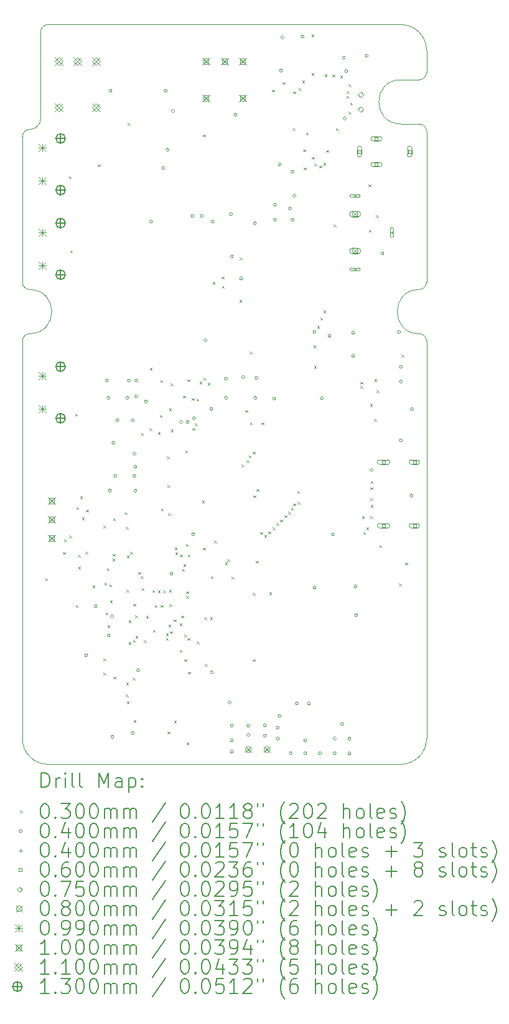
<source format=gbr>
%TF.GenerationSoftware,KiCad,Pcbnew,9.0.2*%
%TF.CreationDate,2025-06-22T20:43:31-06:00*%
%TF.ProjectId,OSS Radio Hardware Design,4f535320-5261-4646-996f-204861726477,rev?*%
%TF.SameCoordinates,Original*%
%TF.FileFunction,Drillmap*%
%TF.FilePolarity,Positive*%
%FSLAX45Y45*%
G04 Gerber Fmt 4.5, Leading zero omitted, Abs format (unit mm)*
G04 Created by KiCad (PCBNEW 9.0.2) date 2025-06-22 20:43:31*
%MOMM*%
%LPD*%
G01*
G04 APERTURE LIST*
%ADD10C,0.050000*%
%ADD11C,0.200000*%
%ADD12C,0.100000*%
%ADD13C,0.110000*%
%ADD14C,0.130000*%
G04 APERTURE END LIST*
D10*
X11100000Y-4600000D02*
G75*
G02*
X11450000Y-4950000I0J-350000D01*
G01*
X11100000Y-5950000D02*
G75*
G02*
X11100000Y-5350000I0J300000D01*
G01*
X11350000Y-8800000D02*
G75*
G02*
X11350000Y-8200000I0J300000D01*
G01*
X11450000Y-14300000D02*
G75*
G02*
X11100000Y-14650000I-350000J0D01*
G01*
X11450000Y-5250000D02*
G75*
G02*
X11350000Y-5350000I-100000J0D01*
G01*
X11450000Y-8100000D02*
G75*
G02*
X11350000Y-8200000I-100000J0D01*
G01*
X5950000Y-6125000D02*
G75*
G02*
X6050000Y-6025000I100000J0D01*
G01*
X11350000Y-5350000D02*
X11100000Y-5350000D01*
X11100000Y-5950000D02*
X11350000Y-5950000D01*
X11450000Y-8900000D02*
X11450000Y-14300000D01*
X11450000Y-8100000D02*
X11450000Y-6050000D01*
X6200000Y-4700000D02*
G75*
G02*
X6300000Y-4600000I100000J0D01*
G01*
X6050000Y-8200000D02*
G75*
G02*
X5950000Y-8100000I0J100000D01*
G01*
X5950000Y-8900000D02*
G75*
G02*
X6050000Y-8800000I100000J0D01*
G01*
X11100000Y-14650000D02*
X6300000Y-14650000D01*
X11350000Y-8800000D02*
G75*
G02*
X11450000Y-8900000I0J-100000D01*
G01*
X6200000Y-5875000D02*
X6200000Y-4700000D01*
X11350000Y-5950000D02*
G75*
G02*
X11450000Y-6050000I0J-100000D01*
G01*
X6050000Y-8200000D02*
G75*
G02*
X6050000Y-8800000I0J-300000D01*
G01*
X5950000Y-8100000D02*
X5950000Y-6125000D01*
X6300000Y-14650000D02*
G75*
G02*
X5950000Y-14300000I0J350000D01*
G01*
X5950000Y-14300000D02*
X5950000Y-8900000D01*
X6300000Y-4600000D02*
X11100000Y-4600000D01*
X11450000Y-5250000D02*
X11450000Y-4950000D01*
X6200000Y-5875000D02*
G75*
G02*
X6050000Y-6025000I-150000J0D01*
G01*
D11*
D12*
X6260000Y-12121750D02*
X6290000Y-12151750D01*
X6290000Y-12121750D02*
X6260000Y-12151750D01*
X6505000Y-11765000D02*
X6535000Y-11795000D01*
X6535000Y-11765000D02*
X6505000Y-11795000D01*
X6518178Y-11591978D02*
X6548178Y-11621978D01*
X6548178Y-11591978D02*
X6518178Y-11621978D01*
X6585000Y-6660000D02*
X6615000Y-6690000D01*
X6615000Y-6660000D02*
X6585000Y-6690000D01*
X6588278Y-11540000D02*
X6618278Y-11570000D01*
X6618278Y-11540000D02*
X6588278Y-11570000D01*
X6599700Y-7669700D02*
X6629700Y-7699700D01*
X6629700Y-7669700D02*
X6599700Y-7699700D01*
X6669800Y-9885000D02*
X6699800Y-9915000D01*
X6699800Y-9885000D02*
X6669800Y-9915000D01*
X6675000Y-12485000D02*
X6705000Y-12515000D01*
X6705000Y-12485000D02*
X6675000Y-12515000D01*
X6684038Y-11155962D02*
X6714038Y-11185962D01*
X6714038Y-11155962D02*
X6684038Y-11185962D01*
X6705000Y-11805000D02*
X6735000Y-11835000D01*
X6735000Y-11805000D02*
X6705000Y-11835000D01*
X6711750Y-11965000D02*
X6741750Y-11995000D01*
X6741750Y-11965000D02*
X6711750Y-11995000D01*
X6735000Y-11010000D02*
X6765000Y-11040000D01*
X6765000Y-11010000D02*
X6735000Y-11040000D01*
X6762500Y-11295000D02*
X6792500Y-11325000D01*
X6792500Y-11295000D02*
X6762500Y-11325000D01*
X6810000Y-11760000D02*
X6840000Y-11790000D01*
X6840000Y-11760000D02*
X6810000Y-11790000D01*
X6815000Y-11190355D02*
X6845000Y-11220355D01*
X6845000Y-11190355D02*
X6815000Y-11220355D01*
X6907125Y-12219625D02*
X6937125Y-12249625D01*
X6937125Y-12219625D02*
X6907125Y-12249625D01*
X6975000Y-6500000D02*
X7005000Y-6530000D01*
X7005000Y-6500000D02*
X6975000Y-6530000D01*
X7052500Y-13402500D02*
X7082500Y-13432500D01*
X7082500Y-13402500D02*
X7052500Y-13432500D01*
X7055000Y-11405000D02*
X7085000Y-11435000D01*
X7085000Y-11405000D02*
X7055000Y-11435000D01*
X7055000Y-13210000D02*
X7085000Y-13240000D01*
X7085000Y-13210000D02*
X7055000Y-13240000D01*
X7065000Y-12180000D02*
X7095000Y-12210000D01*
X7095000Y-12180000D02*
X7065000Y-12210000D01*
X7081334Y-12586833D02*
X7111334Y-12616833D01*
X7111334Y-12586833D02*
X7081334Y-12616833D01*
X7098254Y-11987500D02*
X7128254Y-12017500D01*
X7128254Y-11987500D02*
X7098254Y-12017500D01*
X7110000Y-12760000D02*
X7140000Y-12790000D01*
X7140000Y-12760000D02*
X7110000Y-12790000D01*
X7135000Y-12205000D02*
X7165000Y-12235000D01*
X7165000Y-12205000D02*
X7135000Y-12235000D01*
X7142830Y-12420000D02*
X7172830Y-12450000D01*
X7172830Y-12420000D02*
X7142830Y-12450000D01*
X7175000Y-11855000D02*
X7205000Y-11885000D01*
X7205000Y-11855000D02*
X7175000Y-11885000D01*
X7180398Y-11790224D02*
X7210398Y-11820224D01*
X7210398Y-11790224D02*
X7180398Y-11820224D01*
X7185000Y-11310000D02*
X7215000Y-11340000D01*
X7215000Y-11310000D02*
X7185000Y-11340000D01*
X7190000Y-13460000D02*
X7220000Y-13490000D01*
X7220000Y-13460000D02*
X7190000Y-13490000D01*
X7345000Y-11225000D02*
X7375000Y-11255000D01*
X7375000Y-11225000D02*
X7345000Y-11255000D01*
X7360000Y-11425250D02*
X7390000Y-11455250D01*
X7390000Y-11425250D02*
X7360000Y-11455250D01*
X7360000Y-13698600D02*
X7390000Y-13728600D01*
X7390000Y-13698600D02*
X7360000Y-13728600D01*
X7362296Y-13540204D02*
X7392296Y-13570204D01*
X7392296Y-13540204D02*
X7362296Y-13570204D01*
X7366187Y-12280000D02*
X7396187Y-12310000D01*
X7396187Y-12280000D02*
X7366187Y-12310000D01*
X7371000Y-13794734D02*
X7401000Y-13824734D01*
X7401000Y-13794734D02*
X7371000Y-13824734D01*
X7372500Y-11812500D02*
X7402500Y-11842500D01*
X7402500Y-11812500D02*
X7372500Y-11842500D01*
X7385000Y-5935000D02*
X7415000Y-5965000D01*
X7415000Y-5935000D02*
X7385000Y-5965000D01*
X7397500Y-12691746D02*
X7427500Y-12721746D01*
X7427500Y-12691746D02*
X7397500Y-12721746D01*
X7397500Y-12990000D02*
X7427500Y-13020000D01*
X7427500Y-12990000D02*
X7397500Y-13020000D01*
X7417500Y-11762000D02*
X7447500Y-11792000D01*
X7447500Y-11762000D02*
X7417500Y-11792000D01*
X7450000Y-13470000D02*
X7480000Y-13500000D01*
X7480000Y-13470000D02*
X7450000Y-13500000D01*
X7455364Y-12960390D02*
X7485364Y-12990390D01*
X7485364Y-12960390D02*
X7455364Y-12990390D01*
X7458154Y-12468154D02*
X7488154Y-12498154D01*
X7488154Y-12468154D02*
X7458154Y-12498154D01*
X7463900Y-14048600D02*
X7493900Y-14078600D01*
X7493900Y-14048600D02*
X7463900Y-14078600D01*
X7483707Y-12626500D02*
X7513707Y-12656500D01*
X7513707Y-12626500D02*
X7483707Y-12656500D01*
X7488900Y-12904709D02*
X7518900Y-12934709D01*
X7518900Y-12904709D02*
X7488900Y-12934709D01*
X7526725Y-12035260D02*
X7556725Y-12065260D01*
X7556725Y-12035260D02*
X7526725Y-12065260D01*
X7562500Y-12092500D02*
X7592500Y-12122500D01*
X7592500Y-12092500D02*
X7562500Y-12122500D01*
X7567400Y-10150000D02*
X7597400Y-10180000D01*
X7597400Y-10150000D02*
X7567400Y-10180000D01*
X7575255Y-12255255D02*
X7605255Y-12285255D01*
X7605255Y-12255255D02*
X7575255Y-12285255D01*
X7605000Y-12965000D02*
X7635000Y-12995000D01*
X7635000Y-12965000D02*
X7605000Y-12995000D01*
X7632500Y-12635000D02*
X7662500Y-12665000D01*
X7662500Y-12635000D02*
X7632500Y-12665000D01*
X7679123Y-10085000D02*
X7709123Y-10115000D01*
X7709123Y-10085000D02*
X7679123Y-10115000D01*
X7685000Y-9265000D02*
X7715000Y-9295000D01*
X7715000Y-9265000D02*
X7685000Y-9295000D01*
X7717734Y-12281580D02*
X7747734Y-12311580D01*
X7747734Y-12281580D02*
X7717734Y-12311580D01*
X7724623Y-12824623D02*
X7754623Y-12854623D01*
X7754623Y-12824623D02*
X7724623Y-12854623D01*
X7753000Y-12485000D02*
X7783000Y-12515000D01*
X7783000Y-12485000D02*
X7753000Y-12515000D01*
X7794577Y-10137734D02*
X7824577Y-10167734D01*
X7824577Y-10137734D02*
X7794577Y-10167734D01*
X7795000Y-12285000D02*
X7825000Y-12315000D01*
X7825000Y-12285000D02*
X7795000Y-12315000D01*
X7820000Y-9902500D02*
X7850000Y-9932500D01*
X7850000Y-9902500D02*
X7820000Y-9932500D01*
X7827600Y-9427600D02*
X7857600Y-9457600D01*
X7857600Y-9427600D02*
X7827600Y-9457600D01*
X7833000Y-12487000D02*
X7863000Y-12517000D01*
X7863000Y-12487000D02*
X7833000Y-12517000D01*
X7835000Y-11175000D02*
X7865000Y-11205000D01*
X7865000Y-11175000D02*
X7835000Y-11205000D01*
X7867500Y-12287500D02*
X7897500Y-12317500D01*
X7897500Y-12287500D02*
X7867500Y-12317500D01*
X7902365Y-12870053D02*
X7932365Y-12900053D01*
X7932365Y-12870053D02*
X7902365Y-12900053D01*
X7905000Y-12935000D02*
X7935000Y-12965000D01*
X7935000Y-12935000D02*
X7905000Y-12965000D01*
X7915000Y-10465000D02*
X7945000Y-10495000D01*
X7945000Y-10465000D02*
X7915000Y-10495000D01*
X7925000Y-10855000D02*
X7955000Y-10885000D01*
X7955000Y-10855000D02*
X7925000Y-10885000D01*
X7925000Y-14205000D02*
X7955000Y-14235000D01*
X7955000Y-14205000D02*
X7925000Y-14235000D01*
X7935000Y-11235000D02*
X7965000Y-11265000D01*
X7965000Y-11235000D02*
X7935000Y-11265000D01*
X7940000Y-12750000D02*
X7970000Y-12780000D01*
X7970000Y-12750000D02*
X7940000Y-12780000D01*
X7947675Y-9812140D02*
X7977675Y-9842140D01*
X7977675Y-9812140D02*
X7947675Y-9842140D01*
X7948139Y-12279327D02*
X7978139Y-12309327D01*
X7978139Y-12279327D02*
X7948139Y-12309327D01*
X7950000Y-12475000D02*
X7980000Y-12505000D01*
X7980000Y-12475000D02*
X7950000Y-12505000D01*
X7960000Y-12840000D02*
X7990000Y-12870000D01*
X7990000Y-12840000D02*
X7960000Y-12870000D01*
X7967000Y-9473710D02*
X7997000Y-9503710D01*
X7997000Y-9473710D02*
X7967000Y-9503710D01*
X7972500Y-10100000D02*
X8002500Y-10130000D01*
X8002500Y-10100000D02*
X7972500Y-10130000D01*
X8010000Y-12680000D02*
X8040000Y-12710000D01*
X8040000Y-12680000D02*
X8010000Y-12710000D01*
X8015000Y-14055000D02*
X8045000Y-14085000D01*
X8045000Y-14055000D02*
X8015000Y-14085000D01*
X8022600Y-11703356D02*
X8052600Y-11733356D01*
X8052600Y-11703356D02*
X8022600Y-11733356D01*
X8031244Y-11768959D02*
X8061244Y-11798959D01*
X8061244Y-11768959D02*
X8031244Y-11798959D01*
X8090000Y-13095000D02*
X8120000Y-13125000D01*
X8120000Y-13095000D02*
X8090000Y-13125000D01*
X8091757Y-12733858D02*
X8121757Y-12763858D01*
X8121757Y-12733858D02*
X8091757Y-12763858D01*
X8093671Y-11801271D02*
X8123671Y-11831271D01*
X8123671Y-11801271D02*
X8093671Y-11831271D01*
X8112200Y-12630732D02*
X8142200Y-12660732D01*
X8142200Y-12630732D02*
X8112200Y-12660732D01*
X8125000Y-11995000D02*
X8155000Y-12025000D01*
X8155000Y-11995000D02*
X8125000Y-12025000D01*
X8135000Y-9640000D02*
X8165000Y-9670000D01*
X8165000Y-9640000D02*
X8135000Y-9670000D01*
X8142500Y-11932400D02*
X8172500Y-11962400D01*
X8172500Y-11932400D02*
X8142500Y-11962400D01*
X8152005Y-12886251D02*
X8182005Y-12916251D01*
X8182005Y-12886251D02*
X8152005Y-12916251D01*
X8152500Y-13221500D02*
X8182500Y-13251500D01*
X8182500Y-13221500D02*
X8152500Y-13251500D01*
X8168531Y-10384074D02*
X8198531Y-10414074D01*
X8198531Y-10384074D02*
X8168531Y-10414074D01*
X8175000Y-11655000D02*
X8205000Y-11685000D01*
X8205000Y-11655000D02*
X8175000Y-11685000D01*
X8180000Y-12300000D02*
X8210000Y-12330000D01*
X8210000Y-12300000D02*
X8180000Y-12330000D01*
X8180000Y-12365000D02*
X8210000Y-12395000D01*
X8210000Y-12365000D02*
X8180000Y-12395000D01*
X8185000Y-14351250D02*
X8215000Y-14381250D01*
X8215000Y-14351250D02*
X8185000Y-14381250D01*
X8195000Y-12935000D02*
X8225000Y-12965000D01*
X8225000Y-12935000D02*
X8195000Y-12965000D01*
X8197500Y-9422500D02*
X8227500Y-9452500D01*
X8227500Y-9422500D02*
X8197500Y-9452500D01*
X8200000Y-11800000D02*
X8230000Y-11830000D01*
X8230000Y-11800000D02*
X8200000Y-11830000D01*
X8205000Y-13390070D02*
X8235000Y-13420070D01*
X8235000Y-13390070D02*
X8205000Y-13420070D01*
X8255551Y-9672900D02*
X8285551Y-9702900D01*
X8285551Y-9672900D02*
X8255551Y-9702900D01*
X8262877Y-10082877D02*
X8292877Y-10112877D01*
X8292877Y-10082877D02*
X8262877Y-10112877D01*
X8297500Y-10019053D02*
X8327500Y-10049053D01*
X8327500Y-10019053D02*
X8297500Y-10049053D01*
X8319875Y-9682250D02*
X8349875Y-9712250D01*
X8349875Y-9682250D02*
X8319875Y-9712250D01*
X8325000Y-12979400D02*
X8355000Y-13009400D01*
X8355000Y-12979400D02*
X8325000Y-13009400D01*
X8360000Y-9450000D02*
X8390000Y-9480000D01*
X8390000Y-9450000D02*
X8360000Y-9480000D01*
X8395000Y-11067500D02*
X8425000Y-11097500D01*
X8425000Y-11067500D02*
X8395000Y-11097500D01*
X8410000Y-6093750D02*
X8440000Y-6123750D01*
X8440000Y-6093750D02*
X8410000Y-6123750D01*
X8410000Y-11704900D02*
X8440000Y-11734900D01*
X8440000Y-11704900D02*
X8410000Y-11734900D01*
X8415000Y-9399790D02*
X8445000Y-9429790D01*
X8445000Y-9399790D02*
X8415000Y-9429790D01*
X8425000Y-12650000D02*
X8455000Y-12680000D01*
X8455000Y-12650000D02*
X8425000Y-12680000D01*
X8435000Y-13285000D02*
X8465000Y-13315000D01*
X8465000Y-13285000D02*
X8435000Y-13315000D01*
X8470000Y-9467500D02*
X8500000Y-9497500D01*
X8500000Y-9467500D02*
X8470000Y-9497500D01*
X8505000Y-12650000D02*
X8535000Y-12680000D01*
X8535000Y-12650000D02*
X8505000Y-12680000D01*
X8512500Y-12097500D02*
X8542500Y-12127500D01*
X8542500Y-12097500D02*
X8512500Y-12127500D01*
X8537500Y-8097500D02*
X8567500Y-8127500D01*
X8567500Y-8097500D02*
X8537500Y-8127500D01*
X8560000Y-11610000D02*
X8590000Y-11640000D01*
X8590000Y-11610000D02*
X8560000Y-11640000D01*
X8660000Y-8024449D02*
X8690000Y-8054449D01*
X8690000Y-8024449D02*
X8660000Y-8054449D01*
X8664645Y-8150000D02*
X8694645Y-8180000D01*
X8694645Y-8150000D02*
X8664645Y-8180000D01*
X8707500Y-11907500D02*
X8737500Y-11937500D01*
X8737500Y-11907500D02*
X8707500Y-11937500D01*
X8740000Y-11862500D02*
X8770000Y-11892500D01*
X8770000Y-11862500D02*
X8740000Y-11892500D01*
X8796396Y-12099790D02*
X8826396Y-12129790D01*
X8826396Y-12099790D02*
X8796396Y-12129790D01*
X8902094Y-8339760D02*
X8932094Y-8369760D01*
X8932094Y-8339760D02*
X8902094Y-8369760D01*
X8907500Y-7765000D02*
X8937500Y-7795000D01*
X8937500Y-7765000D02*
X8907500Y-7795000D01*
X8935000Y-10575000D02*
X8965000Y-10605000D01*
X8965000Y-10575000D02*
X8935000Y-10605000D01*
X8985000Y-9835000D02*
X9015000Y-9865000D01*
X9015000Y-9835000D02*
X8985000Y-9865000D01*
X9000000Y-10515000D02*
X9030000Y-10545000D01*
X9030000Y-10515000D02*
X9000000Y-10545000D01*
X9030000Y-10455000D02*
X9060000Y-10485000D01*
X9060000Y-10455000D02*
X9030000Y-10485000D01*
X9045000Y-9044900D02*
X9075000Y-9074900D01*
X9075000Y-9044900D02*
X9045000Y-9074900D01*
X9047500Y-10005000D02*
X9077500Y-10035000D01*
X9077500Y-10005000D02*
X9047500Y-10035000D01*
X9085000Y-12322500D02*
X9115000Y-12352500D01*
X9115000Y-12322500D02*
X9085000Y-12352500D01*
X9085000Y-13222500D02*
X9115000Y-13252500D01*
X9115000Y-13222500D02*
X9085000Y-13252500D01*
X9087500Y-10402500D02*
X9117500Y-10432500D01*
X9117500Y-10402500D02*
X9087500Y-10432500D01*
X9092500Y-10995000D02*
X9122500Y-11025000D01*
X9122500Y-10995000D02*
X9092500Y-11025000D01*
X9127500Y-11885000D02*
X9157500Y-11915000D01*
X9157500Y-11885000D02*
X9127500Y-11915000D01*
X9135000Y-10910000D02*
X9165000Y-10940000D01*
X9165000Y-10910000D02*
X9135000Y-10940000D01*
X9185828Y-11495000D02*
X9215828Y-11525000D01*
X9215828Y-11495000D02*
X9185828Y-11525000D01*
X9205000Y-10005000D02*
X9235000Y-10035000D01*
X9235000Y-10005000D02*
X9205000Y-10035000D01*
X9240322Y-11531631D02*
X9270322Y-11561631D01*
X9270322Y-11531631D02*
X9240322Y-11561631D01*
X9298565Y-11486977D02*
X9328565Y-11516977D01*
X9328565Y-11486977D02*
X9298565Y-11516977D01*
X9310000Y-12310000D02*
X9340000Y-12340000D01*
X9340000Y-12310000D02*
X9310000Y-12340000D01*
X9346873Y-5482121D02*
X9376873Y-5512121D01*
X9376873Y-5482121D02*
X9346873Y-5512121D01*
X9357700Y-11431234D02*
X9387700Y-11461234D01*
X9387700Y-11431234D02*
X9357700Y-11461234D01*
X9408635Y-11370000D02*
X9438635Y-11400000D01*
X9438635Y-11370000D02*
X9408635Y-11400000D01*
X9460000Y-11325000D02*
X9490000Y-11355000D01*
X9490000Y-11325000D02*
X9460000Y-11355000D01*
X9493750Y-5381250D02*
X9523750Y-5411250D01*
X9523750Y-5381250D02*
X9493750Y-5411250D01*
X9515000Y-11265000D02*
X9545000Y-11295000D01*
X9545000Y-11265000D02*
X9515000Y-11295000D01*
X9566235Y-11221677D02*
X9596235Y-11251677D01*
X9596235Y-11221677D02*
X9566235Y-11251677D01*
X9605917Y-11165000D02*
X9635917Y-11195000D01*
X9635917Y-11165000D02*
X9605917Y-11195000D01*
X9627300Y-6002600D02*
X9657300Y-6032600D01*
X9657300Y-6002600D02*
X9627300Y-6032600D01*
X9635000Y-5510000D02*
X9665000Y-5540000D01*
X9665000Y-5510000D02*
X9635000Y-5540000D01*
X9635707Y-11104764D02*
X9665707Y-11134764D01*
X9665707Y-11104764D02*
X9635707Y-11134764D01*
X9690000Y-10935000D02*
X9720000Y-10965000D01*
X9720000Y-10935000D02*
X9690000Y-10965000D01*
X9695000Y-11085000D02*
X9725000Y-11115000D01*
X9725000Y-11085000D02*
X9695000Y-11115000D01*
X9713390Y-5462500D02*
X9743390Y-5492500D01*
X9743390Y-5462500D02*
X9713390Y-5492500D01*
X9760000Y-5360000D02*
X9790000Y-5390000D01*
X9790000Y-5360000D02*
X9760000Y-5390000D01*
X9772123Y-6297123D02*
X9802123Y-6327123D01*
X9802123Y-6297123D02*
X9772123Y-6327123D01*
X9779623Y-6540377D02*
X9809623Y-6570377D01*
X9809623Y-6540377D02*
X9779623Y-6570377D01*
X9809346Y-6068863D02*
X9839346Y-6098863D01*
X9839346Y-6068863D02*
X9809346Y-6098863D01*
X9885000Y-4735000D02*
X9915000Y-4765000D01*
X9915000Y-4735000D02*
X9885000Y-4765000D01*
X9885000Y-5260000D02*
X9915000Y-5290000D01*
X9915000Y-5260000D02*
X9885000Y-5290000D01*
X9890000Y-6397500D02*
X9920000Y-6427500D01*
X9920000Y-6397500D02*
X9890000Y-6427500D01*
X9910000Y-8960000D02*
X9940000Y-8990000D01*
X9940000Y-8960000D02*
X9910000Y-8990000D01*
X9920000Y-9240000D02*
X9950000Y-9270000D01*
X9950000Y-9240000D02*
X9920000Y-9270000D01*
X9925100Y-6485000D02*
X9955100Y-6515000D01*
X9955100Y-6485000D02*
X9925100Y-6515000D01*
X9960464Y-8694734D02*
X9990464Y-8724734D01*
X9990464Y-8694734D02*
X9960464Y-8724734D01*
X9992500Y-6515000D02*
X10022500Y-6545000D01*
X10022500Y-6515000D02*
X9992500Y-6545000D01*
X10005300Y-8583452D02*
X10035300Y-8613452D01*
X10035300Y-8583452D02*
X10005300Y-8613452D01*
X10045400Y-8484860D02*
X10075400Y-8514860D01*
X10075400Y-8484860D02*
X10045400Y-8514860D01*
X10047500Y-6480200D02*
X10077500Y-6510200D01*
X10077500Y-6480200D02*
X10047500Y-6510200D01*
X10062500Y-5275000D02*
X10092500Y-5305000D01*
X10092500Y-5275000D02*
X10062500Y-5305000D01*
X10086250Y-6306250D02*
X10116250Y-6336250D01*
X10116250Y-6306250D02*
X10086250Y-6336250D01*
X10170747Y-5280587D02*
X10200747Y-5310587D01*
X10200747Y-5280587D02*
X10170747Y-5310587D01*
X10185000Y-7318750D02*
X10215000Y-7348750D01*
X10215000Y-7318750D02*
X10185000Y-7348750D01*
X10215000Y-6010000D02*
X10245000Y-6040000D01*
X10245000Y-6010000D02*
X10215000Y-6040000D01*
X10275000Y-5295000D02*
X10305000Y-5325000D01*
X10305000Y-5295000D02*
X10275000Y-5325000D01*
X10360000Y-5570000D02*
X10390000Y-5600000D01*
X10390000Y-5570000D02*
X10360000Y-5600000D01*
X10366068Y-5505284D02*
X10396068Y-5535284D01*
X10396068Y-5505284D02*
X10366068Y-5535284D01*
X10387500Y-5782500D02*
X10417500Y-5812500D01*
X10417500Y-5782500D02*
X10387500Y-5812500D01*
X10389439Y-5413061D02*
X10419439Y-5443061D01*
X10419439Y-5413061D02*
X10389439Y-5443061D01*
X10410377Y-5659623D02*
X10440377Y-5689623D01*
X10440377Y-5659623D02*
X10410377Y-5689623D01*
X10550000Y-9455000D02*
X10580000Y-9485000D01*
X10580000Y-9455000D02*
X10550000Y-9485000D01*
X10550000Y-9510000D02*
X10580000Y-9540000D01*
X10580000Y-9510000D02*
X10550000Y-9540000D01*
X10572264Y-11277636D02*
X10602264Y-11307636D01*
X10602264Y-11277636D02*
X10572264Y-11307636D01*
X10587500Y-11495000D02*
X10617500Y-11525000D01*
X10617500Y-11495000D02*
X10587500Y-11525000D01*
X10629066Y-11430934D02*
X10659066Y-11460934D01*
X10659066Y-11430934D02*
X10629066Y-11460934D01*
X10660000Y-6770000D02*
X10690000Y-6800000D01*
X10690000Y-6770000D02*
X10660000Y-6800000D01*
X10665000Y-7390000D02*
X10695000Y-7420000D01*
X10695000Y-7390000D02*
X10665000Y-7420000D01*
X10681268Y-9756268D02*
X10711268Y-9786268D01*
X10711268Y-9756268D02*
X10681268Y-9786268D01*
X10685000Y-10885000D02*
X10715000Y-10915000D01*
X10715000Y-10885000D02*
X10685000Y-10915000D01*
X10685000Y-11035000D02*
X10715000Y-11065000D01*
X10715000Y-11035000D02*
X10685000Y-11065000D01*
X10687500Y-11277500D02*
X10717500Y-11307500D01*
X10717500Y-11277500D02*
X10687500Y-11307500D01*
X10688040Y-10801879D02*
X10718040Y-10831879D01*
X10718040Y-10801879D02*
X10688040Y-10831879D01*
X10690000Y-11125000D02*
X10720000Y-11155000D01*
X10720000Y-11125000D02*
X10690000Y-11155000D01*
X10735000Y-9960000D02*
X10765000Y-9990000D01*
X10765000Y-9960000D02*
X10735000Y-9990000D01*
X10742500Y-9417500D02*
X10772500Y-9447500D01*
X10772500Y-9417500D02*
X10742500Y-9447500D01*
X10760000Y-7187500D02*
X10790000Y-7217500D01*
X10790000Y-7187500D02*
X10760000Y-7217500D01*
X10768150Y-9568150D02*
X10798150Y-9598150D01*
X10798150Y-9568150D02*
X10768150Y-9598150D01*
X10810000Y-11672500D02*
X10840000Y-11702500D01*
X10840000Y-11672500D02*
X10810000Y-11702500D01*
X11075000Y-12195000D02*
X11105000Y-12225000D01*
X11105000Y-12195000D02*
X11075000Y-12225000D01*
X11110000Y-9085000D02*
X11140000Y-9115000D01*
X11140000Y-9085000D02*
X11110000Y-9115000D01*
X11160000Y-11910000D02*
X11190000Y-11940000D01*
X11190000Y-11910000D02*
X11160000Y-11940000D01*
X6838250Y-13168250D02*
G75*
G02*
X6798250Y-13168250I-20000J0D01*
G01*
X6798250Y-13168250D02*
G75*
G02*
X6838250Y-13168250I20000J0D01*
G01*
X6970000Y-12500000D02*
G75*
G02*
X6930000Y-12500000I-20000J0D01*
G01*
X6930000Y-12500000D02*
G75*
G02*
X6970000Y-12500000I20000J0D01*
G01*
X7120000Y-9435000D02*
G75*
G02*
X7080000Y-9435000I-20000J0D01*
G01*
X7080000Y-9435000D02*
G75*
G02*
X7120000Y-9435000I20000J0D01*
G01*
X7140000Y-9670000D02*
G75*
G02*
X7100000Y-9670000I-20000J0D01*
G01*
X7100000Y-9670000D02*
G75*
G02*
X7140000Y-9670000I20000J0D01*
G01*
X7145000Y-12900000D02*
G75*
G02*
X7105000Y-12900000I-20000J0D01*
G01*
X7105000Y-12900000D02*
G75*
G02*
X7145000Y-12900000I20000J0D01*
G01*
X7159500Y-10931250D02*
G75*
G02*
X7119500Y-10931250I-20000J0D01*
G01*
X7119500Y-10931250D02*
G75*
G02*
X7159500Y-10931250I20000J0D01*
G01*
X7170000Y-5500000D02*
G75*
G02*
X7130000Y-5500000I-20000J0D01*
G01*
X7130000Y-5500000D02*
G75*
G02*
X7170000Y-5500000I20000J0D01*
G01*
X7189700Y-12640000D02*
G75*
G02*
X7149700Y-12640000I-20000J0D01*
G01*
X7149700Y-12640000D02*
G75*
G02*
X7189700Y-12640000I20000J0D01*
G01*
X7195000Y-14275000D02*
G75*
G02*
X7155000Y-14275000I-20000J0D01*
G01*
X7155000Y-14275000D02*
G75*
G02*
X7195000Y-14275000I20000J0D01*
G01*
X7209500Y-10281250D02*
G75*
G02*
X7169500Y-10281250I-20000J0D01*
G01*
X7169500Y-10281250D02*
G75*
G02*
X7209500Y-10281250I20000J0D01*
G01*
X7234500Y-10731250D02*
G75*
G02*
X7194500Y-10731250I-20000J0D01*
G01*
X7194500Y-10731250D02*
G75*
G02*
X7234500Y-10731250I20000J0D01*
G01*
X7264500Y-9975000D02*
G75*
G02*
X7224500Y-9975000I-20000J0D01*
G01*
X7224500Y-9975000D02*
G75*
G02*
X7264500Y-9975000I20000J0D01*
G01*
X7400000Y-9670000D02*
G75*
G02*
X7360000Y-9670000I-20000J0D01*
G01*
X7360000Y-9670000D02*
G75*
G02*
X7400000Y-9670000I20000J0D01*
G01*
X7420000Y-9435000D02*
G75*
G02*
X7380000Y-9435000I-20000J0D01*
G01*
X7380000Y-9435000D02*
G75*
G02*
X7420000Y-9435000I20000J0D01*
G01*
X7470000Y-9975000D02*
G75*
G02*
X7430000Y-9975000I-20000J0D01*
G01*
X7430000Y-9975000D02*
G75*
G02*
X7470000Y-9975000I20000J0D01*
G01*
X7470000Y-14225000D02*
G75*
G02*
X7430000Y-14225000I-20000J0D01*
G01*
X7430000Y-14225000D02*
G75*
G02*
X7470000Y-14225000I20000J0D01*
G01*
X7495000Y-10431250D02*
G75*
G02*
X7455000Y-10431250I-20000J0D01*
G01*
X7455000Y-10431250D02*
G75*
G02*
X7495000Y-10431250I20000J0D01*
G01*
X7495000Y-10731250D02*
G75*
G02*
X7455000Y-10731250I-20000J0D01*
G01*
X7455000Y-10731250D02*
G75*
G02*
X7495000Y-10731250I20000J0D01*
G01*
X7509500Y-10606250D02*
G75*
G02*
X7469500Y-10606250I-20000J0D01*
G01*
X7469500Y-10606250D02*
G75*
G02*
X7509500Y-10606250I20000J0D01*
G01*
X7509500Y-10931250D02*
G75*
G02*
X7469500Y-10931250I-20000J0D01*
G01*
X7469500Y-10931250D02*
G75*
G02*
X7509500Y-10931250I20000J0D01*
G01*
X7520000Y-9650000D02*
G75*
G02*
X7480000Y-9650000I-20000J0D01*
G01*
X7480000Y-9650000D02*
G75*
G02*
X7520000Y-9650000I20000J0D01*
G01*
X7520000Y-9435000D02*
G75*
G02*
X7480000Y-9435000I-20000J0D01*
G01*
X7480000Y-9435000D02*
G75*
G02*
X7520000Y-9435000I20000J0D01*
G01*
X7545000Y-13375000D02*
G75*
G02*
X7505000Y-13375000I-20000J0D01*
G01*
X7505000Y-13375000D02*
G75*
G02*
X7545000Y-13375000I20000J0D01*
G01*
X7650000Y-9720000D02*
G75*
G02*
X7610000Y-9720000I-20000J0D01*
G01*
X7610000Y-9720000D02*
G75*
G02*
X7650000Y-9720000I20000J0D01*
G01*
X7721250Y-7275000D02*
G75*
G02*
X7681250Y-7275000I-20000J0D01*
G01*
X7681250Y-7275000D02*
G75*
G02*
X7721250Y-7275000I20000J0D01*
G01*
X7885000Y-6550000D02*
G75*
G02*
X7845000Y-6550000I-20000J0D01*
G01*
X7845000Y-6550000D02*
G75*
G02*
X7885000Y-6550000I20000J0D01*
G01*
X7920000Y-5500000D02*
G75*
G02*
X7880000Y-5500000I-20000J0D01*
G01*
X7880000Y-5500000D02*
G75*
G02*
X7920000Y-5500000I20000J0D01*
G01*
X7945000Y-6300000D02*
G75*
G02*
X7905000Y-6300000I-20000J0D01*
G01*
X7905000Y-6300000D02*
G75*
G02*
X7945000Y-6300000I20000J0D01*
G01*
X7999683Y-12059383D02*
G75*
G02*
X7959683Y-12059383I-20000J0D01*
G01*
X7959683Y-12059383D02*
G75*
G02*
X7999683Y-12059383I20000J0D01*
G01*
X8020000Y-5775000D02*
G75*
G02*
X7980000Y-5775000I-20000J0D01*
G01*
X7980000Y-5775000D02*
G75*
G02*
X8020000Y-5775000I20000J0D01*
G01*
X8130000Y-9997500D02*
G75*
G02*
X8090000Y-9997500I-20000J0D01*
G01*
X8090000Y-9997500D02*
G75*
G02*
X8130000Y-9997500I20000J0D01*
G01*
X8220000Y-10000000D02*
G75*
G02*
X8180000Y-10000000I-20000J0D01*
G01*
X8180000Y-10000000D02*
G75*
G02*
X8220000Y-10000000I20000J0D01*
G01*
X8285000Y-7200000D02*
G75*
G02*
X8245000Y-7200000I-20000J0D01*
G01*
X8245000Y-7200000D02*
G75*
G02*
X8285000Y-7200000I20000J0D01*
G01*
X8295000Y-11525000D02*
G75*
G02*
X8255000Y-11525000I-20000J0D01*
G01*
X8255000Y-11525000D02*
G75*
G02*
X8295000Y-11525000I20000J0D01*
G01*
X8306466Y-9949763D02*
G75*
G02*
X8266466Y-9949763I-20000J0D01*
G01*
X8266466Y-9949763D02*
G75*
G02*
X8306466Y-9949763I20000J0D01*
G01*
X8410000Y-7200000D02*
G75*
G02*
X8370000Y-7200000I-20000J0D01*
G01*
X8370000Y-7200000D02*
G75*
G02*
X8410000Y-7200000I20000J0D01*
G01*
X8460000Y-8890000D02*
G75*
G02*
X8420000Y-8890000I-20000J0D01*
G01*
X8420000Y-8890000D02*
G75*
G02*
X8460000Y-8890000I20000J0D01*
G01*
X8540000Y-9820000D02*
G75*
G02*
X8500000Y-9820000I-20000J0D01*
G01*
X8500000Y-9820000D02*
G75*
G02*
X8540000Y-9820000I20000J0D01*
G01*
X8545000Y-13400000D02*
G75*
G02*
X8505000Y-13400000I-20000J0D01*
G01*
X8505000Y-13400000D02*
G75*
G02*
X8545000Y-13400000I20000J0D01*
G01*
X8560000Y-7275000D02*
G75*
G02*
X8520000Y-7275000I-20000J0D01*
G01*
X8520000Y-7275000D02*
G75*
G02*
X8560000Y-7275000I20000J0D01*
G01*
X8740000Y-9410000D02*
G75*
G02*
X8700000Y-9410000I-20000J0D01*
G01*
X8700000Y-9410000D02*
G75*
G02*
X8740000Y-9410000I20000J0D01*
G01*
X8740000Y-9670000D02*
G75*
G02*
X8700000Y-9670000I-20000J0D01*
G01*
X8700000Y-9670000D02*
G75*
G02*
X8740000Y-9670000I20000J0D01*
G01*
X8790000Y-13810000D02*
G75*
G02*
X8750000Y-13810000I-20000J0D01*
G01*
X8750000Y-13810000D02*
G75*
G02*
X8790000Y-13810000I20000J0D01*
G01*
X8810000Y-7175000D02*
G75*
G02*
X8770000Y-7175000I-20000J0D01*
G01*
X8770000Y-7175000D02*
G75*
G02*
X8810000Y-7175000I20000J0D01*
G01*
X8820000Y-14125000D02*
G75*
G02*
X8780000Y-14125000I-20000J0D01*
G01*
X8780000Y-14125000D02*
G75*
G02*
X8820000Y-14125000I20000J0D01*
G01*
X8820000Y-14325000D02*
G75*
G02*
X8780000Y-14325000I-20000J0D01*
G01*
X8780000Y-14325000D02*
G75*
G02*
X8820000Y-14325000I20000J0D01*
G01*
X8820000Y-14475000D02*
G75*
G02*
X8780000Y-14475000I-20000J0D01*
G01*
X8780000Y-14475000D02*
G75*
G02*
X8820000Y-14475000I20000J0D01*
G01*
X8821250Y-7750000D02*
G75*
G02*
X8781250Y-7750000I-20000J0D01*
G01*
X8781250Y-7750000D02*
G75*
G02*
X8821250Y-7750000I20000J0D01*
G01*
X8870000Y-5825000D02*
G75*
G02*
X8830000Y-5825000I-20000J0D01*
G01*
X8830000Y-5825000D02*
G75*
G02*
X8870000Y-5825000I20000J0D01*
G01*
X8946250Y-8050000D02*
G75*
G02*
X8906250Y-8050000I-20000J0D01*
G01*
X8906250Y-8050000D02*
G75*
G02*
X8946250Y-8050000I20000J0D01*
G01*
X8975000Y-9390000D02*
G75*
G02*
X8935000Y-9390000I-20000J0D01*
G01*
X8935000Y-9390000D02*
G75*
G02*
X8975000Y-9390000I20000J0D01*
G01*
X9045000Y-14125000D02*
G75*
G02*
X9005000Y-14125000I-20000J0D01*
G01*
X9005000Y-14125000D02*
G75*
G02*
X9045000Y-14125000I20000J0D01*
G01*
X9045000Y-14250000D02*
G75*
G02*
X9005000Y-14250000I-20000J0D01*
G01*
X9005000Y-14250000D02*
G75*
G02*
X9045000Y-14250000I20000J0D01*
G01*
X9135000Y-7300000D02*
G75*
G02*
X9095000Y-7300000I-20000J0D01*
G01*
X9095000Y-7300000D02*
G75*
G02*
X9135000Y-7300000I20000J0D01*
G01*
X9140000Y-9670000D02*
G75*
G02*
X9100000Y-9670000I-20000J0D01*
G01*
X9100000Y-9670000D02*
G75*
G02*
X9140000Y-9670000I20000J0D01*
G01*
X9155100Y-9400000D02*
G75*
G02*
X9115100Y-9400000I-20000J0D01*
G01*
X9115100Y-9400000D02*
G75*
G02*
X9155100Y-9400000I20000J0D01*
G01*
X9270000Y-14120000D02*
G75*
G02*
X9230000Y-14120000I-20000J0D01*
G01*
X9230000Y-14120000D02*
G75*
G02*
X9270000Y-14120000I20000J0D01*
G01*
X9270000Y-14260000D02*
G75*
G02*
X9230000Y-14260000I-20000J0D01*
G01*
X9230000Y-14260000D02*
G75*
G02*
X9270000Y-14260000I20000J0D01*
G01*
X9396600Y-9680000D02*
G75*
G02*
X9356600Y-9680000I-20000J0D01*
G01*
X9356600Y-9680000D02*
G75*
G02*
X9396600Y-9680000I20000J0D01*
G01*
X9407600Y-7050000D02*
G75*
G02*
X9367600Y-7050000I-20000J0D01*
G01*
X9367600Y-7050000D02*
G75*
G02*
X9407600Y-7050000I20000J0D01*
G01*
X9407600Y-7250000D02*
G75*
G02*
X9367600Y-7250000I-20000J0D01*
G01*
X9367600Y-7250000D02*
G75*
G02*
X9407600Y-7250000I20000J0D01*
G01*
X9445000Y-14150000D02*
G75*
G02*
X9405000Y-14150000I-20000J0D01*
G01*
X9405000Y-14150000D02*
G75*
G02*
X9445000Y-14150000I20000J0D01*
G01*
X9445000Y-14300000D02*
G75*
G02*
X9405000Y-14300000I-20000J0D01*
G01*
X9405000Y-14300000D02*
G75*
G02*
X9445000Y-14300000I20000J0D01*
G01*
X9470000Y-6500000D02*
G75*
G02*
X9430000Y-6500000I-20000J0D01*
G01*
X9430000Y-6500000D02*
G75*
G02*
X9470000Y-6500000I20000J0D01*
G01*
X9470000Y-13990000D02*
G75*
G02*
X9430000Y-13990000I-20000J0D01*
G01*
X9430000Y-13990000D02*
G75*
G02*
X9470000Y-13990000I20000J0D01*
G01*
X9488750Y-5225000D02*
G75*
G02*
X9448750Y-5225000I-20000J0D01*
G01*
X9448750Y-5225000D02*
G75*
G02*
X9488750Y-5225000I20000J0D01*
G01*
X9508750Y-4775000D02*
G75*
G02*
X9468750Y-4775000I-20000J0D01*
G01*
X9468750Y-4775000D02*
G75*
G02*
X9508750Y-4775000I20000J0D01*
G01*
X9610000Y-7100000D02*
G75*
G02*
X9570000Y-7100000I-20000J0D01*
G01*
X9570000Y-7100000D02*
G75*
G02*
X9610000Y-7100000I20000J0D01*
G01*
X9620000Y-14500000D02*
G75*
G02*
X9580000Y-14500000I-20000J0D01*
G01*
X9580000Y-14500000D02*
G75*
G02*
X9620000Y-14500000I20000J0D01*
G01*
X9645000Y-6600000D02*
G75*
G02*
X9605000Y-6600000I-20000J0D01*
G01*
X9605000Y-6600000D02*
G75*
G02*
X9645000Y-6600000I20000J0D01*
G01*
X9645000Y-7250000D02*
G75*
G02*
X9605000Y-7250000I-20000J0D01*
G01*
X9605000Y-7250000D02*
G75*
G02*
X9645000Y-7250000I20000J0D01*
G01*
X9670000Y-6925000D02*
G75*
G02*
X9630000Y-6925000I-20000J0D01*
G01*
X9630000Y-6925000D02*
G75*
G02*
X9670000Y-6925000I20000J0D01*
G01*
X9703750Y-13822500D02*
G75*
G02*
X9663750Y-13822500I-20000J0D01*
G01*
X9663750Y-13822500D02*
G75*
G02*
X9703750Y-13822500I20000J0D01*
G01*
X9781881Y-4764190D02*
G75*
G02*
X9741881Y-4764190I-20000J0D01*
G01*
X9741881Y-4764190D02*
G75*
G02*
X9781881Y-4764190I20000J0D01*
G01*
X9820000Y-14325000D02*
G75*
G02*
X9780000Y-14325000I-20000J0D01*
G01*
X9780000Y-14325000D02*
G75*
G02*
X9820000Y-14325000I20000J0D01*
G01*
X9820000Y-14500000D02*
G75*
G02*
X9780000Y-14500000I-20000J0D01*
G01*
X9780000Y-14500000D02*
G75*
G02*
X9820000Y-14500000I20000J0D01*
G01*
X9870000Y-13825000D02*
G75*
G02*
X9830000Y-13825000I-20000J0D01*
G01*
X9830000Y-13825000D02*
G75*
G02*
X9870000Y-13825000I20000J0D01*
G01*
X9945000Y-8775000D02*
G75*
G02*
X9905000Y-8775000I-20000J0D01*
G01*
X9905000Y-8775000D02*
G75*
G02*
X9945000Y-8775000I20000J0D01*
G01*
X9945000Y-12250000D02*
G75*
G02*
X9905000Y-12250000I-20000J0D01*
G01*
X9905000Y-12250000D02*
G75*
G02*
X9945000Y-12250000I20000J0D01*
G01*
X10020000Y-14500000D02*
G75*
G02*
X9980000Y-14500000I-20000J0D01*
G01*
X9980000Y-14500000D02*
G75*
G02*
X10020000Y-14500000I20000J0D01*
G01*
X10045000Y-9675000D02*
G75*
G02*
X10005000Y-9675000I-20000J0D01*
G01*
X10005000Y-9675000D02*
G75*
G02*
X10045000Y-9675000I20000J0D01*
G01*
X10149375Y-8829375D02*
G75*
G02*
X10109375Y-8829375I-20000J0D01*
G01*
X10109375Y-8829375D02*
G75*
G02*
X10149375Y-8829375I20000J0D01*
G01*
X10195000Y-11525000D02*
G75*
G02*
X10155000Y-11525000I-20000J0D01*
G01*
X10155000Y-11525000D02*
G75*
G02*
X10195000Y-11525000I20000J0D01*
G01*
X10220000Y-14300000D02*
G75*
G02*
X10180000Y-14300000I-20000J0D01*
G01*
X10180000Y-14300000D02*
G75*
G02*
X10220000Y-14300000I20000J0D01*
G01*
X10220000Y-14500000D02*
G75*
G02*
X10180000Y-14500000I-20000J0D01*
G01*
X10180000Y-14500000D02*
G75*
G02*
X10220000Y-14500000I20000J0D01*
G01*
X10320000Y-14100000D02*
G75*
G02*
X10280000Y-14100000I-20000J0D01*
G01*
X10280000Y-14100000D02*
G75*
G02*
X10320000Y-14100000I20000J0D01*
G01*
X10345000Y-5050000D02*
G75*
G02*
X10305000Y-5050000I-20000J0D01*
G01*
X10305000Y-5050000D02*
G75*
G02*
X10345000Y-5050000I20000J0D01*
G01*
X10356750Y-5875000D02*
G75*
G02*
X10316750Y-5875000I-20000J0D01*
G01*
X10316750Y-5875000D02*
G75*
G02*
X10356750Y-5875000I20000J0D01*
G01*
X10377000Y-5231750D02*
G75*
G02*
X10337000Y-5231750I-20000J0D01*
G01*
X10337000Y-5231750D02*
G75*
G02*
X10377000Y-5231750I20000J0D01*
G01*
X10420000Y-14300000D02*
G75*
G02*
X10380000Y-14300000I-20000J0D01*
G01*
X10380000Y-14300000D02*
G75*
G02*
X10420000Y-14300000I20000J0D01*
G01*
X10420000Y-14500000D02*
G75*
G02*
X10380000Y-14500000I-20000J0D01*
G01*
X10380000Y-14500000D02*
G75*
G02*
X10420000Y-14500000I20000J0D01*
G01*
X10470000Y-8787500D02*
G75*
G02*
X10430000Y-8787500I-20000J0D01*
G01*
X10430000Y-8787500D02*
G75*
G02*
X10470000Y-8787500I20000J0D01*
G01*
X10470000Y-9100000D02*
G75*
G02*
X10430000Y-9100000I-20000J0D01*
G01*
X10430000Y-9100000D02*
G75*
G02*
X10470000Y-9100000I20000J0D01*
G01*
X10502500Y-12232500D02*
G75*
G02*
X10462500Y-12232500I-20000J0D01*
G01*
X10462500Y-12232500D02*
G75*
G02*
X10502500Y-12232500I20000J0D01*
G01*
X10512427Y-12625000D02*
G75*
G02*
X10472427Y-12625000I-20000J0D01*
G01*
X10472427Y-12625000D02*
G75*
G02*
X10512427Y-12625000I20000J0D01*
G01*
X10656250Y-5025000D02*
G75*
G02*
X10616250Y-5025000I-20000J0D01*
G01*
X10616250Y-5025000D02*
G75*
G02*
X10656250Y-5025000I20000J0D01*
G01*
X10720000Y-10650000D02*
G75*
G02*
X10680000Y-10650000I-20000J0D01*
G01*
X10680000Y-10650000D02*
G75*
G02*
X10720000Y-10650000I20000J0D01*
G01*
X10870000Y-7708750D02*
G75*
G02*
X10830000Y-7708750I-20000J0D01*
G01*
X10830000Y-7708750D02*
G75*
G02*
X10870000Y-7708750I20000J0D01*
G01*
X11094228Y-8775772D02*
G75*
G02*
X11054228Y-8775772I-20000J0D01*
G01*
X11054228Y-8775772D02*
G75*
G02*
X11094228Y-8775772I20000J0D01*
G01*
X11120000Y-9250000D02*
G75*
G02*
X11080000Y-9250000I-20000J0D01*
G01*
X11080000Y-9250000D02*
G75*
G02*
X11120000Y-9250000I20000J0D01*
G01*
X11120000Y-9450000D02*
G75*
G02*
X11080000Y-9450000I-20000J0D01*
G01*
X11080000Y-9450000D02*
G75*
G02*
X11120000Y-9450000I20000J0D01*
G01*
X11120000Y-10250000D02*
G75*
G02*
X11080000Y-10250000I-20000J0D01*
G01*
X11080000Y-10250000D02*
G75*
G02*
X11120000Y-10250000I20000J0D01*
G01*
X11264900Y-11000000D02*
G75*
G02*
X11224900Y-11000000I-20000J0D01*
G01*
X11224900Y-11000000D02*
G75*
G02*
X11264900Y-11000000I20000J0D01*
G01*
X11270000Y-9825000D02*
G75*
G02*
X11230000Y-9825000I-20000J0D01*
G01*
X11230000Y-9825000D02*
G75*
G02*
X11270000Y-9825000I20000J0D01*
G01*
X10477500Y-6905000D02*
X10477500Y-6945000D01*
X10457500Y-6925000D02*
X10497500Y-6925000D01*
X10527500Y-6905000D02*
X10427500Y-6905000D01*
X10427500Y-6945000D02*
G75*
G02*
X10427500Y-6905000I0J20000D01*
G01*
X10427500Y-6945000D02*
X10527500Y-6945000D01*
X10527500Y-6945000D02*
G75*
G03*
X10527500Y-6905000I0J20000D01*
G01*
X10477500Y-7905000D02*
X10477500Y-7945000D01*
X10457500Y-7925000D02*
X10497500Y-7925000D01*
X10427500Y-7945000D02*
X10527500Y-7945000D01*
X10527500Y-7905000D02*
G75*
G02*
X10527500Y-7945000I0J-20000D01*
G01*
X10527500Y-7905000D02*
X10427500Y-7905000D01*
X10427500Y-7905000D02*
G75*
G03*
X10427500Y-7945000I0J-20000D01*
G01*
X10977500Y-7405000D02*
X10977500Y-7445000D01*
X10957500Y-7425000D02*
X10997500Y-7425000D01*
X10957500Y-7375000D02*
X10957500Y-7475000D01*
X10997500Y-7475000D02*
G75*
G02*
X10957500Y-7475000I-20000J0D01*
G01*
X10997500Y-7475000D02*
X10997500Y-7375000D01*
X10997500Y-7375000D02*
G75*
G03*
X10957500Y-7375000I-20000J0D01*
G01*
X10558713Y-6346213D02*
X10558713Y-6303787D01*
X10516287Y-6303787D01*
X10516287Y-6346213D01*
X10558713Y-6346213D01*
X10507500Y-6280000D02*
X10507500Y-6370000D01*
X10567500Y-6370000D02*
G75*
G02*
X10507500Y-6370000I-30000J0D01*
G01*
X10567500Y-6370000D02*
X10567500Y-6280000D01*
X10567500Y-6280000D02*
G75*
G03*
X10507500Y-6280000I-30000J0D01*
G01*
X10788713Y-6171213D02*
X10788713Y-6128787D01*
X10746287Y-6128787D01*
X10746287Y-6171213D01*
X10788713Y-6171213D01*
X10812500Y-6120000D02*
X10722500Y-6120000D01*
X10722500Y-6180000D02*
G75*
G02*
X10722500Y-6120000I0J30000D01*
G01*
X10722500Y-6180000D02*
X10812500Y-6180000D01*
X10812500Y-6180000D02*
G75*
G03*
X10812500Y-6120000I0J30000D01*
G01*
X10788713Y-6521213D02*
X10788713Y-6478787D01*
X10746287Y-6478787D01*
X10746287Y-6521213D01*
X10788713Y-6521213D01*
X10812500Y-6470000D02*
X10722500Y-6470000D01*
X10722500Y-6530000D02*
G75*
G02*
X10722500Y-6470000I0J30000D01*
G01*
X10722500Y-6530000D02*
X10812500Y-6530000D01*
X10812500Y-6530000D02*
G75*
G03*
X10812500Y-6470000I0J30000D01*
G01*
X10886213Y-10564213D02*
X10886213Y-10521787D01*
X10843787Y-10521787D01*
X10843787Y-10564213D01*
X10886213Y-10564213D01*
X10920000Y-10513000D02*
X10810000Y-10513000D01*
X10810000Y-10573000D02*
G75*
G02*
X10810000Y-10513000I0J30000D01*
G01*
X10810000Y-10573000D02*
X10920000Y-10573000D01*
X10920000Y-10573000D02*
G75*
G03*
X10920000Y-10513000I0J30000D01*
G01*
X10886213Y-11428213D02*
X10886213Y-11385787D01*
X10843787Y-11385787D01*
X10843787Y-11428213D01*
X10886213Y-11428213D01*
X10920000Y-11377000D02*
X10810000Y-11377000D01*
X10810000Y-11437000D02*
G75*
G02*
X10810000Y-11377000I0J30000D01*
G01*
X10810000Y-11437000D02*
X10920000Y-11437000D01*
X10920000Y-11437000D02*
G75*
G03*
X10920000Y-11377000I0J30000D01*
G01*
X11238713Y-6346213D02*
X11238713Y-6303787D01*
X11196287Y-6303787D01*
X11196287Y-6346213D01*
X11238713Y-6346213D01*
X11187500Y-6280000D02*
X11187500Y-6370000D01*
X11247500Y-6370000D02*
G75*
G02*
X11187500Y-6370000I-30000J0D01*
G01*
X11247500Y-6370000D02*
X11247500Y-6280000D01*
X11247500Y-6280000D02*
G75*
G03*
X11187500Y-6280000I-30000J0D01*
G01*
X11306213Y-10564213D02*
X11306213Y-10521787D01*
X11263787Y-10521787D01*
X11263787Y-10564213D01*
X11306213Y-10564213D01*
X11325000Y-10513000D02*
X11245000Y-10513000D01*
X11245000Y-10573000D02*
G75*
G02*
X11245000Y-10513000I0J30000D01*
G01*
X11245000Y-10573000D02*
X11325000Y-10573000D01*
X11325000Y-10573000D02*
G75*
G03*
X11325000Y-10513000I0J30000D01*
G01*
X11306213Y-11428213D02*
X11306213Y-11385787D01*
X11263787Y-11385787D01*
X11263787Y-11428213D01*
X11306213Y-11428213D01*
X11325000Y-11377000D02*
X11245000Y-11377000D01*
X11245000Y-11437000D02*
G75*
G02*
X11245000Y-11377000I0J30000D01*
G01*
X11245000Y-11437000D02*
X11325000Y-11437000D01*
X11325000Y-11437000D02*
G75*
G03*
X11325000Y-11377000I0J30000D01*
G01*
X10555000Y-5587500D02*
X10592500Y-5550000D01*
X10555000Y-5512500D01*
X10517500Y-5550000D01*
X10555000Y-5587500D01*
X10555000Y-5787500D02*
X10592500Y-5750000D01*
X10555000Y-5712500D01*
X10517500Y-5750000D01*
X10555000Y-5787500D01*
X8985000Y-14410000D02*
X9065000Y-14490000D01*
X9065000Y-14410000D02*
X8985000Y-14490000D01*
X9065000Y-14450000D02*
G75*
G02*
X8985000Y-14450000I-40000J0D01*
G01*
X8985000Y-14450000D02*
G75*
G02*
X9065000Y-14450000I40000J0D01*
G01*
X9239000Y-14410000D02*
X9319000Y-14490000D01*
X9319000Y-14410000D02*
X9239000Y-14490000D01*
X9319000Y-14450000D02*
G75*
G02*
X9239000Y-14450000I-40000J0D01*
G01*
X9239000Y-14450000D02*
G75*
G02*
X9319000Y-14450000I40000J0D01*
G01*
X10437500Y-7135000D02*
X10517500Y-7215000D01*
X10517500Y-7135000D02*
X10437500Y-7215000D01*
X10517500Y-7175000D02*
G75*
G02*
X10437500Y-7175000I-40000J0D01*
G01*
X10437500Y-7175000D02*
G75*
G02*
X10517500Y-7175000I40000J0D01*
G01*
X10512500Y-7135000D02*
X10442500Y-7135000D01*
X10442500Y-7215000D02*
G75*
G02*
X10442500Y-7135000I0J40000D01*
G01*
X10442500Y-7215000D02*
X10512500Y-7215000D01*
X10512500Y-7215000D02*
G75*
G03*
X10512500Y-7135000I0J40000D01*
G01*
X10437500Y-7635000D02*
X10517500Y-7715000D01*
X10517500Y-7635000D02*
X10437500Y-7715000D01*
X10517500Y-7675000D02*
G75*
G02*
X10437500Y-7675000I-40000J0D01*
G01*
X10437500Y-7675000D02*
G75*
G02*
X10517500Y-7675000I40000J0D01*
G01*
X10442500Y-7715000D02*
X10512500Y-7715000D01*
X10512500Y-7635000D02*
G75*
G02*
X10512500Y-7715000I0J-40000D01*
G01*
X10512500Y-7635000D02*
X10442500Y-7635000D01*
X10442500Y-7635000D02*
G75*
G03*
X10442500Y-7715000I0J-40000D01*
G01*
X6171750Y-6223000D02*
X6270750Y-6322000D01*
X6270750Y-6223000D02*
X6171750Y-6322000D01*
X6221250Y-6223000D02*
X6221250Y-6322000D01*
X6171750Y-6272500D02*
X6270750Y-6272500D01*
X6171750Y-6673000D02*
X6270750Y-6772000D01*
X6270750Y-6673000D02*
X6171750Y-6772000D01*
X6221250Y-6673000D02*
X6221250Y-6772000D01*
X6171750Y-6722500D02*
X6270750Y-6722500D01*
X6171750Y-7373000D02*
X6270750Y-7472000D01*
X6270750Y-7373000D02*
X6171750Y-7472000D01*
X6221250Y-7373000D02*
X6221250Y-7472000D01*
X6171750Y-7422500D02*
X6270750Y-7422500D01*
X6171750Y-7823000D02*
X6270750Y-7922000D01*
X6270750Y-7823000D02*
X6171750Y-7922000D01*
X6221250Y-7823000D02*
X6221250Y-7922000D01*
X6171750Y-7872500D02*
X6270750Y-7872500D01*
X6171750Y-9323000D02*
X6270750Y-9422000D01*
X6270750Y-9323000D02*
X6171750Y-9422000D01*
X6221250Y-9323000D02*
X6221250Y-9422000D01*
X6171750Y-9372500D02*
X6270750Y-9372500D01*
X6171750Y-9773000D02*
X6270750Y-9872000D01*
X6270750Y-9773000D02*
X6171750Y-9872000D01*
X6221250Y-9773000D02*
X6221250Y-9872000D01*
X6171750Y-9822500D02*
X6270750Y-9822500D01*
X6300000Y-11019500D02*
X6400000Y-11119500D01*
X6400000Y-11019500D02*
X6300000Y-11119500D01*
X6385356Y-11104856D02*
X6385356Y-11034144D01*
X6314644Y-11034144D01*
X6314644Y-11104856D01*
X6385356Y-11104856D01*
X6300000Y-11273500D02*
X6400000Y-11373500D01*
X6400000Y-11273500D02*
X6300000Y-11373500D01*
X6385356Y-11358856D02*
X6385356Y-11288144D01*
X6314644Y-11288144D01*
X6314644Y-11358856D01*
X6385356Y-11358856D01*
X6300000Y-11527500D02*
X6400000Y-11627500D01*
X6400000Y-11527500D02*
X6300000Y-11627500D01*
X6385356Y-11612856D02*
X6385356Y-11542144D01*
X6314644Y-11542144D01*
X6314644Y-11612856D01*
X6385356Y-11612856D01*
X8400000Y-5050000D02*
X8500000Y-5150000D01*
X8500000Y-5050000D02*
X8400000Y-5150000D01*
X8485356Y-5135356D02*
X8485356Y-5064644D01*
X8414644Y-5064644D01*
X8414644Y-5135356D01*
X8485356Y-5135356D01*
X8400000Y-5550000D02*
X8500000Y-5650000D01*
X8500000Y-5550000D02*
X8400000Y-5650000D01*
X8485356Y-5635356D02*
X8485356Y-5564644D01*
X8414644Y-5564644D01*
X8414644Y-5635356D01*
X8485356Y-5635356D01*
X8650000Y-5050000D02*
X8750000Y-5150000D01*
X8750000Y-5050000D02*
X8650000Y-5150000D01*
X8735356Y-5135356D02*
X8735356Y-5064644D01*
X8664644Y-5064644D01*
X8664644Y-5135356D01*
X8735356Y-5135356D01*
X8900000Y-5050000D02*
X9000000Y-5150000D01*
X9000000Y-5050000D02*
X8900000Y-5150000D01*
X8985356Y-5135356D02*
X8985356Y-5064644D01*
X8914644Y-5064644D01*
X8914644Y-5135356D01*
X8985356Y-5135356D01*
X8900000Y-5550000D02*
X9000000Y-5650000D01*
X9000000Y-5550000D02*
X8900000Y-5650000D01*
X8985356Y-5635356D02*
X8985356Y-5564644D01*
X8914644Y-5564644D01*
X8914644Y-5635356D01*
X8985356Y-5635356D01*
D13*
X6395000Y-5045000D02*
X6505000Y-5155000D01*
X6505000Y-5045000D02*
X6395000Y-5155000D01*
X6450000Y-5155000D02*
X6505000Y-5100000D01*
X6450000Y-5045000D01*
X6395000Y-5100000D01*
X6450000Y-5155000D01*
X6395000Y-5670000D02*
X6505000Y-5780000D01*
X6505000Y-5670000D02*
X6395000Y-5780000D01*
X6450000Y-5780000D02*
X6505000Y-5725000D01*
X6450000Y-5670000D01*
X6395000Y-5725000D01*
X6450000Y-5780000D01*
X6645000Y-5045000D02*
X6755000Y-5155000D01*
X6755000Y-5045000D02*
X6645000Y-5155000D01*
X6700000Y-5155000D02*
X6755000Y-5100000D01*
X6700000Y-5045000D01*
X6645000Y-5100000D01*
X6700000Y-5155000D01*
X6895000Y-5045000D02*
X7005000Y-5155000D01*
X7005000Y-5045000D02*
X6895000Y-5155000D01*
X6950000Y-5155000D02*
X7005000Y-5100000D01*
X6950000Y-5045000D01*
X6895000Y-5100000D01*
X6950000Y-5155000D01*
X6895000Y-5670000D02*
X7005000Y-5780000D01*
X7005000Y-5670000D02*
X6895000Y-5780000D01*
X6950000Y-5780000D02*
X7005000Y-5725000D01*
X6950000Y-5670000D01*
X6895000Y-5725000D01*
X6950000Y-5780000D01*
D14*
X6470250Y-6082500D02*
X6470250Y-6212500D01*
X6405250Y-6147500D02*
X6535250Y-6147500D01*
X6535250Y-6147500D02*
G75*
G02*
X6405250Y-6147500I-65000J0D01*
G01*
X6405250Y-6147500D02*
G75*
G02*
X6535250Y-6147500I65000J0D01*
G01*
X6470250Y-6783500D02*
X6470250Y-6913500D01*
X6405250Y-6848500D02*
X6535250Y-6848500D01*
X6535250Y-6848500D02*
G75*
G02*
X6405250Y-6848500I-65000J0D01*
G01*
X6405250Y-6848500D02*
G75*
G02*
X6535250Y-6848500I65000J0D01*
G01*
X6470250Y-7232500D02*
X6470250Y-7362500D01*
X6405250Y-7297500D02*
X6535250Y-7297500D01*
X6535250Y-7297500D02*
G75*
G02*
X6405250Y-7297500I-65000J0D01*
G01*
X6405250Y-7297500D02*
G75*
G02*
X6535250Y-7297500I65000J0D01*
G01*
X6470250Y-7933500D02*
X6470250Y-8063500D01*
X6405250Y-7998500D02*
X6535250Y-7998500D01*
X6535250Y-7998500D02*
G75*
G02*
X6405250Y-7998500I-65000J0D01*
G01*
X6405250Y-7998500D02*
G75*
G02*
X6535250Y-7998500I65000J0D01*
G01*
X6470250Y-9182500D02*
X6470250Y-9312500D01*
X6405250Y-9247500D02*
X6535250Y-9247500D01*
X6535250Y-9247500D02*
G75*
G02*
X6405250Y-9247500I-65000J0D01*
G01*
X6405250Y-9247500D02*
G75*
G02*
X6535250Y-9247500I65000J0D01*
G01*
X6470250Y-9883500D02*
X6470250Y-10013500D01*
X6405250Y-9948500D02*
X6535250Y-9948500D01*
X6535250Y-9948500D02*
G75*
G02*
X6405250Y-9948500I-65000J0D01*
G01*
X6405250Y-9948500D02*
G75*
G02*
X6535250Y-9948500I65000J0D01*
G01*
D11*
X6208277Y-14963984D02*
X6208277Y-14763984D01*
X6208277Y-14763984D02*
X6255896Y-14763984D01*
X6255896Y-14763984D02*
X6284467Y-14773508D01*
X6284467Y-14773508D02*
X6303515Y-14792555D01*
X6303515Y-14792555D02*
X6313039Y-14811603D01*
X6313039Y-14811603D02*
X6322562Y-14849698D01*
X6322562Y-14849698D02*
X6322562Y-14878269D01*
X6322562Y-14878269D02*
X6313039Y-14916365D01*
X6313039Y-14916365D02*
X6303515Y-14935412D01*
X6303515Y-14935412D02*
X6284467Y-14954460D01*
X6284467Y-14954460D02*
X6255896Y-14963984D01*
X6255896Y-14963984D02*
X6208277Y-14963984D01*
X6408277Y-14963984D02*
X6408277Y-14830650D01*
X6408277Y-14868746D02*
X6417801Y-14849698D01*
X6417801Y-14849698D02*
X6427324Y-14840174D01*
X6427324Y-14840174D02*
X6446372Y-14830650D01*
X6446372Y-14830650D02*
X6465420Y-14830650D01*
X6532086Y-14963984D02*
X6532086Y-14830650D01*
X6532086Y-14763984D02*
X6522562Y-14773508D01*
X6522562Y-14773508D02*
X6532086Y-14783031D01*
X6532086Y-14783031D02*
X6541610Y-14773508D01*
X6541610Y-14773508D02*
X6532086Y-14763984D01*
X6532086Y-14763984D02*
X6532086Y-14783031D01*
X6655896Y-14963984D02*
X6636848Y-14954460D01*
X6636848Y-14954460D02*
X6627324Y-14935412D01*
X6627324Y-14935412D02*
X6627324Y-14763984D01*
X6760658Y-14963984D02*
X6741610Y-14954460D01*
X6741610Y-14954460D02*
X6732086Y-14935412D01*
X6732086Y-14935412D02*
X6732086Y-14763984D01*
X6989229Y-14963984D02*
X6989229Y-14763984D01*
X6989229Y-14763984D02*
X7055896Y-14906841D01*
X7055896Y-14906841D02*
X7122562Y-14763984D01*
X7122562Y-14763984D02*
X7122562Y-14963984D01*
X7303515Y-14963984D02*
X7303515Y-14859222D01*
X7303515Y-14859222D02*
X7293991Y-14840174D01*
X7293991Y-14840174D02*
X7274943Y-14830650D01*
X7274943Y-14830650D02*
X7236848Y-14830650D01*
X7236848Y-14830650D02*
X7217801Y-14840174D01*
X7303515Y-14954460D02*
X7284467Y-14963984D01*
X7284467Y-14963984D02*
X7236848Y-14963984D01*
X7236848Y-14963984D02*
X7217801Y-14954460D01*
X7217801Y-14954460D02*
X7208277Y-14935412D01*
X7208277Y-14935412D02*
X7208277Y-14916365D01*
X7208277Y-14916365D02*
X7217801Y-14897317D01*
X7217801Y-14897317D02*
X7236848Y-14887793D01*
X7236848Y-14887793D02*
X7284467Y-14887793D01*
X7284467Y-14887793D02*
X7303515Y-14878269D01*
X7398753Y-14830650D02*
X7398753Y-15030650D01*
X7398753Y-14840174D02*
X7417801Y-14830650D01*
X7417801Y-14830650D02*
X7455896Y-14830650D01*
X7455896Y-14830650D02*
X7474943Y-14840174D01*
X7474943Y-14840174D02*
X7484467Y-14849698D01*
X7484467Y-14849698D02*
X7493991Y-14868746D01*
X7493991Y-14868746D02*
X7493991Y-14925888D01*
X7493991Y-14925888D02*
X7484467Y-14944936D01*
X7484467Y-14944936D02*
X7474943Y-14954460D01*
X7474943Y-14954460D02*
X7455896Y-14963984D01*
X7455896Y-14963984D02*
X7417801Y-14963984D01*
X7417801Y-14963984D02*
X7398753Y-14954460D01*
X7579705Y-14944936D02*
X7589229Y-14954460D01*
X7589229Y-14954460D02*
X7579705Y-14963984D01*
X7579705Y-14963984D02*
X7570182Y-14954460D01*
X7570182Y-14954460D02*
X7579705Y-14944936D01*
X7579705Y-14944936D02*
X7579705Y-14963984D01*
X7579705Y-14840174D02*
X7589229Y-14849698D01*
X7589229Y-14849698D02*
X7579705Y-14859222D01*
X7579705Y-14859222D02*
X7570182Y-14849698D01*
X7570182Y-14849698D02*
X7579705Y-14840174D01*
X7579705Y-14840174D02*
X7579705Y-14859222D01*
D12*
X5917500Y-15277500D02*
X5947500Y-15307500D01*
X5947500Y-15277500D02*
X5917500Y-15307500D01*
D11*
X6246372Y-15183984D02*
X6265420Y-15183984D01*
X6265420Y-15183984D02*
X6284467Y-15193508D01*
X6284467Y-15193508D02*
X6293991Y-15203031D01*
X6293991Y-15203031D02*
X6303515Y-15222079D01*
X6303515Y-15222079D02*
X6313039Y-15260174D01*
X6313039Y-15260174D02*
X6313039Y-15307793D01*
X6313039Y-15307793D02*
X6303515Y-15345888D01*
X6303515Y-15345888D02*
X6293991Y-15364936D01*
X6293991Y-15364936D02*
X6284467Y-15374460D01*
X6284467Y-15374460D02*
X6265420Y-15383984D01*
X6265420Y-15383984D02*
X6246372Y-15383984D01*
X6246372Y-15383984D02*
X6227324Y-15374460D01*
X6227324Y-15374460D02*
X6217801Y-15364936D01*
X6217801Y-15364936D02*
X6208277Y-15345888D01*
X6208277Y-15345888D02*
X6198753Y-15307793D01*
X6198753Y-15307793D02*
X6198753Y-15260174D01*
X6198753Y-15260174D02*
X6208277Y-15222079D01*
X6208277Y-15222079D02*
X6217801Y-15203031D01*
X6217801Y-15203031D02*
X6227324Y-15193508D01*
X6227324Y-15193508D02*
X6246372Y-15183984D01*
X6398753Y-15364936D02*
X6408277Y-15374460D01*
X6408277Y-15374460D02*
X6398753Y-15383984D01*
X6398753Y-15383984D02*
X6389229Y-15374460D01*
X6389229Y-15374460D02*
X6398753Y-15364936D01*
X6398753Y-15364936D02*
X6398753Y-15383984D01*
X6474943Y-15183984D02*
X6598753Y-15183984D01*
X6598753Y-15183984D02*
X6532086Y-15260174D01*
X6532086Y-15260174D02*
X6560658Y-15260174D01*
X6560658Y-15260174D02*
X6579705Y-15269698D01*
X6579705Y-15269698D02*
X6589229Y-15279222D01*
X6589229Y-15279222D02*
X6598753Y-15298269D01*
X6598753Y-15298269D02*
X6598753Y-15345888D01*
X6598753Y-15345888D02*
X6589229Y-15364936D01*
X6589229Y-15364936D02*
X6579705Y-15374460D01*
X6579705Y-15374460D02*
X6560658Y-15383984D01*
X6560658Y-15383984D02*
X6503515Y-15383984D01*
X6503515Y-15383984D02*
X6484467Y-15374460D01*
X6484467Y-15374460D02*
X6474943Y-15364936D01*
X6722562Y-15183984D02*
X6741610Y-15183984D01*
X6741610Y-15183984D02*
X6760658Y-15193508D01*
X6760658Y-15193508D02*
X6770182Y-15203031D01*
X6770182Y-15203031D02*
X6779705Y-15222079D01*
X6779705Y-15222079D02*
X6789229Y-15260174D01*
X6789229Y-15260174D02*
X6789229Y-15307793D01*
X6789229Y-15307793D02*
X6779705Y-15345888D01*
X6779705Y-15345888D02*
X6770182Y-15364936D01*
X6770182Y-15364936D02*
X6760658Y-15374460D01*
X6760658Y-15374460D02*
X6741610Y-15383984D01*
X6741610Y-15383984D02*
X6722562Y-15383984D01*
X6722562Y-15383984D02*
X6703515Y-15374460D01*
X6703515Y-15374460D02*
X6693991Y-15364936D01*
X6693991Y-15364936D02*
X6684467Y-15345888D01*
X6684467Y-15345888D02*
X6674943Y-15307793D01*
X6674943Y-15307793D02*
X6674943Y-15260174D01*
X6674943Y-15260174D02*
X6684467Y-15222079D01*
X6684467Y-15222079D02*
X6693991Y-15203031D01*
X6693991Y-15203031D02*
X6703515Y-15193508D01*
X6703515Y-15193508D02*
X6722562Y-15183984D01*
X6913039Y-15183984D02*
X6932086Y-15183984D01*
X6932086Y-15183984D02*
X6951134Y-15193508D01*
X6951134Y-15193508D02*
X6960658Y-15203031D01*
X6960658Y-15203031D02*
X6970182Y-15222079D01*
X6970182Y-15222079D02*
X6979705Y-15260174D01*
X6979705Y-15260174D02*
X6979705Y-15307793D01*
X6979705Y-15307793D02*
X6970182Y-15345888D01*
X6970182Y-15345888D02*
X6960658Y-15364936D01*
X6960658Y-15364936D02*
X6951134Y-15374460D01*
X6951134Y-15374460D02*
X6932086Y-15383984D01*
X6932086Y-15383984D02*
X6913039Y-15383984D01*
X6913039Y-15383984D02*
X6893991Y-15374460D01*
X6893991Y-15374460D02*
X6884467Y-15364936D01*
X6884467Y-15364936D02*
X6874943Y-15345888D01*
X6874943Y-15345888D02*
X6865420Y-15307793D01*
X6865420Y-15307793D02*
X6865420Y-15260174D01*
X6865420Y-15260174D02*
X6874943Y-15222079D01*
X6874943Y-15222079D02*
X6884467Y-15203031D01*
X6884467Y-15203031D02*
X6893991Y-15193508D01*
X6893991Y-15193508D02*
X6913039Y-15183984D01*
X7065420Y-15383984D02*
X7065420Y-15250650D01*
X7065420Y-15269698D02*
X7074943Y-15260174D01*
X7074943Y-15260174D02*
X7093991Y-15250650D01*
X7093991Y-15250650D02*
X7122563Y-15250650D01*
X7122563Y-15250650D02*
X7141610Y-15260174D01*
X7141610Y-15260174D02*
X7151134Y-15279222D01*
X7151134Y-15279222D02*
X7151134Y-15383984D01*
X7151134Y-15279222D02*
X7160658Y-15260174D01*
X7160658Y-15260174D02*
X7179705Y-15250650D01*
X7179705Y-15250650D02*
X7208277Y-15250650D01*
X7208277Y-15250650D02*
X7227324Y-15260174D01*
X7227324Y-15260174D02*
X7236848Y-15279222D01*
X7236848Y-15279222D02*
X7236848Y-15383984D01*
X7332086Y-15383984D02*
X7332086Y-15250650D01*
X7332086Y-15269698D02*
X7341610Y-15260174D01*
X7341610Y-15260174D02*
X7360658Y-15250650D01*
X7360658Y-15250650D02*
X7389229Y-15250650D01*
X7389229Y-15250650D02*
X7408277Y-15260174D01*
X7408277Y-15260174D02*
X7417801Y-15279222D01*
X7417801Y-15279222D02*
X7417801Y-15383984D01*
X7417801Y-15279222D02*
X7427324Y-15260174D01*
X7427324Y-15260174D02*
X7446372Y-15250650D01*
X7446372Y-15250650D02*
X7474943Y-15250650D01*
X7474943Y-15250650D02*
X7493991Y-15260174D01*
X7493991Y-15260174D02*
X7503515Y-15279222D01*
X7503515Y-15279222D02*
X7503515Y-15383984D01*
X7893991Y-15174460D02*
X7722563Y-15431603D01*
X8151134Y-15183984D02*
X8170182Y-15183984D01*
X8170182Y-15183984D02*
X8189229Y-15193508D01*
X8189229Y-15193508D02*
X8198753Y-15203031D01*
X8198753Y-15203031D02*
X8208277Y-15222079D01*
X8208277Y-15222079D02*
X8217801Y-15260174D01*
X8217801Y-15260174D02*
X8217801Y-15307793D01*
X8217801Y-15307793D02*
X8208277Y-15345888D01*
X8208277Y-15345888D02*
X8198753Y-15364936D01*
X8198753Y-15364936D02*
X8189229Y-15374460D01*
X8189229Y-15374460D02*
X8170182Y-15383984D01*
X8170182Y-15383984D02*
X8151134Y-15383984D01*
X8151134Y-15383984D02*
X8132086Y-15374460D01*
X8132086Y-15374460D02*
X8122563Y-15364936D01*
X8122563Y-15364936D02*
X8113039Y-15345888D01*
X8113039Y-15345888D02*
X8103515Y-15307793D01*
X8103515Y-15307793D02*
X8103515Y-15260174D01*
X8103515Y-15260174D02*
X8113039Y-15222079D01*
X8113039Y-15222079D02*
X8122563Y-15203031D01*
X8122563Y-15203031D02*
X8132086Y-15193508D01*
X8132086Y-15193508D02*
X8151134Y-15183984D01*
X8303515Y-15364936D02*
X8313039Y-15374460D01*
X8313039Y-15374460D02*
X8303515Y-15383984D01*
X8303515Y-15383984D02*
X8293991Y-15374460D01*
X8293991Y-15374460D02*
X8303515Y-15364936D01*
X8303515Y-15364936D02*
X8303515Y-15383984D01*
X8436848Y-15183984D02*
X8455896Y-15183984D01*
X8455896Y-15183984D02*
X8474944Y-15193508D01*
X8474944Y-15193508D02*
X8484468Y-15203031D01*
X8484468Y-15203031D02*
X8493991Y-15222079D01*
X8493991Y-15222079D02*
X8503515Y-15260174D01*
X8503515Y-15260174D02*
X8503515Y-15307793D01*
X8503515Y-15307793D02*
X8493991Y-15345888D01*
X8493991Y-15345888D02*
X8484468Y-15364936D01*
X8484468Y-15364936D02*
X8474944Y-15374460D01*
X8474944Y-15374460D02*
X8455896Y-15383984D01*
X8455896Y-15383984D02*
X8436848Y-15383984D01*
X8436848Y-15383984D02*
X8417801Y-15374460D01*
X8417801Y-15374460D02*
X8408277Y-15364936D01*
X8408277Y-15364936D02*
X8398753Y-15345888D01*
X8398753Y-15345888D02*
X8389229Y-15307793D01*
X8389229Y-15307793D02*
X8389229Y-15260174D01*
X8389229Y-15260174D02*
X8398753Y-15222079D01*
X8398753Y-15222079D02*
X8408277Y-15203031D01*
X8408277Y-15203031D02*
X8417801Y-15193508D01*
X8417801Y-15193508D02*
X8436848Y-15183984D01*
X8693991Y-15383984D02*
X8579706Y-15383984D01*
X8636848Y-15383984D02*
X8636848Y-15183984D01*
X8636848Y-15183984D02*
X8617801Y-15212555D01*
X8617801Y-15212555D02*
X8598753Y-15231603D01*
X8598753Y-15231603D02*
X8579706Y-15241127D01*
X8884468Y-15383984D02*
X8770182Y-15383984D01*
X8827325Y-15383984D02*
X8827325Y-15183984D01*
X8827325Y-15183984D02*
X8808277Y-15212555D01*
X8808277Y-15212555D02*
X8789229Y-15231603D01*
X8789229Y-15231603D02*
X8770182Y-15241127D01*
X8998753Y-15269698D02*
X8979706Y-15260174D01*
X8979706Y-15260174D02*
X8970182Y-15250650D01*
X8970182Y-15250650D02*
X8960658Y-15231603D01*
X8960658Y-15231603D02*
X8960658Y-15222079D01*
X8960658Y-15222079D02*
X8970182Y-15203031D01*
X8970182Y-15203031D02*
X8979706Y-15193508D01*
X8979706Y-15193508D02*
X8998753Y-15183984D01*
X8998753Y-15183984D02*
X9036849Y-15183984D01*
X9036849Y-15183984D02*
X9055896Y-15193508D01*
X9055896Y-15193508D02*
X9065420Y-15203031D01*
X9065420Y-15203031D02*
X9074944Y-15222079D01*
X9074944Y-15222079D02*
X9074944Y-15231603D01*
X9074944Y-15231603D02*
X9065420Y-15250650D01*
X9065420Y-15250650D02*
X9055896Y-15260174D01*
X9055896Y-15260174D02*
X9036849Y-15269698D01*
X9036849Y-15269698D02*
X8998753Y-15269698D01*
X8998753Y-15269698D02*
X8979706Y-15279222D01*
X8979706Y-15279222D02*
X8970182Y-15288746D01*
X8970182Y-15288746D02*
X8960658Y-15307793D01*
X8960658Y-15307793D02*
X8960658Y-15345888D01*
X8960658Y-15345888D02*
X8970182Y-15364936D01*
X8970182Y-15364936D02*
X8979706Y-15374460D01*
X8979706Y-15374460D02*
X8998753Y-15383984D01*
X8998753Y-15383984D02*
X9036849Y-15383984D01*
X9036849Y-15383984D02*
X9055896Y-15374460D01*
X9055896Y-15374460D02*
X9065420Y-15364936D01*
X9065420Y-15364936D02*
X9074944Y-15345888D01*
X9074944Y-15345888D02*
X9074944Y-15307793D01*
X9074944Y-15307793D02*
X9065420Y-15288746D01*
X9065420Y-15288746D02*
X9055896Y-15279222D01*
X9055896Y-15279222D02*
X9036849Y-15269698D01*
X9151134Y-15183984D02*
X9151134Y-15222079D01*
X9227325Y-15183984D02*
X9227325Y-15222079D01*
X9522563Y-15460174D02*
X9513039Y-15450650D01*
X9513039Y-15450650D02*
X9493991Y-15422079D01*
X9493991Y-15422079D02*
X9484468Y-15403031D01*
X9484468Y-15403031D02*
X9474944Y-15374460D01*
X9474944Y-15374460D02*
X9465420Y-15326841D01*
X9465420Y-15326841D02*
X9465420Y-15288746D01*
X9465420Y-15288746D02*
X9474944Y-15241127D01*
X9474944Y-15241127D02*
X9484468Y-15212555D01*
X9484468Y-15212555D02*
X9493991Y-15193508D01*
X9493991Y-15193508D02*
X9513039Y-15164936D01*
X9513039Y-15164936D02*
X9522563Y-15155412D01*
X9589230Y-15203031D02*
X9598753Y-15193508D01*
X9598753Y-15193508D02*
X9617801Y-15183984D01*
X9617801Y-15183984D02*
X9665420Y-15183984D01*
X9665420Y-15183984D02*
X9684468Y-15193508D01*
X9684468Y-15193508D02*
X9693991Y-15203031D01*
X9693991Y-15203031D02*
X9703515Y-15222079D01*
X9703515Y-15222079D02*
X9703515Y-15241127D01*
X9703515Y-15241127D02*
X9693991Y-15269698D01*
X9693991Y-15269698D02*
X9579706Y-15383984D01*
X9579706Y-15383984D02*
X9703515Y-15383984D01*
X9827325Y-15183984D02*
X9846372Y-15183984D01*
X9846372Y-15183984D02*
X9865420Y-15193508D01*
X9865420Y-15193508D02*
X9874944Y-15203031D01*
X9874944Y-15203031D02*
X9884468Y-15222079D01*
X9884468Y-15222079D02*
X9893991Y-15260174D01*
X9893991Y-15260174D02*
X9893991Y-15307793D01*
X9893991Y-15307793D02*
X9884468Y-15345888D01*
X9884468Y-15345888D02*
X9874944Y-15364936D01*
X9874944Y-15364936D02*
X9865420Y-15374460D01*
X9865420Y-15374460D02*
X9846372Y-15383984D01*
X9846372Y-15383984D02*
X9827325Y-15383984D01*
X9827325Y-15383984D02*
X9808277Y-15374460D01*
X9808277Y-15374460D02*
X9798753Y-15364936D01*
X9798753Y-15364936D02*
X9789230Y-15345888D01*
X9789230Y-15345888D02*
X9779706Y-15307793D01*
X9779706Y-15307793D02*
X9779706Y-15260174D01*
X9779706Y-15260174D02*
X9789230Y-15222079D01*
X9789230Y-15222079D02*
X9798753Y-15203031D01*
X9798753Y-15203031D02*
X9808277Y-15193508D01*
X9808277Y-15193508D02*
X9827325Y-15183984D01*
X9970182Y-15203031D02*
X9979706Y-15193508D01*
X9979706Y-15193508D02*
X9998753Y-15183984D01*
X9998753Y-15183984D02*
X10046372Y-15183984D01*
X10046372Y-15183984D02*
X10065420Y-15193508D01*
X10065420Y-15193508D02*
X10074944Y-15203031D01*
X10074944Y-15203031D02*
X10084468Y-15222079D01*
X10084468Y-15222079D02*
X10084468Y-15241127D01*
X10084468Y-15241127D02*
X10074944Y-15269698D01*
X10074944Y-15269698D02*
X9960658Y-15383984D01*
X9960658Y-15383984D02*
X10084468Y-15383984D01*
X10322563Y-15383984D02*
X10322563Y-15183984D01*
X10408277Y-15383984D02*
X10408277Y-15279222D01*
X10408277Y-15279222D02*
X10398753Y-15260174D01*
X10398753Y-15260174D02*
X10379706Y-15250650D01*
X10379706Y-15250650D02*
X10351134Y-15250650D01*
X10351134Y-15250650D02*
X10332087Y-15260174D01*
X10332087Y-15260174D02*
X10322563Y-15269698D01*
X10532087Y-15383984D02*
X10513039Y-15374460D01*
X10513039Y-15374460D02*
X10503515Y-15364936D01*
X10503515Y-15364936D02*
X10493992Y-15345888D01*
X10493992Y-15345888D02*
X10493992Y-15288746D01*
X10493992Y-15288746D02*
X10503515Y-15269698D01*
X10503515Y-15269698D02*
X10513039Y-15260174D01*
X10513039Y-15260174D02*
X10532087Y-15250650D01*
X10532087Y-15250650D02*
X10560658Y-15250650D01*
X10560658Y-15250650D02*
X10579706Y-15260174D01*
X10579706Y-15260174D02*
X10589230Y-15269698D01*
X10589230Y-15269698D02*
X10598753Y-15288746D01*
X10598753Y-15288746D02*
X10598753Y-15345888D01*
X10598753Y-15345888D02*
X10589230Y-15364936D01*
X10589230Y-15364936D02*
X10579706Y-15374460D01*
X10579706Y-15374460D02*
X10560658Y-15383984D01*
X10560658Y-15383984D02*
X10532087Y-15383984D01*
X10713039Y-15383984D02*
X10693992Y-15374460D01*
X10693992Y-15374460D02*
X10684468Y-15355412D01*
X10684468Y-15355412D02*
X10684468Y-15183984D01*
X10865420Y-15374460D02*
X10846373Y-15383984D01*
X10846373Y-15383984D02*
X10808277Y-15383984D01*
X10808277Y-15383984D02*
X10789230Y-15374460D01*
X10789230Y-15374460D02*
X10779706Y-15355412D01*
X10779706Y-15355412D02*
X10779706Y-15279222D01*
X10779706Y-15279222D02*
X10789230Y-15260174D01*
X10789230Y-15260174D02*
X10808277Y-15250650D01*
X10808277Y-15250650D02*
X10846373Y-15250650D01*
X10846373Y-15250650D02*
X10865420Y-15260174D01*
X10865420Y-15260174D02*
X10874944Y-15279222D01*
X10874944Y-15279222D02*
X10874944Y-15298269D01*
X10874944Y-15298269D02*
X10779706Y-15317317D01*
X10951134Y-15374460D02*
X10970182Y-15383984D01*
X10970182Y-15383984D02*
X11008277Y-15383984D01*
X11008277Y-15383984D02*
X11027325Y-15374460D01*
X11027325Y-15374460D02*
X11036849Y-15355412D01*
X11036849Y-15355412D02*
X11036849Y-15345888D01*
X11036849Y-15345888D02*
X11027325Y-15326841D01*
X11027325Y-15326841D02*
X11008277Y-15317317D01*
X11008277Y-15317317D02*
X10979706Y-15317317D01*
X10979706Y-15317317D02*
X10960658Y-15307793D01*
X10960658Y-15307793D02*
X10951134Y-15288746D01*
X10951134Y-15288746D02*
X10951134Y-15279222D01*
X10951134Y-15279222D02*
X10960658Y-15260174D01*
X10960658Y-15260174D02*
X10979706Y-15250650D01*
X10979706Y-15250650D02*
X11008277Y-15250650D01*
X11008277Y-15250650D02*
X11027325Y-15260174D01*
X11103515Y-15460174D02*
X11113039Y-15450650D01*
X11113039Y-15450650D02*
X11132087Y-15422079D01*
X11132087Y-15422079D02*
X11141611Y-15403031D01*
X11141611Y-15403031D02*
X11151134Y-15374460D01*
X11151134Y-15374460D02*
X11160658Y-15326841D01*
X11160658Y-15326841D02*
X11160658Y-15288746D01*
X11160658Y-15288746D02*
X11151134Y-15241127D01*
X11151134Y-15241127D02*
X11141611Y-15212555D01*
X11141611Y-15212555D02*
X11132087Y-15193508D01*
X11132087Y-15193508D02*
X11113039Y-15164936D01*
X11113039Y-15164936D02*
X11103515Y-15155412D01*
D12*
X5947500Y-15556500D02*
G75*
G02*
X5907500Y-15556500I-20000J0D01*
G01*
X5907500Y-15556500D02*
G75*
G02*
X5947500Y-15556500I20000J0D01*
G01*
D11*
X6246372Y-15447984D02*
X6265420Y-15447984D01*
X6265420Y-15447984D02*
X6284467Y-15457508D01*
X6284467Y-15457508D02*
X6293991Y-15467031D01*
X6293991Y-15467031D02*
X6303515Y-15486079D01*
X6303515Y-15486079D02*
X6313039Y-15524174D01*
X6313039Y-15524174D02*
X6313039Y-15571793D01*
X6313039Y-15571793D02*
X6303515Y-15609888D01*
X6303515Y-15609888D02*
X6293991Y-15628936D01*
X6293991Y-15628936D02*
X6284467Y-15638460D01*
X6284467Y-15638460D02*
X6265420Y-15647984D01*
X6265420Y-15647984D02*
X6246372Y-15647984D01*
X6246372Y-15647984D02*
X6227324Y-15638460D01*
X6227324Y-15638460D02*
X6217801Y-15628936D01*
X6217801Y-15628936D02*
X6208277Y-15609888D01*
X6208277Y-15609888D02*
X6198753Y-15571793D01*
X6198753Y-15571793D02*
X6198753Y-15524174D01*
X6198753Y-15524174D02*
X6208277Y-15486079D01*
X6208277Y-15486079D02*
X6217801Y-15467031D01*
X6217801Y-15467031D02*
X6227324Y-15457508D01*
X6227324Y-15457508D02*
X6246372Y-15447984D01*
X6398753Y-15628936D02*
X6408277Y-15638460D01*
X6408277Y-15638460D02*
X6398753Y-15647984D01*
X6398753Y-15647984D02*
X6389229Y-15638460D01*
X6389229Y-15638460D02*
X6398753Y-15628936D01*
X6398753Y-15628936D02*
X6398753Y-15647984D01*
X6579705Y-15514650D02*
X6579705Y-15647984D01*
X6532086Y-15438460D02*
X6484467Y-15581317D01*
X6484467Y-15581317D02*
X6608277Y-15581317D01*
X6722562Y-15447984D02*
X6741610Y-15447984D01*
X6741610Y-15447984D02*
X6760658Y-15457508D01*
X6760658Y-15457508D02*
X6770182Y-15467031D01*
X6770182Y-15467031D02*
X6779705Y-15486079D01*
X6779705Y-15486079D02*
X6789229Y-15524174D01*
X6789229Y-15524174D02*
X6789229Y-15571793D01*
X6789229Y-15571793D02*
X6779705Y-15609888D01*
X6779705Y-15609888D02*
X6770182Y-15628936D01*
X6770182Y-15628936D02*
X6760658Y-15638460D01*
X6760658Y-15638460D02*
X6741610Y-15647984D01*
X6741610Y-15647984D02*
X6722562Y-15647984D01*
X6722562Y-15647984D02*
X6703515Y-15638460D01*
X6703515Y-15638460D02*
X6693991Y-15628936D01*
X6693991Y-15628936D02*
X6684467Y-15609888D01*
X6684467Y-15609888D02*
X6674943Y-15571793D01*
X6674943Y-15571793D02*
X6674943Y-15524174D01*
X6674943Y-15524174D02*
X6684467Y-15486079D01*
X6684467Y-15486079D02*
X6693991Y-15467031D01*
X6693991Y-15467031D02*
X6703515Y-15457508D01*
X6703515Y-15457508D02*
X6722562Y-15447984D01*
X6913039Y-15447984D02*
X6932086Y-15447984D01*
X6932086Y-15447984D02*
X6951134Y-15457508D01*
X6951134Y-15457508D02*
X6960658Y-15467031D01*
X6960658Y-15467031D02*
X6970182Y-15486079D01*
X6970182Y-15486079D02*
X6979705Y-15524174D01*
X6979705Y-15524174D02*
X6979705Y-15571793D01*
X6979705Y-15571793D02*
X6970182Y-15609888D01*
X6970182Y-15609888D02*
X6960658Y-15628936D01*
X6960658Y-15628936D02*
X6951134Y-15638460D01*
X6951134Y-15638460D02*
X6932086Y-15647984D01*
X6932086Y-15647984D02*
X6913039Y-15647984D01*
X6913039Y-15647984D02*
X6893991Y-15638460D01*
X6893991Y-15638460D02*
X6884467Y-15628936D01*
X6884467Y-15628936D02*
X6874943Y-15609888D01*
X6874943Y-15609888D02*
X6865420Y-15571793D01*
X6865420Y-15571793D02*
X6865420Y-15524174D01*
X6865420Y-15524174D02*
X6874943Y-15486079D01*
X6874943Y-15486079D02*
X6884467Y-15467031D01*
X6884467Y-15467031D02*
X6893991Y-15457508D01*
X6893991Y-15457508D02*
X6913039Y-15447984D01*
X7065420Y-15647984D02*
X7065420Y-15514650D01*
X7065420Y-15533698D02*
X7074943Y-15524174D01*
X7074943Y-15524174D02*
X7093991Y-15514650D01*
X7093991Y-15514650D02*
X7122563Y-15514650D01*
X7122563Y-15514650D02*
X7141610Y-15524174D01*
X7141610Y-15524174D02*
X7151134Y-15543222D01*
X7151134Y-15543222D02*
X7151134Y-15647984D01*
X7151134Y-15543222D02*
X7160658Y-15524174D01*
X7160658Y-15524174D02*
X7179705Y-15514650D01*
X7179705Y-15514650D02*
X7208277Y-15514650D01*
X7208277Y-15514650D02*
X7227324Y-15524174D01*
X7227324Y-15524174D02*
X7236848Y-15543222D01*
X7236848Y-15543222D02*
X7236848Y-15647984D01*
X7332086Y-15647984D02*
X7332086Y-15514650D01*
X7332086Y-15533698D02*
X7341610Y-15524174D01*
X7341610Y-15524174D02*
X7360658Y-15514650D01*
X7360658Y-15514650D02*
X7389229Y-15514650D01*
X7389229Y-15514650D02*
X7408277Y-15524174D01*
X7408277Y-15524174D02*
X7417801Y-15543222D01*
X7417801Y-15543222D02*
X7417801Y-15647984D01*
X7417801Y-15543222D02*
X7427324Y-15524174D01*
X7427324Y-15524174D02*
X7446372Y-15514650D01*
X7446372Y-15514650D02*
X7474943Y-15514650D01*
X7474943Y-15514650D02*
X7493991Y-15524174D01*
X7493991Y-15524174D02*
X7503515Y-15543222D01*
X7503515Y-15543222D02*
X7503515Y-15647984D01*
X7893991Y-15438460D02*
X7722563Y-15695603D01*
X8151134Y-15447984D02*
X8170182Y-15447984D01*
X8170182Y-15447984D02*
X8189229Y-15457508D01*
X8189229Y-15457508D02*
X8198753Y-15467031D01*
X8198753Y-15467031D02*
X8208277Y-15486079D01*
X8208277Y-15486079D02*
X8217801Y-15524174D01*
X8217801Y-15524174D02*
X8217801Y-15571793D01*
X8217801Y-15571793D02*
X8208277Y-15609888D01*
X8208277Y-15609888D02*
X8198753Y-15628936D01*
X8198753Y-15628936D02*
X8189229Y-15638460D01*
X8189229Y-15638460D02*
X8170182Y-15647984D01*
X8170182Y-15647984D02*
X8151134Y-15647984D01*
X8151134Y-15647984D02*
X8132086Y-15638460D01*
X8132086Y-15638460D02*
X8122563Y-15628936D01*
X8122563Y-15628936D02*
X8113039Y-15609888D01*
X8113039Y-15609888D02*
X8103515Y-15571793D01*
X8103515Y-15571793D02*
X8103515Y-15524174D01*
X8103515Y-15524174D02*
X8113039Y-15486079D01*
X8113039Y-15486079D02*
X8122563Y-15467031D01*
X8122563Y-15467031D02*
X8132086Y-15457508D01*
X8132086Y-15457508D02*
X8151134Y-15447984D01*
X8303515Y-15628936D02*
X8313039Y-15638460D01*
X8313039Y-15638460D02*
X8303515Y-15647984D01*
X8303515Y-15647984D02*
X8293991Y-15638460D01*
X8293991Y-15638460D02*
X8303515Y-15628936D01*
X8303515Y-15628936D02*
X8303515Y-15647984D01*
X8436848Y-15447984D02*
X8455896Y-15447984D01*
X8455896Y-15447984D02*
X8474944Y-15457508D01*
X8474944Y-15457508D02*
X8484468Y-15467031D01*
X8484468Y-15467031D02*
X8493991Y-15486079D01*
X8493991Y-15486079D02*
X8503515Y-15524174D01*
X8503515Y-15524174D02*
X8503515Y-15571793D01*
X8503515Y-15571793D02*
X8493991Y-15609888D01*
X8493991Y-15609888D02*
X8484468Y-15628936D01*
X8484468Y-15628936D02*
X8474944Y-15638460D01*
X8474944Y-15638460D02*
X8455896Y-15647984D01*
X8455896Y-15647984D02*
X8436848Y-15647984D01*
X8436848Y-15647984D02*
X8417801Y-15638460D01*
X8417801Y-15638460D02*
X8408277Y-15628936D01*
X8408277Y-15628936D02*
X8398753Y-15609888D01*
X8398753Y-15609888D02*
X8389229Y-15571793D01*
X8389229Y-15571793D02*
X8389229Y-15524174D01*
X8389229Y-15524174D02*
X8398753Y-15486079D01*
X8398753Y-15486079D02*
X8408277Y-15467031D01*
X8408277Y-15467031D02*
X8417801Y-15457508D01*
X8417801Y-15457508D02*
X8436848Y-15447984D01*
X8693991Y-15647984D02*
X8579706Y-15647984D01*
X8636848Y-15647984D02*
X8636848Y-15447984D01*
X8636848Y-15447984D02*
X8617801Y-15476555D01*
X8617801Y-15476555D02*
X8598753Y-15495603D01*
X8598753Y-15495603D02*
X8579706Y-15505127D01*
X8874944Y-15447984D02*
X8779706Y-15447984D01*
X8779706Y-15447984D02*
X8770182Y-15543222D01*
X8770182Y-15543222D02*
X8779706Y-15533698D01*
X8779706Y-15533698D02*
X8798753Y-15524174D01*
X8798753Y-15524174D02*
X8846372Y-15524174D01*
X8846372Y-15524174D02*
X8865420Y-15533698D01*
X8865420Y-15533698D02*
X8874944Y-15543222D01*
X8874944Y-15543222D02*
X8884468Y-15562269D01*
X8884468Y-15562269D02*
X8884468Y-15609888D01*
X8884468Y-15609888D02*
X8874944Y-15628936D01*
X8874944Y-15628936D02*
X8865420Y-15638460D01*
X8865420Y-15638460D02*
X8846372Y-15647984D01*
X8846372Y-15647984D02*
X8798753Y-15647984D01*
X8798753Y-15647984D02*
X8779706Y-15638460D01*
X8779706Y-15638460D02*
X8770182Y-15628936D01*
X8951134Y-15447984D02*
X9084468Y-15447984D01*
X9084468Y-15447984D02*
X8998753Y-15647984D01*
X9151134Y-15447984D02*
X9151134Y-15486079D01*
X9227325Y-15447984D02*
X9227325Y-15486079D01*
X9522563Y-15724174D02*
X9513039Y-15714650D01*
X9513039Y-15714650D02*
X9493991Y-15686079D01*
X9493991Y-15686079D02*
X9484468Y-15667031D01*
X9484468Y-15667031D02*
X9474944Y-15638460D01*
X9474944Y-15638460D02*
X9465420Y-15590841D01*
X9465420Y-15590841D02*
X9465420Y-15552746D01*
X9465420Y-15552746D02*
X9474944Y-15505127D01*
X9474944Y-15505127D02*
X9484468Y-15476555D01*
X9484468Y-15476555D02*
X9493991Y-15457508D01*
X9493991Y-15457508D02*
X9513039Y-15428936D01*
X9513039Y-15428936D02*
X9522563Y-15419412D01*
X9703515Y-15647984D02*
X9589230Y-15647984D01*
X9646372Y-15647984D02*
X9646372Y-15447984D01*
X9646372Y-15447984D02*
X9627325Y-15476555D01*
X9627325Y-15476555D02*
X9608277Y-15495603D01*
X9608277Y-15495603D02*
X9589230Y-15505127D01*
X9827325Y-15447984D02*
X9846372Y-15447984D01*
X9846372Y-15447984D02*
X9865420Y-15457508D01*
X9865420Y-15457508D02*
X9874944Y-15467031D01*
X9874944Y-15467031D02*
X9884468Y-15486079D01*
X9884468Y-15486079D02*
X9893991Y-15524174D01*
X9893991Y-15524174D02*
X9893991Y-15571793D01*
X9893991Y-15571793D02*
X9884468Y-15609888D01*
X9884468Y-15609888D02*
X9874944Y-15628936D01*
X9874944Y-15628936D02*
X9865420Y-15638460D01*
X9865420Y-15638460D02*
X9846372Y-15647984D01*
X9846372Y-15647984D02*
X9827325Y-15647984D01*
X9827325Y-15647984D02*
X9808277Y-15638460D01*
X9808277Y-15638460D02*
X9798753Y-15628936D01*
X9798753Y-15628936D02*
X9789230Y-15609888D01*
X9789230Y-15609888D02*
X9779706Y-15571793D01*
X9779706Y-15571793D02*
X9779706Y-15524174D01*
X9779706Y-15524174D02*
X9789230Y-15486079D01*
X9789230Y-15486079D02*
X9798753Y-15467031D01*
X9798753Y-15467031D02*
X9808277Y-15457508D01*
X9808277Y-15457508D02*
X9827325Y-15447984D01*
X10065420Y-15514650D02*
X10065420Y-15647984D01*
X10017801Y-15438460D02*
X9970182Y-15581317D01*
X9970182Y-15581317D02*
X10093991Y-15581317D01*
X10322563Y-15647984D02*
X10322563Y-15447984D01*
X10408277Y-15647984D02*
X10408277Y-15543222D01*
X10408277Y-15543222D02*
X10398753Y-15524174D01*
X10398753Y-15524174D02*
X10379706Y-15514650D01*
X10379706Y-15514650D02*
X10351134Y-15514650D01*
X10351134Y-15514650D02*
X10332087Y-15524174D01*
X10332087Y-15524174D02*
X10322563Y-15533698D01*
X10532087Y-15647984D02*
X10513039Y-15638460D01*
X10513039Y-15638460D02*
X10503515Y-15628936D01*
X10503515Y-15628936D02*
X10493992Y-15609888D01*
X10493992Y-15609888D02*
X10493992Y-15552746D01*
X10493992Y-15552746D02*
X10503515Y-15533698D01*
X10503515Y-15533698D02*
X10513039Y-15524174D01*
X10513039Y-15524174D02*
X10532087Y-15514650D01*
X10532087Y-15514650D02*
X10560658Y-15514650D01*
X10560658Y-15514650D02*
X10579706Y-15524174D01*
X10579706Y-15524174D02*
X10589230Y-15533698D01*
X10589230Y-15533698D02*
X10598753Y-15552746D01*
X10598753Y-15552746D02*
X10598753Y-15609888D01*
X10598753Y-15609888D02*
X10589230Y-15628936D01*
X10589230Y-15628936D02*
X10579706Y-15638460D01*
X10579706Y-15638460D02*
X10560658Y-15647984D01*
X10560658Y-15647984D02*
X10532087Y-15647984D01*
X10713039Y-15647984D02*
X10693992Y-15638460D01*
X10693992Y-15638460D02*
X10684468Y-15619412D01*
X10684468Y-15619412D02*
X10684468Y-15447984D01*
X10865420Y-15638460D02*
X10846373Y-15647984D01*
X10846373Y-15647984D02*
X10808277Y-15647984D01*
X10808277Y-15647984D02*
X10789230Y-15638460D01*
X10789230Y-15638460D02*
X10779706Y-15619412D01*
X10779706Y-15619412D02*
X10779706Y-15543222D01*
X10779706Y-15543222D02*
X10789230Y-15524174D01*
X10789230Y-15524174D02*
X10808277Y-15514650D01*
X10808277Y-15514650D02*
X10846373Y-15514650D01*
X10846373Y-15514650D02*
X10865420Y-15524174D01*
X10865420Y-15524174D02*
X10874944Y-15543222D01*
X10874944Y-15543222D02*
X10874944Y-15562269D01*
X10874944Y-15562269D02*
X10779706Y-15581317D01*
X10951134Y-15638460D02*
X10970182Y-15647984D01*
X10970182Y-15647984D02*
X11008277Y-15647984D01*
X11008277Y-15647984D02*
X11027325Y-15638460D01*
X11027325Y-15638460D02*
X11036849Y-15619412D01*
X11036849Y-15619412D02*
X11036849Y-15609888D01*
X11036849Y-15609888D02*
X11027325Y-15590841D01*
X11027325Y-15590841D02*
X11008277Y-15581317D01*
X11008277Y-15581317D02*
X10979706Y-15581317D01*
X10979706Y-15581317D02*
X10960658Y-15571793D01*
X10960658Y-15571793D02*
X10951134Y-15552746D01*
X10951134Y-15552746D02*
X10951134Y-15543222D01*
X10951134Y-15543222D02*
X10960658Y-15524174D01*
X10960658Y-15524174D02*
X10979706Y-15514650D01*
X10979706Y-15514650D02*
X11008277Y-15514650D01*
X11008277Y-15514650D02*
X11027325Y-15524174D01*
X11103515Y-15724174D02*
X11113039Y-15714650D01*
X11113039Y-15714650D02*
X11132087Y-15686079D01*
X11132087Y-15686079D02*
X11141611Y-15667031D01*
X11141611Y-15667031D02*
X11151134Y-15638460D01*
X11151134Y-15638460D02*
X11160658Y-15590841D01*
X11160658Y-15590841D02*
X11160658Y-15552746D01*
X11160658Y-15552746D02*
X11151134Y-15505127D01*
X11151134Y-15505127D02*
X11141611Y-15476555D01*
X11141611Y-15476555D02*
X11132087Y-15457508D01*
X11132087Y-15457508D02*
X11113039Y-15428936D01*
X11113039Y-15428936D02*
X11103515Y-15419412D01*
D12*
X5927500Y-15800500D02*
X5927500Y-15840500D01*
X5907500Y-15820500D02*
X5947500Y-15820500D01*
D11*
X6246372Y-15711984D02*
X6265420Y-15711984D01*
X6265420Y-15711984D02*
X6284467Y-15721508D01*
X6284467Y-15721508D02*
X6293991Y-15731031D01*
X6293991Y-15731031D02*
X6303515Y-15750079D01*
X6303515Y-15750079D02*
X6313039Y-15788174D01*
X6313039Y-15788174D02*
X6313039Y-15835793D01*
X6313039Y-15835793D02*
X6303515Y-15873888D01*
X6303515Y-15873888D02*
X6293991Y-15892936D01*
X6293991Y-15892936D02*
X6284467Y-15902460D01*
X6284467Y-15902460D02*
X6265420Y-15911984D01*
X6265420Y-15911984D02*
X6246372Y-15911984D01*
X6246372Y-15911984D02*
X6227324Y-15902460D01*
X6227324Y-15902460D02*
X6217801Y-15892936D01*
X6217801Y-15892936D02*
X6208277Y-15873888D01*
X6208277Y-15873888D02*
X6198753Y-15835793D01*
X6198753Y-15835793D02*
X6198753Y-15788174D01*
X6198753Y-15788174D02*
X6208277Y-15750079D01*
X6208277Y-15750079D02*
X6217801Y-15731031D01*
X6217801Y-15731031D02*
X6227324Y-15721508D01*
X6227324Y-15721508D02*
X6246372Y-15711984D01*
X6398753Y-15892936D02*
X6408277Y-15902460D01*
X6408277Y-15902460D02*
X6398753Y-15911984D01*
X6398753Y-15911984D02*
X6389229Y-15902460D01*
X6389229Y-15902460D02*
X6398753Y-15892936D01*
X6398753Y-15892936D02*
X6398753Y-15911984D01*
X6579705Y-15778650D02*
X6579705Y-15911984D01*
X6532086Y-15702460D02*
X6484467Y-15845317D01*
X6484467Y-15845317D02*
X6608277Y-15845317D01*
X6722562Y-15711984D02*
X6741610Y-15711984D01*
X6741610Y-15711984D02*
X6760658Y-15721508D01*
X6760658Y-15721508D02*
X6770182Y-15731031D01*
X6770182Y-15731031D02*
X6779705Y-15750079D01*
X6779705Y-15750079D02*
X6789229Y-15788174D01*
X6789229Y-15788174D02*
X6789229Y-15835793D01*
X6789229Y-15835793D02*
X6779705Y-15873888D01*
X6779705Y-15873888D02*
X6770182Y-15892936D01*
X6770182Y-15892936D02*
X6760658Y-15902460D01*
X6760658Y-15902460D02*
X6741610Y-15911984D01*
X6741610Y-15911984D02*
X6722562Y-15911984D01*
X6722562Y-15911984D02*
X6703515Y-15902460D01*
X6703515Y-15902460D02*
X6693991Y-15892936D01*
X6693991Y-15892936D02*
X6684467Y-15873888D01*
X6684467Y-15873888D02*
X6674943Y-15835793D01*
X6674943Y-15835793D02*
X6674943Y-15788174D01*
X6674943Y-15788174D02*
X6684467Y-15750079D01*
X6684467Y-15750079D02*
X6693991Y-15731031D01*
X6693991Y-15731031D02*
X6703515Y-15721508D01*
X6703515Y-15721508D02*
X6722562Y-15711984D01*
X6913039Y-15711984D02*
X6932086Y-15711984D01*
X6932086Y-15711984D02*
X6951134Y-15721508D01*
X6951134Y-15721508D02*
X6960658Y-15731031D01*
X6960658Y-15731031D02*
X6970182Y-15750079D01*
X6970182Y-15750079D02*
X6979705Y-15788174D01*
X6979705Y-15788174D02*
X6979705Y-15835793D01*
X6979705Y-15835793D02*
X6970182Y-15873888D01*
X6970182Y-15873888D02*
X6960658Y-15892936D01*
X6960658Y-15892936D02*
X6951134Y-15902460D01*
X6951134Y-15902460D02*
X6932086Y-15911984D01*
X6932086Y-15911984D02*
X6913039Y-15911984D01*
X6913039Y-15911984D02*
X6893991Y-15902460D01*
X6893991Y-15902460D02*
X6884467Y-15892936D01*
X6884467Y-15892936D02*
X6874943Y-15873888D01*
X6874943Y-15873888D02*
X6865420Y-15835793D01*
X6865420Y-15835793D02*
X6865420Y-15788174D01*
X6865420Y-15788174D02*
X6874943Y-15750079D01*
X6874943Y-15750079D02*
X6884467Y-15731031D01*
X6884467Y-15731031D02*
X6893991Y-15721508D01*
X6893991Y-15721508D02*
X6913039Y-15711984D01*
X7065420Y-15911984D02*
X7065420Y-15778650D01*
X7065420Y-15797698D02*
X7074943Y-15788174D01*
X7074943Y-15788174D02*
X7093991Y-15778650D01*
X7093991Y-15778650D02*
X7122563Y-15778650D01*
X7122563Y-15778650D02*
X7141610Y-15788174D01*
X7141610Y-15788174D02*
X7151134Y-15807222D01*
X7151134Y-15807222D02*
X7151134Y-15911984D01*
X7151134Y-15807222D02*
X7160658Y-15788174D01*
X7160658Y-15788174D02*
X7179705Y-15778650D01*
X7179705Y-15778650D02*
X7208277Y-15778650D01*
X7208277Y-15778650D02*
X7227324Y-15788174D01*
X7227324Y-15788174D02*
X7236848Y-15807222D01*
X7236848Y-15807222D02*
X7236848Y-15911984D01*
X7332086Y-15911984D02*
X7332086Y-15778650D01*
X7332086Y-15797698D02*
X7341610Y-15788174D01*
X7341610Y-15788174D02*
X7360658Y-15778650D01*
X7360658Y-15778650D02*
X7389229Y-15778650D01*
X7389229Y-15778650D02*
X7408277Y-15788174D01*
X7408277Y-15788174D02*
X7417801Y-15807222D01*
X7417801Y-15807222D02*
X7417801Y-15911984D01*
X7417801Y-15807222D02*
X7427324Y-15788174D01*
X7427324Y-15788174D02*
X7446372Y-15778650D01*
X7446372Y-15778650D02*
X7474943Y-15778650D01*
X7474943Y-15778650D02*
X7493991Y-15788174D01*
X7493991Y-15788174D02*
X7503515Y-15807222D01*
X7503515Y-15807222D02*
X7503515Y-15911984D01*
X7893991Y-15702460D02*
X7722563Y-15959603D01*
X8151134Y-15711984D02*
X8170182Y-15711984D01*
X8170182Y-15711984D02*
X8189229Y-15721508D01*
X8189229Y-15721508D02*
X8198753Y-15731031D01*
X8198753Y-15731031D02*
X8208277Y-15750079D01*
X8208277Y-15750079D02*
X8217801Y-15788174D01*
X8217801Y-15788174D02*
X8217801Y-15835793D01*
X8217801Y-15835793D02*
X8208277Y-15873888D01*
X8208277Y-15873888D02*
X8198753Y-15892936D01*
X8198753Y-15892936D02*
X8189229Y-15902460D01*
X8189229Y-15902460D02*
X8170182Y-15911984D01*
X8170182Y-15911984D02*
X8151134Y-15911984D01*
X8151134Y-15911984D02*
X8132086Y-15902460D01*
X8132086Y-15902460D02*
X8122563Y-15892936D01*
X8122563Y-15892936D02*
X8113039Y-15873888D01*
X8113039Y-15873888D02*
X8103515Y-15835793D01*
X8103515Y-15835793D02*
X8103515Y-15788174D01*
X8103515Y-15788174D02*
X8113039Y-15750079D01*
X8113039Y-15750079D02*
X8122563Y-15731031D01*
X8122563Y-15731031D02*
X8132086Y-15721508D01*
X8132086Y-15721508D02*
X8151134Y-15711984D01*
X8303515Y-15892936D02*
X8313039Y-15902460D01*
X8313039Y-15902460D02*
X8303515Y-15911984D01*
X8303515Y-15911984D02*
X8293991Y-15902460D01*
X8293991Y-15902460D02*
X8303515Y-15892936D01*
X8303515Y-15892936D02*
X8303515Y-15911984D01*
X8436848Y-15711984D02*
X8455896Y-15711984D01*
X8455896Y-15711984D02*
X8474944Y-15721508D01*
X8474944Y-15721508D02*
X8484468Y-15731031D01*
X8484468Y-15731031D02*
X8493991Y-15750079D01*
X8493991Y-15750079D02*
X8503515Y-15788174D01*
X8503515Y-15788174D02*
X8503515Y-15835793D01*
X8503515Y-15835793D02*
X8493991Y-15873888D01*
X8493991Y-15873888D02*
X8484468Y-15892936D01*
X8484468Y-15892936D02*
X8474944Y-15902460D01*
X8474944Y-15902460D02*
X8455896Y-15911984D01*
X8455896Y-15911984D02*
X8436848Y-15911984D01*
X8436848Y-15911984D02*
X8417801Y-15902460D01*
X8417801Y-15902460D02*
X8408277Y-15892936D01*
X8408277Y-15892936D02*
X8398753Y-15873888D01*
X8398753Y-15873888D02*
X8389229Y-15835793D01*
X8389229Y-15835793D02*
X8389229Y-15788174D01*
X8389229Y-15788174D02*
X8398753Y-15750079D01*
X8398753Y-15750079D02*
X8408277Y-15731031D01*
X8408277Y-15731031D02*
X8417801Y-15721508D01*
X8417801Y-15721508D02*
X8436848Y-15711984D01*
X8693991Y-15911984D02*
X8579706Y-15911984D01*
X8636848Y-15911984D02*
X8636848Y-15711984D01*
X8636848Y-15711984D02*
X8617801Y-15740555D01*
X8617801Y-15740555D02*
X8598753Y-15759603D01*
X8598753Y-15759603D02*
X8579706Y-15769127D01*
X8874944Y-15711984D02*
X8779706Y-15711984D01*
X8779706Y-15711984D02*
X8770182Y-15807222D01*
X8770182Y-15807222D02*
X8779706Y-15797698D01*
X8779706Y-15797698D02*
X8798753Y-15788174D01*
X8798753Y-15788174D02*
X8846372Y-15788174D01*
X8846372Y-15788174D02*
X8865420Y-15797698D01*
X8865420Y-15797698D02*
X8874944Y-15807222D01*
X8874944Y-15807222D02*
X8884468Y-15826269D01*
X8884468Y-15826269D02*
X8884468Y-15873888D01*
X8884468Y-15873888D02*
X8874944Y-15892936D01*
X8874944Y-15892936D02*
X8865420Y-15902460D01*
X8865420Y-15902460D02*
X8846372Y-15911984D01*
X8846372Y-15911984D02*
X8798753Y-15911984D01*
X8798753Y-15911984D02*
X8779706Y-15902460D01*
X8779706Y-15902460D02*
X8770182Y-15892936D01*
X8951134Y-15711984D02*
X9084468Y-15711984D01*
X9084468Y-15711984D02*
X8998753Y-15911984D01*
X9151134Y-15711984D02*
X9151134Y-15750079D01*
X9227325Y-15711984D02*
X9227325Y-15750079D01*
X9522563Y-15988174D02*
X9513039Y-15978650D01*
X9513039Y-15978650D02*
X9493991Y-15950079D01*
X9493991Y-15950079D02*
X9484468Y-15931031D01*
X9484468Y-15931031D02*
X9474944Y-15902460D01*
X9474944Y-15902460D02*
X9465420Y-15854841D01*
X9465420Y-15854841D02*
X9465420Y-15816746D01*
X9465420Y-15816746D02*
X9474944Y-15769127D01*
X9474944Y-15769127D02*
X9484468Y-15740555D01*
X9484468Y-15740555D02*
X9493991Y-15721508D01*
X9493991Y-15721508D02*
X9513039Y-15692936D01*
X9513039Y-15692936D02*
X9522563Y-15683412D01*
X9636849Y-15711984D02*
X9655896Y-15711984D01*
X9655896Y-15711984D02*
X9674944Y-15721508D01*
X9674944Y-15721508D02*
X9684468Y-15731031D01*
X9684468Y-15731031D02*
X9693991Y-15750079D01*
X9693991Y-15750079D02*
X9703515Y-15788174D01*
X9703515Y-15788174D02*
X9703515Y-15835793D01*
X9703515Y-15835793D02*
X9693991Y-15873888D01*
X9693991Y-15873888D02*
X9684468Y-15892936D01*
X9684468Y-15892936D02*
X9674944Y-15902460D01*
X9674944Y-15902460D02*
X9655896Y-15911984D01*
X9655896Y-15911984D02*
X9636849Y-15911984D01*
X9636849Y-15911984D02*
X9617801Y-15902460D01*
X9617801Y-15902460D02*
X9608277Y-15892936D01*
X9608277Y-15892936D02*
X9598753Y-15873888D01*
X9598753Y-15873888D02*
X9589230Y-15835793D01*
X9589230Y-15835793D02*
X9589230Y-15788174D01*
X9589230Y-15788174D02*
X9598753Y-15750079D01*
X9598753Y-15750079D02*
X9608277Y-15731031D01*
X9608277Y-15731031D02*
X9617801Y-15721508D01*
X9617801Y-15721508D02*
X9636849Y-15711984D01*
X9941611Y-15911984D02*
X9941611Y-15711984D01*
X10027325Y-15911984D02*
X10027325Y-15807222D01*
X10027325Y-15807222D02*
X10017801Y-15788174D01*
X10017801Y-15788174D02*
X9998753Y-15778650D01*
X9998753Y-15778650D02*
X9970182Y-15778650D01*
X9970182Y-15778650D02*
X9951134Y-15788174D01*
X9951134Y-15788174D02*
X9941611Y-15797698D01*
X10151134Y-15911984D02*
X10132087Y-15902460D01*
X10132087Y-15902460D02*
X10122563Y-15892936D01*
X10122563Y-15892936D02*
X10113039Y-15873888D01*
X10113039Y-15873888D02*
X10113039Y-15816746D01*
X10113039Y-15816746D02*
X10122563Y-15797698D01*
X10122563Y-15797698D02*
X10132087Y-15788174D01*
X10132087Y-15788174D02*
X10151134Y-15778650D01*
X10151134Y-15778650D02*
X10179706Y-15778650D01*
X10179706Y-15778650D02*
X10198753Y-15788174D01*
X10198753Y-15788174D02*
X10208277Y-15797698D01*
X10208277Y-15797698D02*
X10217801Y-15816746D01*
X10217801Y-15816746D02*
X10217801Y-15873888D01*
X10217801Y-15873888D02*
X10208277Y-15892936D01*
X10208277Y-15892936D02*
X10198753Y-15902460D01*
X10198753Y-15902460D02*
X10179706Y-15911984D01*
X10179706Y-15911984D02*
X10151134Y-15911984D01*
X10332087Y-15911984D02*
X10313039Y-15902460D01*
X10313039Y-15902460D02*
X10303515Y-15883412D01*
X10303515Y-15883412D02*
X10303515Y-15711984D01*
X10484468Y-15902460D02*
X10465420Y-15911984D01*
X10465420Y-15911984D02*
X10427325Y-15911984D01*
X10427325Y-15911984D02*
X10408277Y-15902460D01*
X10408277Y-15902460D02*
X10398753Y-15883412D01*
X10398753Y-15883412D02*
X10398753Y-15807222D01*
X10398753Y-15807222D02*
X10408277Y-15788174D01*
X10408277Y-15788174D02*
X10427325Y-15778650D01*
X10427325Y-15778650D02*
X10465420Y-15778650D01*
X10465420Y-15778650D02*
X10484468Y-15788174D01*
X10484468Y-15788174D02*
X10493992Y-15807222D01*
X10493992Y-15807222D02*
X10493992Y-15826269D01*
X10493992Y-15826269D02*
X10398753Y-15845317D01*
X10570182Y-15902460D02*
X10589230Y-15911984D01*
X10589230Y-15911984D02*
X10627325Y-15911984D01*
X10627325Y-15911984D02*
X10646373Y-15902460D01*
X10646373Y-15902460D02*
X10655896Y-15883412D01*
X10655896Y-15883412D02*
X10655896Y-15873888D01*
X10655896Y-15873888D02*
X10646373Y-15854841D01*
X10646373Y-15854841D02*
X10627325Y-15845317D01*
X10627325Y-15845317D02*
X10598753Y-15845317D01*
X10598753Y-15845317D02*
X10579706Y-15835793D01*
X10579706Y-15835793D02*
X10570182Y-15816746D01*
X10570182Y-15816746D02*
X10570182Y-15807222D01*
X10570182Y-15807222D02*
X10579706Y-15788174D01*
X10579706Y-15788174D02*
X10598753Y-15778650D01*
X10598753Y-15778650D02*
X10627325Y-15778650D01*
X10627325Y-15778650D02*
X10646373Y-15788174D01*
X10893992Y-15835793D02*
X11046373Y-15835793D01*
X10970182Y-15911984D02*
X10970182Y-15759603D01*
X11274944Y-15711984D02*
X11398753Y-15711984D01*
X11398753Y-15711984D02*
X11332087Y-15788174D01*
X11332087Y-15788174D02*
X11360658Y-15788174D01*
X11360658Y-15788174D02*
X11379706Y-15797698D01*
X11379706Y-15797698D02*
X11389230Y-15807222D01*
X11389230Y-15807222D02*
X11398753Y-15826269D01*
X11398753Y-15826269D02*
X11398753Y-15873888D01*
X11398753Y-15873888D02*
X11389230Y-15892936D01*
X11389230Y-15892936D02*
X11379706Y-15902460D01*
X11379706Y-15902460D02*
X11360658Y-15911984D01*
X11360658Y-15911984D02*
X11303515Y-15911984D01*
X11303515Y-15911984D02*
X11284468Y-15902460D01*
X11284468Y-15902460D02*
X11274944Y-15892936D01*
X11627325Y-15902460D02*
X11646373Y-15911984D01*
X11646373Y-15911984D02*
X11684468Y-15911984D01*
X11684468Y-15911984D02*
X11703515Y-15902460D01*
X11703515Y-15902460D02*
X11713039Y-15883412D01*
X11713039Y-15883412D02*
X11713039Y-15873888D01*
X11713039Y-15873888D02*
X11703515Y-15854841D01*
X11703515Y-15854841D02*
X11684468Y-15845317D01*
X11684468Y-15845317D02*
X11655896Y-15845317D01*
X11655896Y-15845317D02*
X11636849Y-15835793D01*
X11636849Y-15835793D02*
X11627325Y-15816746D01*
X11627325Y-15816746D02*
X11627325Y-15807222D01*
X11627325Y-15807222D02*
X11636849Y-15788174D01*
X11636849Y-15788174D02*
X11655896Y-15778650D01*
X11655896Y-15778650D02*
X11684468Y-15778650D01*
X11684468Y-15778650D02*
X11703515Y-15788174D01*
X11827325Y-15911984D02*
X11808277Y-15902460D01*
X11808277Y-15902460D02*
X11798754Y-15883412D01*
X11798754Y-15883412D02*
X11798754Y-15711984D01*
X11932087Y-15911984D02*
X11913039Y-15902460D01*
X11913039Y-15902460D02*
X11903515Y-15892936D01*
X11903515Y-15892936D02*
X11893992Y-15873888D01*
X11893992Y-15873888D02*
X11893992Y-15816746D01*
X11893992Y-15816746D02*
X11903515Y-15797698D01*
X11903515Y-15797698D02*
X11913039Y-15788174D01*
X11913039Y-15788174D02*
X11932087Y-15778650D01*
X11932087Y-15778650D02*
X11960658Y-15778650D01*
X11960658Y-15778650D02*
X11979706Y-15788174D01*
X11979706Y-15788174D02*
X11989230Y-15797698D01*
X11989230Y-15797698D02*
X11998754Y-15816746D01*
X11998754Y-15816746D02*
X11998754Y-15873888D01*
X11998754Y-15873888D02*
X11989230Y-15892936D01*
X11989230Y-15892936D02*
X11979706Y-15902460D01*
X11979706Y-15902460D02*
X11960658Y-15911984D01*
X11960658Y-15911984D02*
X11932087Y-15911984D01*
X12055896Y-15778650D02*
X12132087Y-15778650D01*
X12084468Y-15711984D02*
X12084468Y-15883412D01*
X12084468Y-15883412D02*
X12093992Y-15902460D01*
X12093992Y-15902460D02*
X12113039Y-15911984D01*
X12113039Y-15911984D02*
X12132087Y-15911984D01*
X12189230Y-15902460D02*
X12208277Y-15911984D01*
X12208277Y-15911984D02*
X12246373Y-15911984D01*
X12246373Y-15911984D02*
X12265420Y-15902460D01*
X12265420Y-15902460D02*
X12274944Y-15883412D01*
X12274944Y-15883412D02*
X12274944Y-15873888D01*
X12274944Y-15873888D02*
X12265420Y-15854841D01*
X12265420Y-15854841D02*
X12246373Y-15845317D01*
X12246373Y-15845317D02*
X12217801Y-15845317D01*
X12217801Y-15845317D02*
X12198754Y-15835793D01*
X12198754Y-15835793D02*
X12189230Y-15816746D01*
X12189230Y-15816746D02*
X12189230Y-15807222D01*
X12189230Y-15807222D02*
X12198754Y-15788174D01*
X12198754Y-15788174D02*
X12217801Y-15778650D01*
X12217801Y-15778650D02*
X12246373Y-15778650D01*
X12246373Y-15778650D02*
X12265420Y-15788174D01*
X12341611Y-15988174D02*
X12351135Y-15978650D01*
X12351135Y-15978650D02*
X12370182Y-15950079D01*
X12370182Y-15950079D02*
X12379706Y-15931031D01*
X12379706Y-15931031D02*
X12389230Y-15902460D01*
X12389230Y-15902460D02*
X12398754Y-15854841D01*
X12398754Y-15854841D02*
X12398754Y-15816746D01*
X12398754Y-15816746D02*
X12389230Y-15769127D01*
X12389230Y-15769127D02*
X12379706Y-15740555D01*
X12379706Y-15740555D02*
X12370182Y-15721508D01*
X12370182Y-15721508D02*
X12351135Y-15692936D01*
X12351135Y-15692936D02*
X12341611Y-15683412D01*
D12*
X5938713Y-16105713D02*
X5938713Y-16063287D01*
X5896287Y-16063287D01*
X5896287Y-16105713D01*
X5938713Y-16105713D01*
D11*
X6246372Y-15975984D02*
X6265420Y-15975984D01*
X6265420Y-15975984D02*
X6284467Y-15985508D01*
X6284467Y-15985508D02*
X6293991Y-15995031D01*
X6293991Y-15995031D02*
X6303515Y-16014079D01*
X6303515Y-16014079D02*
X6313039Y-16052174D01*
X6313039Y-16052174D02*
X6313039Y-16099793D01*
X6313039Y-16099793D02*
X6303515Y-16137888D01*
X6303515Y-16137888D02*
X6293991Y-16156936D01*
X6293991Y-16156936D02*
X6284467Y-16166460D01*
X6284467Y-16166460D02*
X6265420Y-16175984D01*
X6265420Y-16175984D02*
X6246372Y-16175984D01*
X6246372Y-16175984D02*
X6227324Y-16166460D01*
X6227324Y-16166460D02*
X6217801Y-16156936D01*
X6217801Y-16156936D02*
X6208277Y-16137888D01*
X6208277Y-16137888D02*
X6198753Y-16099793D01*
X6198753Y-16099793D02*
X6198753Y-16052174D01*
X6198753Y-16052174D02*
X6208277Y-16014079D01*
X6208277Y-16014079D02*
X6217801Y-15995031D01*
X6217801Y-15995031D02*
X6227324Y-15985508D01*
X6227324Y-15985508D02*
X6246372Y-15975984D01*
X6398753Y-16156936D02*
X6408277Y-16166460D01*
X6408277Y-16166460D02*
X6398753Y-16175984D01*
X6398753Y-16175984D02*
X6389229Y-16166460D01*
X6389229Y-16166460D02*
X6398753Y-16156936D01*
X6398753Y-16156936D02*
X6398753Y-16175984D01*
X6579705Y-15975984D02*
X6541610Y-15975984D01*
X6541610Y-15975984D02*
X6522562Y-15985508D01*
X6522562Y-15985508D02*
X6513039Y-15995031D01*
X6513039Y-15995031D02*
X6493991Y-16023603D01*
X6493991Y-16023603D02*
X6484467Y-16061698D01*
X6484467Y-16061698D02*
X6484467Y-16137888D01*
X6484467Y-16137888D02*
X6493991Y-16156936D01*
X6493991Y-16156936D02*
X6503515Y-16166460D01*
X6503515Y-16166460D02*
X6522562Y-16175984D01*
X6522562Y-16175984D02*
X6560658Y-16175984D01*
X6560658Y-16175984D02*
X6579705Y-16166460D01*
X6579705Y-16166460D02*
X6589229Y-16156936D01*
X6589229Y-16156936D02*
X6598753Y-16137888D01*
X6598753Y-16137888D02*
X6598753Y-16090269D01*
X6598753Y-16090269D02*
X6589229Y-16071222D01*
X6589229Y-16071222D02*
X6579705Y-16061698D01*
X6579705Y-16061698D02*
X6560658Y-16052174D01*
X6560658Y-16052174D02*
X6522562Y-16052174D01*
X6522562Y-16052174D02*
X6503515Y-16061698D01*
X6503515Y-16061698D02*
X6493991Y-16071222D01*
X6493991Y-16071222D02*
X6484467Y-16090269D01*
X6722562Y-15975984D02*
X6741610Y-15975984D01*
X6741610Y-15975984D02*
X6760658Y-15985508D01*
X6760658Y-15985508D02*
X6770182Y-15995031D01*
X6770182Y-15995031D02*
X6779705Y-16014079D01*
X6779705Y-16014079D02*
X6789229Y-16052174D01*
X6789229Y-16052174D02*
X6789229Y-16099793D01*
X6789229Y-16099793D02*
X6779705Y-16137888D01*
X6779705Y-16137888D02*
X6770182Y-16156936D01*
X6770182Y-16156936D02*
X6760658Y-16166460D01*
X6760658Y-16166460D02*
X6741610Y-16175984D01*
X6741610Y-16175984D02*
X6722562Y-16175984D01*
X6722562Y-16175984D02*
X6703515Y-16166460D01*
X6703515Y-16166460D02*
X6693991Y-16156936D01*
X6693991Y-16156936D02*
X6684467Y-16137888D01*
X6684467Y-16137888D02*
X6674943Y-16099793D01*
X6674943Y-16099793D02*
X6674943Y-16052174D01*
X6674943Y-16052174D02*
X6684467Y-16014079D01*
X6684467Y-16014079D02*
X6693991Y-15995031D01*
X6693991Y-15995031D02*
X6703515Y-15985508D01*
X6703515Y-15985508D02*
X6722562Y-15975984D01*
X6913039Y-15975984D02*
X6932086Y-15975984D01*
X6932086Y-15975984D02*
X6951134Y-15985508D01*
X6951134Y-15985508D02*
X6960658Y-15995031D01*
X6960658Y-15995031D02*
X6970182Y-16014079D01*
X6970182Y-16014079D02*
X6979705Y-16052174D01*
X6979705Y-16052174D02*
X6979705Y-16099793D01*
X6979705Y-16099793D02*
X6970182Y-16137888D01*
X6970182Y-16137888D02*
X6960658Y-16156936D01*
X6960658Y-16156936D02*
X6951134Y-16166460D01*
X6951134Y-16166460D02*
X6932086Y-16175984D01*
X6932086Y-16175984D02*
X6913039Y-16175984D01*
X6913039Y-16175984D02*
X6893991Y-16166460D01*
X6893991Y-16166460D02*
X6884467Y-16156936D01*
X6884467Y-16156936D02*
X6874943Y-16137888D01*
X6874943Y-16137888D02*
X6865420Y-16099793D01*
X6865420Y-16099793D02*
X6865420Y-16052174D01*
X6865420Y-16052174D02*
X6874943Y-16014079D01*
X6874943Y-16014079D02*
X6884467Y-15995031D01*
X6884467Y-15995031D02*
X6893991Y-15985508D01*
X6893991Y-15985508D02*
X6913039Y-15975984D01*
X7065420Y-16175984D02*
X7065420Y-16042650D01*
X7065420Y-16061698D02*
X7074943Y-16052174D01*
X7074943Y-16052174D02*
X7093991Y-16042650D01*
X7093991Y-16042650D02*
X7122563Y-16042650D01*
X7122563Y-16042650D02*
X7141610Y-16052174D01*
X7141610Y-16052174D02*
X7151134Y-16071222D01*
X7151134Y-16071222D02*
X7151134Y-16175984D01*
X7151134Y-16071222D02*
X7160658Y-16052174D01*
X7160658Y-16052174D02*
X7179705Y-16042650D01*
X7179705Y-16042650D02*
X7208277Y-16042650D01*
X7208277Y-16042650D02*
X7227324Y-16052174D01*
X7227324Y-16052174D02*
X7236848Y-16071222D01*
X7236848Y-16071222D02*
X7236848Y-16175984D01*
X7332086Y-16175984D02*
X7332086Y-16042650D01*
X7332086Y-16061698D02*
X7341610Y-16052174D01*
X7341610Y-16052174D02*
X7360658Y-16042650D01*
X7360658Y-16042650D02*
X7389229Y-16042650D01*
X7389229Y-16042650D02*
X7408277Y-16052174D01*
X7408277Y-16052174D02*
X7417801Y-16071222D01*
X7417801Y-16071222D02*
X7417801Y-16175984D01*
X7417801Y-16071222D02*
X7427324Y-16052174D01*
X7427324Y-16052174D02*
X7446372Y-16042650D01*
X7446372Y-16042650D02*
X7474943Y-16042650D01*
X7474943Y-16042650D02*
X7493991Y-16052174D01*
X7493991Y-16052174D02*
X7503515Y-16071222D01*
X7503515Y-16071222D02*
X7503515Y-16175984D01*
X7893991Y-15966460D02*
X7722563Y-16223603D01*
X8151134Y-15975984D02*
X8170182Y-15975984D01*
X8170182Y-15975984D02*
X8189229Y-15985508D01*
X8189229Y-15985508D02*
X8198753Y-15995031D01*
X8198753Y-15995031D02*
X8208277Y-16014079D01*
X8208277Y-16014079D02*
X8217801Y-16052174D01*
X8217801Y-16052174D02*
X8217801Y-16099793D01*
X8217801Y-16099793D02*
X8208277Y-16137888D01*
X8208277Y-16137888D02*
X8198753Y-16156936D01*
X8198753Y-16156936D02*
X8189229Y-16166460D01*
X8189229Y-16166460D02*
X8170182Y-16175984D01*
X8170182Y-16175984D02*
X8151134Y-16175984D01*
X8151134Y-16175984D02*
X8132086Y-16166460D01*
X8132086Y-16166460D02*
X8122563Y-16156936D01*
X8122563Y-16156936D02*
X8113039Y-16137888D01*
X8113039Y-16137888D02*
X8103515Y-16099793D01*
X8103515Y-16099793D02*
X8103515Y-16052174D01*
X8103515Y-16052174D02*
X8113039Y-16014079D01*
X8113039Y-16014079D02*
X8122563Y-15995031D01*
X8122563Y-15995031D02*
X8132086Y-15985508D01*
X8132086Y-15985508D02*
X8151134Y-15975984D01*
X8303515Y-16156936D02*
X8313039Y-16166460D01*
X8313039Y-16166460D02*
X8303515Y-16175984D01*
X8303515Y-16175984D02*
X8293991Y-16166460D01*
X8293991Y-16166460D02*
X8303515Y-16156936D01*
X8303515Y-16156936D02*
X8303515Y-16175984D01*
X8436848Y-15975984D02*
X8455896Y-15975984D01*
X8455896Y-15975984D02*
X8474944Y-15985508D01*
X8474944Y-15985508D02*
X8484468Y-15995031D01*
X8484468Y-15995031D02*
X8493991Y-16014079D01*
X8493991Y-16014079D02*
X8503515Y-16052174D01*
X8503515Y-16052174D02*
X8503515Y-16099793D01*
X8503515Y-16099793D02*
X8493991Y-16137888D01*
X8493991Y-16137888D02*
X8484468Y-16156936D01*
X8484468Y-16156936D02*
X8474944Y-16166460D01*
X8474944Y-16166460D02*
X8455896Y-16175984D01*
X8455896Y-16175984D02*
X8436848Y-16175984D01*
X8436848Y-16175984D02*
X8417801Y-16166460D01*
X8417801Y-16166460D02*
X8408277Y-16156936D01*
X8408277Y-16156936D02*
X8398753Y-16137888D01*
X8398753Y-16137888D02*
X8389229Y-16099793D01*
X8389229Y-16099793D02*
X8389229Y-16052174D01*
X8389229Y-16052174D02*
X8398753Y-16014079D01*
X8398753Y-16014079D02*
X8408277Y-15995031D01*
X8408277Y-15995031D02*
X8417801Y-15985508D01*
X8417801Y-15985508D02*
X8436848Y-15975984D01*
X8579706Y-15995031D02*
X8589229Y-15985508D01*
X8589229Y-15985508D02*
X8608277Y-15975984D01*
X8608277Y-15975984D02*
X8655896Y-15975984D01*
X8655896Y-15975984D02*
X8674944Y-15985508D01*
X8674944Y-15985508D02*
X8684468Y-15995031D01*
X8684468Y-15995031D02*
X8693991Y-16014079D01*
X8693991Y-16014079D02*
X8693991Y-16033127D01*
X8693991Y-16033127D02*
X8684468Y-16061698D01*
X8684468Y-16061698D02*
X8570182Y-16175984D01*
X8570182Y-16175984D02*
X8693991Y-16175984D01*
X8760658Y-15975984D02*
X8884468Y-15975984D01*
X8884468Y-15975984D02*
X8817801Y-16052174D01*
X8817801Y-16052174D02*
X8846372Y-16052174D01*
X8846372Y-16052174D02*
X8865420Y-16061698D01*
X8865420Y-16061698D02*
X8874944Y-16071222D01*
X8874944Y-16071222D02*
X8884468Y-16090269D01*
X8884468Y-16090269D02*
X8884468Y-16137888D01*
X8884468Y-16137888D02*
X8874944Y-16156936D01*
X8874944Y-16156936D02*
X8865420Y-16166460D01*
X8865420Y-16166460D02*
X8846372Y-16175984D01*
X8846372Y-16175984D02*
X8789229Y-16175984D01*
X8789229Y-16175984D02*
X8770182Y-16166460D01*
X8770182Y-16166460D02*
X8760658Y-16156936D01*
X9055896Y-15975984D02*
X9017801Y-15975984D01*
X9017801Y-15975984D02*
X8998753Y-15985508D01*
X8998753Y-15985508D02*
X8989229Y-15995031D01*
X8989229Y-15995031D02*
X8970182Y-16023603D01*
X8970182Y-16023603D02*
X8960658Y-16061698D01*
X8960658Y-16061698D02*
X8960658Y-16137888D01*
X8960658Y-16137888D02*
X8970182Y-16156936D01*
X8970182Y-16156936D02*
X8979706Y-16166460D01*
X8979706Y-16166460D02*
X8998753Y-16175984D01*
X8998753Y-16175984D02*
X9036849Y-16175984D01*
X9036849Y-16175984D02*
X9055896Y-16166460D01*
X9055896Y-16166460D02*
X9065420Y-16156936D01*
X9065420Y-16156936D02*
X9074944Y-16137888D01*
X9074944Y-16137888D02*
X9074944Y-16090269D01*
X9074944Y-16090269D02*
X9065420Y-16071222D01*
X9065420Y-16071222D02*
X9055896Y-16061698D01*
X9055896Y-16061698D02*
X9036849Y-16052174D01*
X9036849Y-16052174D02*
X8998753Y-16052174D01*
X8998753Y-16052174D02*
X8979706Y-16061698D01*
X8979706Y-16061698D02*
X8970182Y-16071222D01*
X8970182Y-16071222D02*
X8960658Y-16090269D01*
X9151134Y-15975984D02*
X9151134Y-16014079D01*
X9227325Y-15975984D02*
X9227325Y-16014079D01*
X9522563Y-16252174D02*
X9513039Y-16242650D01*
X9513039Y-16242650D02*
X9493991Y-16214079D01*
X9493991Y-16214079D02*
X9484468Y-16195031D01*
X9484468Y-16195031D02*
X9474944Y-16166460D01*
X9474944Y-16166460D02*
X9465420Y-16118841D01*
X9465420Y-16118841D02*
X9465420Y-16080746D01*
X9465420Y-16080746D02*
X9474944Y-16033127D01*
X9474944Y-16033127D02*
X9484468Y-16004555D01*
X9484468Y-16004555D02*
X9493991Y-15985508D01*
X9493991Y-15985508D02*
X9513039Y-15956936D01*
X9513039Y-15956936D02*
X9522563Y-15947412D01*
X9636849Y-15975984D02*
X9655896Y-15975984D01*
X9655896Y-15975984D02*
X9674944Y-15985508D01*
X9674944Y-15985508D02*
X9684468Y-15995031D01*
X9684468Y-15995031D02*
X9693991Y-16014079D01*
X9693991Y-16014079D02*
X9703515Y-16052174D01*
X9703515Y-16052174D02*
X9703515Y-16099793D01*
X9703515Y-16099793D02*
X9693991Y-16137888D01*
X9693991Y-16137888D02*
X9684468Y-16156936D01*
X9684468Y-16156936D02*
X9674944Y-16166460D01*
X9674944Y-16166460D02*
X9655896Y-16175984D01*
X9655896Y-16175984D02*
X9636849Y-16175984D01*
X9636849Y-16175984D02*
X9617801Y-16166460D01*
X9617801Y-16166460D02*
X9608277Y-16156936D01*
X9608277Y-16156936D02*
X9598753Y-16137888D01*
X9598753Y-16137888D02*
X9589230Y-16099793D01*
X9589230Y-16099793D02*
X9589230Y-16052174D01*
X9589230Y-16052174D02*
X9598753Y-16014079D01*
X9598753Y-16014079D02*
X9608277Y-15995031D01*
X9608277Y-15995031D02*
X9617801Y-15985508D01*
X9617801Y-15985508D02*
X9636849Y-15975984D01*
X9941611Y-16175984D02*
X9941611Y-15975984D01*
X10027325Y-16175984D02*
X10027325Y-16071222D01*
X10027325Y-16071222D02*
X10017801Y-16052174D01*
X10017801Y-16052174D02*
X9998753Y-16042650D01*
X9998753Y-16042650D02*
X9970182Y-16042650D01*
X9970182Y-16042650D02*
X9951134Y-16052174D01*
X9951134Y-16052174D02*
X9941611Y-16061698D01*
X10151134Y-16175984D02*
X10132087Y-16166460D01*
X10132087Y-16166460D02*
X10122563Y-16156936D01*
X10122563Y-16156936D02*
X10113039Y-16137888D01*
X10113039Y-16137888D02*
X10113039Y-16080746D01*
X10113039Y-16080746D02*
X10122563Y-16061698D01*
X10122563Y-16061698D02*
X10132087Y-16052174D01*
X10132087Y-16052174D02*
X10151134Y-16042650D01*
X10151134Y-16042650D02*
X10179706Y-16042650D01*
X10179706Y-16042650D02*
X10198753Y-16052174D01*
X10198753Y-16052174D02*
X10208277Y-16061698D01*
X10208277Y-16061698D02*
X10217801Y-16080746D01*
X10217801Y-16080746D02*
X10217801Y-16137888D01*
X10217801Y-16137888D02*
X10208277Y-16156936D01*
X10208277Y-16156936D02*
X10198753Y-16166460D01*
X10198753Y-16166460D02*
X10179706Y-16175984D01*
X10179706Y-16175984D02*
X10151134Y-16175984D01*
X10332087Y-16175984D02*
X10313039Y-16166460D01*
X10313039Y-16166460D02*
X10303515Y-16147412D01*
X10303515Y-16147412D02*
X10303515Y-15975984D01*
X10484468Y-16166460D02*
X10465420Y-16175984D01*
X10465420Y-16175984D02*
X10427325Y-16175984D01*
X10427325Y-16175984D02*
X10408277Y-16166460D01*
X10408277Y-16166460D02*
X10398753Y-16147412D01*
X10398753Y-16147412D02*
X10398753Y-16071222D01*
X10398753Y-16071222D02*
X10408277Y-16052174D01*
X10408277Y-16052174D02*
X10427325Y-16042650D01*
X10427325Y-16042650D02*
X10465420Y-16042650D01*
X10465420Y-16042650D02*
X10484468Y-16052174D01*
X10484468Y-16052174D02*
X10493992Y-16071222D01*
X10493992Y-16071222D02*
X10493992Y-16090269D01*
X10493992Y-16090269D02*
X10398753Y-16109317D01*
X10570182Y-16166460D02*
X10589230Y-16175984D01*
X10589230Y-16175984D02*
X10627325Y-16175984D01*
X10627325Y-16175984D02*
X10646373Y-16166460D01*
X10646373Y-16166460D02*
X10655896Y-16147412D01*
X10655896Y-16147412D02*
X10655896Y-16137888D01*
X10655896Y-16137888D02*
X10646373Y-16118841D01*
X10646373Y-16118841D02*
X10627325Y-16109317D01*
X10627325Y-16109317D02*
X10598753Y-16109317D01*
X10598753Y-16109317D02*
X10579706Y-16099793D01*
X10579706Y-16099793D02*
X10570182Y-16080746D01*
X10570182Y-16080746D02*
X10570182Y-16071222D01*
X10570182Y-16071222D02*
X10579706Y-16052174D01*
X10579706Y-16052174D02*
X10598753Y-16042650D01*
X10598753Y-16042650D02*
X10627325Y-16042650D01*
X10627325Y-16042650D02*
X10646373Y-16052174D01*
X10893992Y-16099793D02*
X11046373Y-16099793D01*
X10970182Y-16175984D02*
X10970182Y-16023603D01*
X11322563Y-16061698D02*
X11303515Y-16052174D01*
X11303515Y-16052174D02*
X11293992Y-16042650D01*
X11293992Y-16042650D02*
X11284468Y-16023603D01*
X11284468Y-16023603D02*
X11284468Y-16014079D01*
X11284468Y-16014079D02*
X11293992Y-15995031D01*
X11293992Y-15995031D02*
X11303515Y-15985508D01*
X11303515Y-15985508D02*
X11322563Y-15975984D01*
X11322563Y-15975984D02*
X11360658Y-15975984D01*
X11360658Y-15975984D02*
X11379706Y-15985508D01*
X11379706Y-15985508D02*
X11389230Y-15995031D01*
X11389230Y-15995031D02*
X11398753Y-16014079D01*
X11398753Y-16014079D02*
X11398753Y-16023603D01*
X11398753Y-16023603D02*
X11389230Y-16042650D01*
X11389230Y-16042650D02*
X11379706Y-16052174D01*
X11379706Y-16052174D02*
X11360658Y-16061698D01*
X11360658Y-16061698D02*
X11322563Y-16061698D01*
X11322563Y-16061698D02*
X11303515Y-16071222D01*
X11303515Y-16071222D02*
X11293992Y-16080746D01*
X11293992Y-16080746D02*
X11284468Y-16099793D01*
X11284468Y-16099793D02*
X11284468Y-16137888D01*
X11284468Y-16137888D02*
X11293992Y-16156936D01*
X11293992Y-16156936D02*
X11303515Y-16166460D01*
X11303515Y-16166460D02*
X11322563Y-16175984D01*
X11322563Y-16175984D02*
X11360658Y-16175984D01*
X11360658Y-16175984D02*
X11379706Y-16166460D01*
X11379706Y-16166460D02*
X11389230Y-16156936D01*
X11389230Y-16156936D02*
X11398753Y-16137888D01*
X11398753Y-16137888D02*
X11398753Y-16099793D01*
X11398753Y-16099793D02*
X11389230Y-16080746D01*
X11389230Y-16080746D02*
X11379706Y-16071222D01*
X11379706Y-16071222D02*
X11360658Y-16061698D01*
X11627325Y-16166460D02*
X11646373Y-16175984D01*
X11646373Y-16175984D02*
X11684468Y-16175984D01*
X11684468Y-16175984D02*
X11703515Y-16166460D01*
X11703515Y-16166460D02*
X11713039Y-16147412D01*
X11713039Y-16147412D02*
X11713039Y-16137888D01*
X11713039Y-16137888D02*
X11703515Y-16118841D01*
X11703515Y-16118841D02*
X11684468Y-16109317D01*
X11684468Y-16109317D02*
X11655896Y-16109317D01*
X11655896Y-16109317D02*
X11636849Y-16099793D01*
X11636849Y-16099793D02*
X11627325Y-16080746D01*
X11627325Y-16080746D02*
X11627325Y-16071222D01*
X11627325Y-16071222D02*
X11636849Y-16052174D01*
X11636849Y-16052174D02*
X11655896Y-16042650D01*
X11655896Y-16042650D02*
X11684468Y-16042650D01*
X11684468Y-16042650D02*
X11703515Y-16052174D01*
X11827325Y-16175984D02*
X11808277Y-16166460D01*
X11808277Y-16166460D02*
X11798754Y-16147412D01*
X11798754Y-16147412D02*
X11798754Y-15975984D01*
X11932087Y-16175984D02*
X11913039Y-16166460D01*
X11913039Y-16166460D02*
X11903515Y-16156936D01*
X11903515Y-16156936D02*
X11893992Y-16137888D01*
X11893992Y-16137888D02*
X11893992Y-16080746D01*
X11893992Y-16080746D02*
X11903515Y-16061698D01*
X11903515Y-16061698D02*
X11913039Y-16052174D01*
X11913039Y-16052174D02*
X11932087Y-16042650D01*
X11932087Y-16042650D02*
X11960658Y-16042650D01*
X11960658Y-16042650D02*
X11979706Y-16052174D01*
X11979706Y-16052174D02*
X11989230Y-16061698D01*
X11989230Y-16061698D02*
X11998754Y-16080746D01*
X11998754Y-16080746D02*
X11998754Y-16137888D01*
X11998754Y-16137888D02*
X11989230Y-16156936D01*
X11989230Y-16156936D02*
X11979706Y-16166460D01*
X11979706Y-16166460D02*
X11960658Y-16175984D01*
X11960658Y-16175984D02*
X11932087Y-16175984D01*
X12055896Y-16042650D02*
X12132087Y-16042650D01*
X12084468Y-15975984D02*
X12084468Y-16147412D01*
X12084468Y-16147412D02*
X12093992Y-16166460D01*
X12093992Y-16166460D02*
X12113039Y-16175984D01*
X12113039Y-16175984D02*
X12132087Y-16175984D01*
X12189230Y-16166460D02*
X12208277Y-16175984D01*
X12208277Y-16175984D02*
X12246373Y-16175984D01*
X12246373Y-16175984D02*
X12265420Y-16166460D01*
X12265420Y-16166460D02*
X12274944Y-16147412D01*
X12274944Y-16147412D02*
X12274944Y-16137888D01*
X12274944Y-16137888D02*
X12265420Y-16118841D01*
X12265420Y-16118841D02*
X12246373Y-16109317D01*
X12246373Y-16109317D02*
X12217801Y-16109317D01*
X12217801Y-16109317D02*
X12198754Y-16099793D01*
X12198754Y-16099793D02*
X12189230Y-16080746D01*
X12189230Y-16080746D02*
X12189230Y-16071222D01*
X12189230Y-16071222D02*
X12198754Y-16052174D01*
X12198754Y-16052174D02*
X12217801Y-16042650D01*
X12217801Y-16042650D02*
X12246373Y-16042650D01*
X12246373Y-16042650D02*
X12265420Y-16052174D01*
X12341611Y-16252174D02*
X12351135Y-16242650D01*
X12351135Y-16242650D02*
X12370182Y-16214079D01*
X12370182Y-16214079D02*
X12379706Y-16195031D01*
X12379706Y-16195031D02*
X12389230Y-16166460D01*
X12389230Y-16166460D02*
X12398754Y-16118841D01*
X12398754Y-16118841D02*
X12398754Y-16080746D01*
X12398754Y-16080746D02*
X12389230Y-16033127D01*
X12389230Y-16033127D02*
X12379706Y-16004555D01*
X12379706Y-16004555D02*
X12370182Y-15985508D01*
X12370182Y-15985508D02*
X12351135Y-15956936D01*
X12351135Y-15956936D02*
X12341611Y-15947412D01*
D12*
X5910000Y-16386000D02*
X5947500Y-16348500D01*
X5910000Y-16311000D01*
X5872500Y-16348500D01*
X5910000Y-16386000D01*
D11*
X6246372Y-16239984D02*
X6265420Y-16239984D01*
X6265420Y-16239984D02*
X6284467Y-16249508D01*
X6284467Y-16249508D02*
X6293991Y-16259031D01*
X6293991Y-16259031D02*
X6303515Y-16278079D01*
X6303515Y-16278079D02*
X6313039Y-16316174D01*
X6313039Y-16316174D02*
X6313039Y-16363793D01*
X6313039Y-16363793D02*
X6303515Y-16401888D01*
X6303515Y-16401888D02*
X6293991Y-16420936D01*
X6293991Y-16420936D02*
X6284467Y-16430460D01*
X6284467Y-16430460D02*
X6265420Y-16439984D01*
X6265420Y-16439984D02*
X6246372Y-16439984D01*
X6246372Y-16439984D02*
X6227324Y-16430460D01*
X6227324Y-16430460D02*
X6217801Y-16420936D01*
X6217801Y-16420936D02*
X6208277Y-16401888D01*
X6208277Y-16401888D02*
X6198753Y-16363793D01*
X6198753Y-16363793D02*
X6198753Y-16316174D01*
X6198753Y-16316174D02*
X6208277Y-16278079D01*
X6208277Y-16278079D02*
X6217801Y-16259031D01*
X6217801Y-16259031D02*
X6227324Y-16249508D01*
X6227324Y-16249508D02*
X6246372Y-16239984D01*
X6398753Y-16420936D02*
X6408277Y-16430460D01*
X6408277Y-16430460D02*
X6398753Y-16439984D01*
X6398753Y-16439984D02*
X6389229Y-16430460D01*
X6389229Y-16430460D02*
X6398753Y-16420936D01*
X6398753Y-16420936D02*
X6398753Y-16439984D01*
X6474943Y-16239984D02*
X6608277Y-16239984D01*
X6608277Y-16239984D02*
X6522562Y-16439984D01*
X6779705Y-16239984D02*
X6684467Y-16239984D01*
X6684467Y-16239984D02*
X6674943Y-16335222D01*
X6674943Y-16335222D02*
X6684467Y-16325698D01*
X6684467Y-16325698D02*
X6703515Y-16316174D01*
X6703515Y-16316174D02*
X6751134Y-16316174D01*
X6751134Y-16316174D02*
X6770182Y-16325698D01*
X6770182Y-16325698D02*
X6779705Y-16335222D01*
X6779705Y-16335222D02*
X6789229Y-16354269D01*
X6789229Y-16354269D02*
X6789229Y-16401888D01*
X6789229Y-16401888D02*
X6779705Y-16420936D01*
X6779705Y-16420936D02*
X6770182Y-16430460D01*
X6770182Y-16430460D02*
X6751134Y-16439984D01*
X6751134Y-16439984D02*
X6703515Y-16439984D01*
X6703515Y-16439984D02*
X6684467Y-16430460D01*
X6684467Y-16430460D02*
X6674943Y-16420936D01*
X6913039Y-16239984D02*
X6932086Y-16239984D01*
X6932086Y-16239984D02*
X6951134Y-16249508D01*
X6951134Y-16249508D02*
X6960658Y-16259031D01*
X6960658Y-16259031D02*
X6970182Y-16278079D01*
X6970182Y-16278079D02*
X6979705Y-16316174D01*
X6979705Y-16316174D02*
X6979705Y-16363793D01*
X6979705Y-16363793D02*
X6970182Y-16401888D01*
X6970182Y-16401888D02*
X6960658Y-16420936D01*
X6960658Y-16420936D02*
X6951134Y-16430460D01*
X6951134Y-16430460D02*
X6932086Y-16439984D01*
X6932086Y-16439984D02*
X6913039Y-16439984D01*
X6913039Y-16439984D02*
X6893991Y-16430460D01*
X6893991Y-16430460D02*
X6884467Y-16420936D01*
X6884467Y-16420936D02*
X6874943Y-16401888D01*
X6874943Y-16401888D02*
X6865420Y-16363793D01*
X6865420Y-16363793D02*
X6865420Y-16316174D01*
X6865420Y-16316174D02*
X6874943Y-16278079D01*
X6874943Y-16278079D02*
X6884467Y-16259031D01*
X6884467Y-16259031D02*
X6893991Y-16249508D01*
X6893991Y-16249508D02*
X6913039Y-16239984D01*
X7065420Y-16439984D02*
X7065420Y-16306650D01*
X7065420Y-16325698D02*
X7074943Y-16316174D01*
X7074943Y-16316174D02*
X7093991Y-16306650D01*
X7093991Y-16306650D02*
X7122563Y-16306650D01*
X7122563Y-16306650D02*
X7141610Y-16316174D01*
X7141610Y-16316174D02*
X7151134Y-16335222D01*
X7151134Y-16335222D02*
X7151134Y-16439984D01*
X7151134Y-16335222D02*
X7160658Y-16316174D01*
X7160658Y-16316174D02*
X7179705Y-16306650D01*
X7179705Y-16306650D02*
X7208277Y-16306650D01*
X7208277Y-16306650D02*
X7227324Y-16316174D01*
X7227324Y-16316174D02*
X7236848Y-16335222D01*
X7236848Y-16335222D02*
X7236848Y-16439984D01*
X7332086Y-16439984D02*
X7332086Y-16306650D01*
X7332086Y-16325698D02*
X7341610Y-16316174D01*
X7341610Y-16316174D02*
X7360658Y-16306650D01*
X7360658Y-16306650D02*
X7389229Y-16306650D01*
X7389229Y-16306650D02*
X7408277Y-16316174D01*
X7408277Y-16316174D02*
X7417801Y-16335222D01*
X7417801Y-16335222D02*
X7417801Y-16439984D01*
X7417801Y-16335222D02*
X7427324Y-16316174D01*
X7427324Y-16316174D02*
X7446372Y-16306650D01*
X7446372Y-16306650D02*
X7474943Y-16306650D01*
X7474943Y-16306650D02*
X7493991Y-16316174D01*
X7493991Y-16316174D02*
X7503515Y-16335222D01*
X7503515Y-16335222D02*
X7503515Y-16439984D01*
X7893991Y-16230460D02*
X7722563Y-16487603D01*
X8151134Y-16239984D02*
X8170182Y-16239984D01*
X8170182Y-16239984D02*
X8189229Y-16249508D01*
X8189229Y-16249508D02*
X8198753Y-16259031D01*
X8198753Y-16259031D02*
X8208277Y-16278079D01*
X8208277Y-16278079D02*
X8217801Y-16316174D01*
X8217801Y-16316174D02*
X8217801Y-16363793D01*
X8217801Y-16363793D02*
X8208277Y-16401888D01*
X8208277Y-16401888D02*
X8198753Y-16420936D01*
X8198753Y-16420936D02*
X8189229Y-16430460D01*
X8189229Y-16430460D02*
X8170182Y-16439984D01*
X8170182Y-16439984D02*
X8151134Y-16439984D01*
X8151134Y-16439984D02*
X8132086Y-16430460D01*
X8132086Y-16430460D02*
X8122563Y-16420936D01*
X8122563Y-16420936D02*
X8113039Y-16401888D01*
X8113039Y-16401888D02*
X8103515Y-16363793D01*
X8103515Y-16363793D02*
X8103515Y-16316174D01*
X8103515Y-16316174D02*
X8113039Y-16278079D01*
X8113039Y-16278079D02*
X8122563Y-16259031D01*
X8122563Y-16259031D02*
X8132086Y-16249508D01*
X8132086Y-16249508D02*
X8151134Y-16239984D01*
X8303515Y-16420936D02*
X8313039Y-16430460D01*
X8313039Y-16430460D02*
X8303515Y-16439984D01*
X8303515Y-16439984D02*
X8293991Y-16430460D01*
X8293991Y-16430460D02*
X8303515Y-16420936D01*
X8303515Y-16420936D02*
X8303515Y-16439984D01*
X8436848Y-16239984D02*
X8455896Y-16239984D01*
X8455896Y-16239984D02*
X8474944Y-16249508D01*
X8474944Y-16249508D02*
X8484468Y-16259031D01*
X8484468Y-16259031D02*
X8493991Y-16278079D01*
X8493991Y-16278079D02*
X8503515Y-16316174D01*
X8503515Y-16316174D02*
X8503515Y-16363793D01*
X8503515Y-16363793D02*
X8493991Y-16401888D01*
X8493991Y-16401888D02*
X8484468Y-16420936D01*
X8484468Y-16420936D02*
X8474944Y-16430460D01*
X8474944Y-16430460D02*
X8455896Y-16439984D01*
X8455896Y-16439984D02*
X8436848Y-16439984D01*
X8436848Y-16439984D02*
X8417801Y-16430460D01*
X8417801Y-16430460D02*
X8408277Y-16420936D01*
X8408277Y-16420936D02*
X8398753Y-16401888D01*
X8398753Y-16401888D02*
X8389229Y-16363793D01*
X8389229Y-16363793D02*
X8389229Y-16316174D01*
X8389229Y-16316174D02*
X8398753Y-16278079D01*
X8398753Y-16278079D02*
X8408277Y-16259031D01*
X8408277Y-16259031D02*
X8417801Y-16249508D01*
X8417801Y-16249508D02*
X8436848Y-16239984D01*
X8579706Y-16259031D02*
X8589229Y-16249508D01*
X8589229Y-16249508D02*
X8608277Y-16239984D01*
X8608277Y-16239984D02*
X8655896Y-16239984D01*
X8655896Y-16239984D02*
X8674944Y-16249508D01*
X8674944Y-16249508D02*
X8684468Y-16259031D01*
X8684468Y-16259031D02*
X8693991Y-16278079D01*
X8693991Y-16278079D02*
X8693991Y-16297127D01*
X8693991Y-16297127D02*
X8684468Y-16325698D01*
X8684468Y-16325698D02*
X8570182Y-16439984D01*
X8570182Y-16439984D02*
X8693991Y-16439984D01*
X8789229Y-16439984D02*
X8827325Y-16439984D01*
X8827325Y-16439984D02*
X8846372Y-16430460D01*
X8846372Y-16430460D02*
X8855896Y-16420936D01*
X8855896Y-16420936D02*
X8874944Y-16392365D01*
X8874944Y-16392365D02*
X8884468Y-16354269D01*
X8884468Y-16354269D02*
X8884468Y-16278079D01*
X8884468Y-16278079D02*
X8874944Y-16259031D01*
X8874944Y-16259031D02*
X8865420Y-16249508D01*
X8865420Y-16249508D02*
X8846372Y-16239984D01*
X8846372Y-16239984D02*
X8808277Y-16239984D01*
X8808277Y-16239984D02*
X8789229Y-16249508D01*
X8789229Y-16249508D02*
X8779706Y-16259031D01*
X8779706Y-16259031D02*
X8770182Y-16278079D01*
X8770182Y-16278079D02*
X8770182Y-16325698D01*
X8770182Y-16325698D02*
X8779706Y-16344746D01*
X8779706Y-16344746D02*
X8789229Y-16354269D01*
X8789229Y-16354269D02*
X8808277Y-16363793D01*
X8808277Y-16363793D02*
X8846372Y-16363793D01*
X8846372Y-16363793D02*
X8865420Y-16354269D01*
X8865420Y-16354269D02*
X8874944Y-16344746D01*
X8874944Y-16344746D02*
X8884468Y-16325698D01*
X9065420Y-16239984D02*
X8970182Y-16239984D01*
X8970182Y-16239984D02*
X8960658Y-16335222D01*
X8960658Y-16335222D02*
X8970182Y-16325698D01*
X8970182Y-16325698D02*
X8989229Y-16316174D01*
X8989229Y-16316174D02*
X9036849Y-16316174D01*
X9036849Y-16316174D02*
X9055896Y-16325698D01*
X9055896Y-16325698D02*
X9065420Y-16335222D01*
X9065420Y-16335222D02*
X9074944Y-16354269D01*
X9074944Y-16354269D02*
X9074944Y-16401888D01*
X9074944Y-16401888D02*
X9065420Y-16420936D01*
X9065420Y-16420936D02*
X9055896Y-16430460D01*
X9055896Y-16430460D02*
X9036849Y-16439984D01*
X9036849Y-16439984D02*
X8989229Y-16439984D01*
X8989229Y-16439984D02*
X8970182Y-16430460D01*
X8970182Y-16430460D02*
X8960658Y-16420936D01*
X9151134Y-16239984D02*
X9151134Y-16278079D01*
X9227325Y-16239984D02*
X9227325Y-16278079D01*
X9522563Y-16516174D02*
X9513039Y-16506650D01*
X9513039Y-16506650D02*
X9493991Y-16478079D01*
X9493991Y-16478079D02*
X9484468Y-16459031D01*
X9484468Y-16459031D02*
X9474944Y-16430460D01*
X9474944Y-16430460D02*
X9465420Y-16382841D01*
X9465420Y-16382841D02*
X9465420Y-16344746D01*
X9465420Y-16344746D02*
X9474944Y-16297127D01*
X9474944Y-16297127D02*
X9484468Y-16268555D01*
X9484468Y-16268555D02*
X9493991Y-16249508D01*
X9493991Y-16249508D02*
X9513039Y-16220936D01*
X9513039Y-16220936D02*
X9522563Y-16211412D01*
X9589230Y-16259031D02*
X9598753Y-16249508D01*
X9598753Y-16249508D02*
X9617801Y-16239984D01*
X9617801Y-16239984D02*
X9665420Y-16239984D01*
X9665420Y-16239984D02*
X9684468Y-16249508D01*
X9684468Y-16249508D02*
X9693991Y-16259031D01*
X9693991Y-16259031D02*
X9703515Y-16278079D01*
X9703515Y-16278079D02*
X9703515Y-16297127D01*
X9703515Y-16297127D02*
X9693991Y-16325698D01*
X9693991Y-16325698D02*
X9579706Y-16439984D01*
X9579706Y-16439984D02*
X9703515Y-16439984D01*
X9941611Y-16439984D02*
X9941611Y-16239984D01*
X10027325Y-16439984D02*
X10027325Y-16335222D01*
X10027325Y-16335222D02*
X10017801Y-16316174D01*
X10017801Y-16316174D02*
X9998753Y-16306650D01*
X9998753Y-16306650D02*
X9970182Y-16306650D01*
X9970182Y-16306650D02*
X9951134Y-16316174D01*
X9951134Y-16316174D02*
X9941611Y-16325698D01*
X10151134Y-16439984D02*
X10132087Y-16430460D01*
X10132087Y-16430460D02*
X10122563Y-16420936D01*
X10122563Y-16420936D02*
X10113039Y-16401888D01*
X10113039Y-16401888D02*
X10113039Y-16344746D01*
X10113039Y-16344746D02*
X10122563Y-16325698D01*
X10122563Y-16325698D02*
X10132087Y-16316174D01*
X10132087Y-16316174D02*
X10151134Y-16306650D01*
X10151134Y-16306650D02*
X10179706Y-16306650D01*
X10179706Y-16306650D02*
X10198753Y-16316174D01*
X10198753Y-16316174D02*
X10208277Y-16325698D01*
X10208277Y-16325698D02*
X10217801Y-16344746D01*
X10217801Y-16344746D02*
X10217801Y-16401888D01*
X10217801Y-16401888D02*
X10208277Y-16420936D01*
X10208277Y-16420936D02*
X10198753Y-16430460D01*
X10198753Y-16430460D02*
X10179706Y-16439984D01*
X10179706Y-16439984D02*
X10151134Y-16439984D01*
X10332087Y-16439984D02*
X10313039Y-16430460D01*
X10313039Y-16430460D02*
X10303515Y-16411412D01*
X10303515Y-16411412D02*
X10303515Y-16239984D01*
X10484468Y-16430460D02*
X10465420Y-16439984D01*
X10465420Y-16439984D02*
X10427325Y-16439984D01*
X10427325Y-16439984D02*
X10408277Y-16430460D01*
X10408277Y-16430460D02*
X10398753Y-16411412D01*
X10398753Y-16411412D02*
X10398753Y-16335222D01*
X10398753Y-16335222D02*
X10408277Y-16316174D01*
X10408277Y-16316174D02*
X10427325Y-16306650D01*
X10427325Y-16306650D02*
X10465420Y-16306650D01*
X10465420Y-16306650D02*
X10484468Y-16316174D01*
X10484468Y-16316174D02*
X10493992Y-16335222D01*
X10493992Y-16335222D02*
X10493992Y-16354269D01*
X10493992Y-16354269D02*
X10398753Y-16373317D01*
X10570182Y-16430460D02*
X10589230Y-16439984D01*
X10589230Y-16439984D02*
X10627325Y-16439984D01*
X10627325Y-16439984D02*
X10646373Y-16430460D01*
X10646373Y-16430460D02*
X10655896Y-16411412D01*
X10655896Y-16411412D02*
X10655896Y-16401888D01*
X10655896Y-16401888D02*
X10646373Y-16382841D01*
X10646373Y-16382841D02*
X10627325Y-16373317D01*
X10627325Y-16373317D02*
X10598753Y-16373317D01*
X10598753Y-16373317D02*
X10579706Y-16363793D01*
X10579706Y-16363793D02*
X10570182Y-16344746D01*
X10570182Y-16344746D02*
X10570182Y-16335222D01*
X10570182Y-16335222D02*
X10579706Y-16316174D01*
X10579706Y-16316174D02*
X10598753Y-16306650D01*
X10598753Y-16306650D02*
X10627325Y-16306650D01*
X10627325Y-16306650D02*
X10646373Y-16316174D01*
X10722563Y-16516174D02*
X10732087Y-16506650D01*
X10732087Y-16506650D02*
X10751134Y-16478079D01*
X10751134Y-16478079D02*
X10760658Y-16459031D01*
X10760658Y-16459031D02*
X10770182Y-16430460D01*
X10770182Y-16430460D02*
X10779706Y-16382841D01*
X10779706Y-16382841D02*
X10779706Y-16344746D01*
X10779706Y-16344746D02*
X10770182Y-16297127D01*
X10770182Y-16297127D02*
X10760658Y-16268555D01*
X10760658Y-16268555D02*
X10751134Y-16249508D01*
X10751134Y-16249508D02*
X10732087Y-16220936D01*
X10732087Y-16220936D02*
X10722563Y-16211412D01*
D12*
X5867500Y-16572500D02*
X5947500Y-16652500D01*
X5947500Y-16572500D02*
X5867500Y-16652500D01*
X5947500Y-16612500D02*
G75*
G02*
X5867500Y-16612500I-40000J0D01*
G01*
X5867500Y-16612500D02*
G75*
G02*
X5947500Y-16612500I40000J0D01*
G01*
D11*
X6246372Y-16503984D02*
X6265420Y-16503984D01*
X6265420Y-16503984D02*
X6284467Y-16513508D01*
X6284467Y-16513508D02*
X6293991Y-16523031D01*
X6293991Y-16523031D02*
X6303515Y-16542079D01*
X6303515Y-16542079D02*
X6313039Y-16580174D01*
X6313039Y-16580174D02*
X6313039Y-16627793D01*
X6313039Y-16627793D02*
X6303515Y-16665888D01*
X6303515Y-16665888D02*
X6293991Y-16684936D01*
X6293991Y-16684936D02*
X6284467Y-16694460D01*
X6284467Y-16694460D02*
X6265420Y-16703984D01*
X6265420Y-16703984D02*
X6246372Y-16703984D01*
X6246372Y-16703984D02*
X6227324Y-16694460D01*
X6227324Y-16694460D02*
X6217801Y-16684936D01*
X6217801Y-16684936D02*
X6208277Y-16665888D01*
X6208277Y-16665888D02*
X6198753Y-16627793D01*
X6198753Y-16627793D02*
X6198753Y-16580174D01*
X6198753Y-16580174D02*
X6208277Y-16542079D01*
X6208277Y-16542079D02*
X6217801Y-16523031D01*
X6217801Y-16523031D02*
X6227324Y-16513508D01*
X6227324Y-16513508D02*
X6246372Y-16503984D01*
X6398753Y-16684936D02*
X6408277Y-16694460D01*
X6408277Y-16694460D02*
X6398753Y-16703984D01*
X6398753Y-16703984D02*
X6389229Y-16694460D01*
X6389229Y-16694460D02*
X6398753Y-16684936D01*
X6398753Y-16684936D02*
X6398753Y-16703984D01*
X6522562Y-16589698D02*
X6503515Y-16580174D01*
X6503515Y-16580174D02*
X6493991Y-16570650D01*
X6493991Y-16570650D02*
X6484467Y-16551603D01*
X6484467Y-16551603D02*
X6484467Y-16542079D01*
X6484467Y-16542079D02*
X6493991Y-16523031D01*
X6493991Y-16523031D02*
X6503515Y-16513508D01*
X6503515Y-16513508D02*
X6522562Y-16503984D01*
X6522562Y-16503984D02*
X6560658Y-16503984D01*
X6560658Y-16503984D02*
X6579705Y-16513508D01*
X6579705Y-16513508D02*
X6589229Y-16523031D01*
X6589229Y-16523031D02*
X6598753Y-16542079D01*
X6598753Y-16542079D02*
X6598753Y-16551603D01*
X6598753Y-16551603D02*
X6589229Y-16570650D01*
X6589229Y-16570650D02*
X6579705Y-16580174D01*
X6579705Y-16580174D02*
X6560658Y-16589698D01*
X6560658Y-16589698D02*
X6522562Y-16589698D01*
X6522562Y-16589698D02*
X6503515Y-16599222D01*
X6503515Y-16599222D02*
X6493991Y-16608746D01*
X6493991Y-16608746D02*
X6484467Y-16627793D01*
X6484467Y-16627793D02*
X6484467Y-16665888D01*
X6484467Y-16665888D02*
X6493991Y-16684936D01*
X6493991Y-16684936D02*
X6503515Y-16694460D01*
X6503515Y-16694460D02*
X6522562Y-16703984D01*
X6522562Y-16703984D02*
X6560658Y-16703984D01*
X6560658Y-16703984D02*
X6579705Y-16694460D01*
X6579705Y-16694460D02*
X6589229Y-16684936D01*
X6589229Y-16684936D02*
X6598753Y-16665888D01*
X6598753Y-16665888D02*
X6598753Y-16627793D01*
X6598753Y-16627793D02*
X6589229Y-16608746D01*
X6589229Y-16608746D02*
X6579705Y-16599222D01*
X6579705Y-16599222D02*
X6560658Y-16589698D01*
X6722562Y-16503984D02*
X6741610Y-16503984D01*
X6741610Y-16503984D02*
X6760658Y-16513508D01*
X6760658Y-16513508D02*
X6770182Y-16523031D01*
X6770182Y-16523031D02*
X6779705Y-16542079D01*
X6779705Y-16542079D02*
X6789229Y-16580174D01*
X6789229Y-16580174D02*
X6789229Y-16627793D01*
X6789229Y-16627793D02*
X6779705Y-16665888D01*
X6779705Y-16665888D02*
X6770182Y-16684936D01*
X6770182Y-16684936D02*
X6760658Y-16694460D01*
X6760658Y-16694460D02*
X6741610Y-16703984D01*
X6741610Y-16703984D02*
X6722562Y-16703984D01*
X6722562Y-16703984D02*
X6703515Y-16694460D01*
X6703515Y-16694460D02*
X6693991Y-16684936D01*
X6693991Y-16684936D02*
X6684467Y-16665888D01*
X6684467Y-16665888D02*
X6674943Y-16627793D01*
X6674943Y-16627793D02*
X6674943Y-16580174D01*
X6674943Y-16580174D02*
X6684467Y-16542079D01*
X6684467Y-16542079D02*
X6693991Y-16523031D01*
X6693991Y-16523031D02*
X6703515Y-16513508D01*
X6703515Y-16513508D02*
X6722562Y-16503984D01*
X6913039Y-16503984D02*
X6932086Y-16503984D01*
X6932086Y-16503984D02*
X6951134Y-16513508D01*
X6951134Y-16513508D02*
X6960658Y-16523031D01*
X6960658Y-16523031D02*
X6970182Y-16542079D01*
X6970182Y-16542079D02*
X6979705Y-16580174D01*
X6979705Y-16580174D02*
X6979705Y-16627793D01*
X6979705Y-16627793D02*
X6970182Y-16665888D01*
X6970182Y-16665888D02*
X6960658Y-16684936D01*
X6960658Y-16684936D02*
X6951134Y-16694460D01*
X6951134Y-16694460D02*
X6932086Y-16703984D01*
X6932086Y-16703984D02*
X6913039Y-16703984D01*
X6913039Y-16703984D02*
X6893991Y-16694460D01*
X6893991Y-16694460D02*
X6884467Y-16684936D01*
X6884467Y-16684936D02*
X6874943Y-16665888D01*
X6874943Y-16665888D02*
X6865420Y-16627793D01*
X6865420Y-16627793D02*
X6865420Y-16580174D01*
X6865420Y-16580174D02*
X6874943Y-16542079D01*
X6874943Y-16542079D02*
X6884467Y-16523031D01*
X6884467Y-16523031D02*
X6893991Y-16513508D01*
X6893991Y-16513508D02*
X6913039Y-16503984D01*
X7065420Y-16703984D02*
X7065420Y-16570650D01*
X7065420Y-16589698D02*
X7074943Y-16580174D01*
X7074943Y-16580174D02*
X7093991Y-16570650D01*
X7093991Y-16570650D02*
X7122563Y-16570650D01*
X7122563Y-16570650D02*
X7141610Y-16580174D01*
X7141610Y-16580174D02*
X7151134Y-16599222D01*
X7151134Y-16599222D02*
X7151134Y-16703984D01*
X7151134Y-16599222D02*
X7160658Y-16580174D01*
X7160658Y-16580174D02*
X7179705Y-16570650D01*
X7179705Y-16570650D02*
X7208277Y-16570650D01*
X7208277Y-16570650D02*
X7227324Y-16580174D01*
X7227324Y-16580174D02*
X7236848Y-16599222D01*
X7236848Y-16599222D02*
X7236848Y-16703984D01*
X7332086Y-16703984D02*
X7332086Y-16570650D01*
X7332086Y-16589698D02*
X7341610Y-16580174D01*
X7341610Y-16580174D02*
X7360658Y-16570650D01*
X7360658Y-16570650D02*
X7389229Y-16570650D01*
X7389229Y-16570650D02*
X7408277Y-16580174D01*
X7408277Y-16580174D02*
X7417801Y-16599222D01*
X7417801Y-16599222D02*
X7417801Y-16703984D01*
X7417801Y-16599222D02*
X7427324Y-16580174D01*
X7427324Y-16580174D02*
X7446372Y-16570650D01*
X7446372Y-16570650D02*
X7474943Y-16570650D01*
X7474943Y-16570650D02*
X7493991Y-16580174D01*
X7493991Y-16580174D02*
X7503515Y-16599222D01*
X7503515Y-16599222D02*
X7503515Y-16703984D01*
X7893991Y-16494460D02*
X7722563Y-16751603D01*
X8151134Y-16503984D02*
X8170182Y-16503984D01*
X8170182Y-16503984D02*
X8189229Y-16513508D01*
X8189229Y-16513508D02*
X8198753Y-16523031D01*
X8198753Y-16523031D02*
X8208277Y-16542079D01*
X8208277Y-16542079D02*
X8217801Y-16580174D01*
X8217801Y-16580174D02*
X8217801Y-16627793D01*
X8217801Y-16627793D02*
X8208277Y-16665888D01*
X8208277Y-16665888D02*
X8198753Y-16684936D01*
X8198753Y-16684936D02*
X8189229Y-16694460D01*
X8189229Y-16694460D02*
X8170182Y-16703984D01*
X8170182Y-16703984D02*
X8151134Y-16703984D01*
X8151134Y-16703984D02*
X8132086Y-16694460D01*
X8132086Y-16694460D02*
X8122563Y-16684936D01*
X8122563Y-16684936D02*
X8113039Y-16665888D01*
X8113039Y-16665888D02*
X8103515Y-16627793D01*
X8103515Y-16627793D02*
X8103515Y-16580174D01*
X8103515Y-16580174D02*
X8113039Y-16542079D01*
X8113039Y-16542079D02*
X8122563Y-16523031D01*
X8122563Y-16523031D02*
X8132086Y-16513508D01*
X8132086Y-16513508D02*
X8151134Y-16503984D01*
X8303515Y-16684936D02*
X8313039Y-16694460D01*
X8313039Y-16694460D02*
X8303515Y-16703984D01*
X8303515Y-16703984D02*
X8293991Y-16694460D01*
X8293991Y-16694460D02*
X8303515Y-16684936D01*
X8303515Y-16684936D02*
X8303515Y-16703984D01*
X8436848Y-16503984D02*
X8455896Y-16503984D01*
X8455896Y-16503984D02*
X8474944Y-16513508D01*
X8474944Y-16513508D02*
X8484468Y-16523031D01*
X8484468Y-16523031D02*
X8493991Y-16542079D01*
X8493991Y-16542079D02*
X8503515Y-16580174D01*
X8503515Y-16580174D02*
X8503515Y-16627793D01*
X8503515Y-16627793D02*
X8493991Y-16665888D01*
X8493991Y-16665888D02*
X8484468Y-16684936D01*
X8484468Y-16684936D02*
X8474944Y-16694460D01*
X8474944Y-16694460D02*
X8455896Y-16703984D01*
X8455896Y-16703984D02*
X8436848Y-16703984D01*
X8436848Y-16703984D02*
X8417801Y-16694460D01*
X8417801Y-16694460D02*
X8408277Y-16684936D01*
X8408277Y-16684936D02*
X8398753Y-16665888D01*
X8398753Y-16665888D02*
X8389229Y-16627793D01*
X8389229Y-16627793D02*
X8389229Y-16580174D01*
X8389229Y-16580174D02*
X8398753Y-16542079D01*
X8398753Y-16542079D02*
X8408277Y-16523031D01*
X8408277Y-16523031D02*
X8417801Y-16513508D01*
X8417801Y-16513508D02*
X8436848Y-16503984D01*
X8570182Y-16503984D02*
X8693991Y-16503984D01*
X8693991Y-16503984D02*
X8627325Y-16580174D01*
X8627325Y-16580174D02*
X8655896Y-16580174D01*
X8655896Y-16580174D02*
X8674944Y-16589698D01*
X8674944Y-16589698D02*
X8684468Y-16599222D01*
X8684468Y-16599222D02*
X8693991Y-16618269D01*
X8693991Y-16618269D02*
X8693991Y-16665888D01*
X8693991Y-16665888D02*
X8684468Y-16684936D01*
X8684468Y-16684936D02*
X8674944Y-16694460D01*
X8674944Y-16694460D02*
X8655896Y-16703984D01*
X8655896Y-16703984D02*
X8598753Y-16703984D01*
X8598753Y-16703984D02*
X8579706Y-16694460D01*
X8579706Y-16694460D02*
X8570182Y-16684936D01*
X8884468Y-16703984D02*
X8770182Y-16703984D01*
X8827325Y-16703984D02*
X8827325Y-16503984D01*
X8827325Y-16503984D02*
X8808277Y-16532555D01*
X8808277Y-16532555D02*
X8789229Y-16551603D01*
X8789229Y-16551603D02*
X8770182Y-16561127D01*
X9065420Y-16503984D02*
X8970182Y-16503984D01*
X8970182Y-16503984D02*
X8960658Y-16599222D01*
X8960658Y-16599222D02*
X8970182Y-16589698D01*
X8970182Y-16589698D02*
X8989229Y-16580174D01*
X8989229Y-16580174D02*
X9036849Y-16580174D01*
X9036849Y-16580174D02*
X9055896Y-16589698D01*
X9055896Y-16589698D02*
X9065420Y-16599222D01*
X9065420Y-16599222D02*
X9074944Y-16618269D01*
X9074944Y-16618269D02*
X9074944Y-16665888D01*
X9074944Y-16665888D02*
X9065420Y-16684936D01*
X9065420Y-16684936D02*
X9055896Y-16694460D01*
X9055896Y-16694460D02*
X9036849Y-16703984D01*
X9036849Y-16703984D02*
X8989229Y-16703984D01*
X8989229Y-16703984D02*
X8970182Y-16694460D01*
X8970182Y-16694460D02*
X8960658Y-16684936D01*
X9151134Y-16503984D02*
X9151134Y-16542079D01*
X9227325Y-16503984D02*
X9227325Y-16542079D01*
X9522563Y-16780174D02*
X9513039Y-16770650D01*
X9513039Y-16770650D02*
X9493991Y-16742079D01*
X9493991Y-16742079D02*
X9484468Y-16723031D01*
X9484468Y-16723031D02*
X9474944Y-16694460D01*
X9474944Y-16694460D02*
X9465420Y-16646841D01*
X9465420Y-16646841D02*
X9465420Y-16608746D01*
X9465420Y-16608746D02*
X9474944Y-16561127D01*
X9474944Y-16561127D02*
X9484468Y-16532555D01*
X9484468Y-16532555D02*
X9493991Y-16513508D01*
X9493991Y-16513508D02*
X9513039Y-16484936D01*
X9513039Y-16484936D02*
X9522563Y-16475412D01*
X9589230Y-16523031D02*
X9598753Y-16513508D01*
X9598753Y-16513508D02*
X9617801Y-16503984D01*
X9617801Y-16503984D02*
X9665420Y-16503984D01*
X9665420Y-16503984D02*
X9684468Y-16513508D01*
X9684468Y-16513508D02*
X9693991Y-16523031D01*
X9693991Y-16523031D02*
X9703515Y-16542079D01*
X9703515Y-16542079D02*
X9703515Y-16561127D01*
X9703515Y-16561127D02*
X9693991Y-16589698D01*
X9693991Y-16589698D02*
X9579706Y-16703984D01*
X9579706Y-16703984D02*
X9703515Y-16703984D01*
X9941611Y-16703984D02*
X9941611Y-16503984D01*
X10027325Y-16703984D02*
X10027325Y-16599222D01*
X10027325Y-16599222D02*
X10017801Y-16580174D01*
X10017801Y-16580174D02*
X9998753Y-16570650D01*
X9998753Y-16570650D02*
X9970182Y-16570650D01*
X9970182Y-16570650D02*
X9951134Y-16580174D01*
X9951134Y-16580174D02*
X9941611Y-16589698D01*
X10151134Y-16703984D02*
X10132087Y-16694460D01*
X10132087Y-16694460D02*
X10122563Y-16684936D01*
X10122563Y-16684936D02*
X10113039Y-16665888D01*
X10113039Y-16665888D02*
X10113039Y-16608746D01*
X10113039Y-16608746D02*
X10122563Y-16589698D01*
X10122563Y-16589698D02*
X10132087Y-16580174D01*
X10132087Y-16580174D02*
X10151134Y-16570650D01*
X10151134Y-16570650D02*
X10179706Y-16570650D01*
X10179706Y-16570650D02*
X10198753Y-16580174D01*
X10198753Y-16580174D02*
X10208277Y-16589698D01*
X10208277Y-16589698D02*
X10217801Y-16608746D01*
X10217801Y-16608746D02*
X10217801Y-16665888D01*
X10217801Y-16665888D02*
X10208277Y-16684936D01*
X10208277Y-16684936D02*
X10198753Y-16694460D01*
X10198753Y-16694460D02*
X10179706Y-16703984D01*
X10179706Y-16703984D02*
X10151134Y-16703984D01*
X10332087Y-16703984D02*
X10313039Y-16694460D01*
X10313039Y-16694460D02*
X10303515Y-16675412D01*
X10303515Y-16675412D02*
X10303515Y-16503984D01*
X10484468Y-16694460D02*
X10465420Y-16703984D01*
X10465420Y-16703984D02*
X10427325Y-16703984D01*
X10427325Y-16703984D02*
X10408277Y-16694460D01*
X10408277Y-16694460D02*
X10398753Y-16675412D01*
X10398753Y-16675412D02*
X10398753Y-16599222D01*
X10398753Y-16599222D02*
X10408277Y-16580174D01*
X10408277Y-16580174D02*
X10427325Y-16570650D01*
X10427325Y-16570650D02*
X10465420Y-16570650D01*
X10465420Y-16570650D02*
X10484468Y-16580174D01*
X10484468Y-16580174D02*
X10493992Y-16599222D01*
X10493992Y-16599222D02*
X10493992Y-16618269D01*
X10493992Y-16618269D02*
X10398753Y-16637317D01*
X10570182Y-16694460D02*
X10589230Y-16703984D01*
X10589230Y-16703984D02*
X10627325Y-16703984D01*
X10627325Y-16703984D02*
X10646373Y-16694460D01*
X10646373Y-16694460D02*
X10655896Y-16675412D01*
X10655896Y-16675412D02*
X10655896Y-16665888D01*
X10655896Y-16665888D02*
X10646373Y-16646841D01*
X10646373Y-16646841D02*
X10627325Y-16637317D01*
X10627325Y-16637317D02*
X10598753Y-16637317D01*
X10598753Y-16637317D02*
X10579706Y-16627793D01*
X10579706Y-16627793D02*
X10570182Y-16608746D01*
X10570182Y-16608746D02*
X10570182Y-16599222D01*
X10570182Y-16599222D02*
X10579706Y-16580174D01*
X10579706Y-16580174D02*
X10598753Y-16570650D01*
X10598753Y-16570650D02*
X10627325Y-16570650D01*
X10627325Y-16570650D02*
X10646373Y-16580174D01*
X10893992Y-16627793D02*
X11046373Y-16627793D01*
X10970182Y-16703984D02*
X10970182Y-16551603D01*
X11284468Y-16523031D02*
X11293992Y-16513508D01*
X11293992Y-16513508D02*
X11313039Y-16503984D01*
X11313039Y-16503984D02*
X11360658Y-16503984D01*
X11360658Y-16503984D02*
X11379706Y-16513508D01*
X11379706Y-16513508D02*
X11389230Y-16523031D01*
X11389230Y-16523031D02*
X11398753Y-16542079D01*
X11398753Y-16542079D02*
X11398753Y-16561127D01*
X11398753Y-16561127D02*
X11389230Y-16589698D01*
X11389230Y-16589698D02*
X11274944Y-16703984D01*
X11274944Y-16703984D02*
X11398753Y-16703984D01*
X11627325Y-16694460D02*
X11646373Y-16703984D01*
X11646373Y-16703984D02*
X11684468Y-16703984D01*
X11684468Y-16703984D02*
X11703515Y-16694460D01*
X11703515Y-16694460D02*
X11713039Y-16675412D01*
X11713039Y-16675412D02*
X11713039Y-16665888D01*
X11713039Y-16665888D02*
X11703515Y-16646841D01*
X11703515Y-16646841D02*
X11684468Y-16637317D01*
X11684468Y-16637317D02*
X11655896Y-16637317D01*
X11655896Y-16637317D02*
X11636849Y-16627793D01*
X11636849Y-16627793D02*
X11627325Y-16608746D01*
X11627325Y-16608746D02*
X11627325Y-16599222D01*
X11627325Y-16599222D02*
X11636849Y-16580174D01*
X11636849Y-16580174D02*
X11655896Y-16570650D01*
X11655896Y-16570650D02*
X11684468Y-16570650D01*
X11684468Y-16570650D02*
X11703515Y-16580174D01*
X11827325Y-16703984D02*
X11808277Y-16694460D01*
X11808277Y-16694460D02*
X11798754Y-16675412D01*
X11798754Y-16675412D02*
X11798754Y-16503984D01*
X11932087Y-16703984D02*
X11913039Y-16694460D01*
X11913039Y-16694460D02*
X11903515Y-16684936D01*
X11903515Y-16684936D02*
X11893992Y-16665888D01*
X11893992Y-16665888D02*
X11893992Y-16608746D01*
X11893992Y-16608746D02*
X11903515Y-16589698D01*
X11903515Y-16589698D02*
X11913039Y-16580174D01*
X11913039Y-16580174D02*
X11932087Y-16570650D01*
X11932087Y-16570650D02*
X11960658Y-16570650D01*
X11960658Y-16570650D02*
X11979706Y-16580174D01*
X11979706Y-16580174D02*
X11989230Y-16589698D01*
X11989230Y-16589698D02*
X11998754Y-16608746D01*
X11998754Y-16608746D02*
X11998754Y-16665888D01*
X11998754Y-16665888D02*
X11989230Y-16684936D01*
X11989230Y-16684936D02*
X11979706Y-16694460D01*
X11979706Y-16694460D02*
X11960658Y-16703984D01*
X11960658Y-16703984D02*
X11932087Y-16703984D01*
X12055896Y-16570650D02*
X12132087Y-16570650D01*
X12084468Y-16503984D02*
X12084468Y-16675412D01*
X12084468Y-16675412D02*
X12093992Y-16694460D01*
X12093992Y-16694460D02*
X12113039Y-16703984D01*
X12113039Y-16703984D02*
X12132087Y-16703984D01*
X12189230Y-16694460D02*
X12208277Y-16703984D01*
X12208277Y-16703984D02*
X12246373Y-16703984D01*
X12246373Y-16703984D02*
X12265420Y-16694460D01*
X12265420Y-16694460D02*
X12274944Y-16675412D01*
X12274944Y-16675412D02*
X12274944Y-16665888D01*
X12274944Y-16665888D02*
X12265420Y-16646841D01*
X12265420Y-16646841D02*
X12246373Y-16637317D01*
X12246373Y-16637317D02*
X12217801Y-16637317D01*
X12217801Y-16637317D02*
X12198754Y-16627793D01*
X12198754Y-16627793D02*
X12189230Y-16608746D01*
X12189230Y-16608746D02*
X12189230Y-16599222D01*
X12189230Y-16599222D02*
X12198754Y-16580174D01*
X12198754Y-16580174D02*
X12217801Y-16570650D01*
X12217801Y-16570650D02*
X12246373Y-16570650D01*
X12246373Y-16570650D02*
X12265420Y-16580174D01*
X12341611Y-16780174D02*
X12351135Y-16770650D01*
X12351135Y-16770650D02*
X12370182Y-16742079D01*
X12370182Y-16742079D02*
X12379706Y-16723031D01*
X12379706Y-16723031D02*
X12389230Y-16694460D01*
X12389230Y-16694460D02*
X12398754Y-16646841D01*
X12398754Y-16646841D02*
X12398754Y-16608746D01*
X12398754Y-16608746D02*
X12389230Y-16561127D01*
X12389230Y-16561127D02*
X12379706Y-16532555D01*
X12379706Y-16532555D02*
X12370182Y-16513508D01*
X12370182Y-16513508D02*
X12351135Y-16484936D01*
X12351135Y-16484936D02*
X12341611Y-16475412D01*
D12*
X5848500Y-16827000D02*
X5947500Y-16926000D01*
X5947500Y-16827000D02*
X5848500Y-16926000D01*
X5898000Y-16827000D02*
X5898000Y-16926000D01*
X5848500Y-16876500D02*
X5947500Y-16876500D01*
D11*
X6246372Y-16767984D02*
X6265420Y-16767984D01*
X6265420Y-16767984D02*
X6284467Y-16777508D01*
X6284467Y-16777508D02*
X6293991Y-16787031D01*
X6293991Y-16787031D02*
X6303515Y-16806079D01*
X6303515Y-16806079D02*
X6313039Y-16844174D01*
X6313039Y-16844174D02*
X6313039Y-16891793D01*
X6313039Y-16891793D02*
X6303515Y-16929889D01*
X6303515Y-16929889D02*
X6293991Y-16948936D01*
X6293991Y-16948936D02*
X6284467Y-16958460D01*
X6284467Y-16958460D02*
X6265420Y-16967984D01*
X6265420Y-16967984D02*
X6246372Y-16967984D01*
X6246372Y-16967984D02*
X6227324Y-16958460D01*
X6227324Y-16958460D02*
X6217801Y-16948936D01*
X6217801Y-16948936D02*
X6208277Y-16929889D01*
X6208277Y-16929889D02*
X6198753Y-16891793D01*
X6198753Y-16891793D02*
X6198753Y-16844174D01*
X6198753Y-16844174D02*
X6208277Y-16806079D01*
X6208277Y-16806079D02*
X6217801Y-16787031D01*
X6217801Y-16787031D02*
X6227324Y-16777508D01*
X6227324Y-16777508D02*
X6246372Y-16767984D01*
X6398753Y-16948936D02*
X6408277Y-16958460D01*
X6408277Y-16958460D02*
X6398753Y-16967984D01*
X6398753Y-16967984D02*
X6389229Y-16958460D01*
X6389229Y-16958460D02*
X6398753Y-16948936D01*
X6398753Y-16948936D02*
X6398753Y-16967984D01*
X6503515Y-16967984D02*
X6541610Y-16967984D01*
X6541610Y-16967984D02*
X6560658Y-16958460D01*
X6560658Y-16958460D02*
X6570182Y-16948936D01*
X6570182Y-16948936D02*
X6589229Y-16920365D01*
X6589229Y-16920365D02*
X6598753Y-16882270D01*
X6598753Y-16882270D02*
X6598753Y-16806079D01*
X6598753Y-16806079D02*
X6589229Y-16787031D01*
X6589229Y-16787031D02*
X6579705Y-16777508D01*
X6579705Y-16777508D02*
X6560658Y-16767984D01*
X6560658Y-16767984D02*
X6522562Y-16767984D01*
X6522562Y-16767984D02*
X6503515Y-16777508D01*
X6503515Y-16777508D02*
X6493991Y-16787031D01*
X6493991Y-16787031D02*
X6484467Y-16806079D01*
X6484467Y-16806079D02*
X6484467Y-16853698D01*
X6484467Y-16853698D02*
X6493991Y-16872746D01*
X6493991Y-16872746D02*
X6503515Y-16882270D01*
X6503515Y-16882270D02*
X6522562Y-16891793D01*
X6522562Y-16891793D02*
X6560658Y-16891793D01*
X6560658Y-16891793D02*
X6579705Y-16882270D01*
X6579705Y-16882270D02*
X6589229Y-16872746D01*
X6589229Y-16872746D02*
X6598753Y-16853698D01*
X6693991Y-16967984D02*
X6732086Y-16967984D01*
X6732086Y-16967984D02*
X6751134Y-16958460D01*
X6751134Y-16958460D02*
X6760658Y-16948936D01*
X6760658Y-16948936D02*
X6779705Y-16920365D01*
X6779705Y-16920365D02*
X6789229Y-16882270D01*
X6789229Y-16882270D02*
X6789229Y-16806079D01*
X6789229Y-16806079D02*
X6779705Y-16787031D01*
X6779705Y-16787031D02*
X6770182Y-16777508D01*
X6770182Y-16777508D02*
X6751134Y-16767984D01*
X6751134Y-16767984D02*
X6713039Y-16767984D01*
X6713039Y-16767984D02*
X6693991Y-16777508D01*
X6693991Y-16777508D02*
X6684467Y-16787031D01*
X6684467Y-16787031D02*
X6674943Y-16806079D01*
X6674943Y-16806079D02*
X6674943Y-16853698D01*
X6674943Y-16853698D02*
X6684467Y-16872746D01*
X6684467Y-16872746D02*
X6693991Y-16882270D01*
X6693991Y-16882270D02*
X6713039Y-16891793D01*
X6713039Y-16891793D02*
X6751134Y-16891793D01*
X6751134Y-16891793D02*
X6770182Y-16882270D01*
X6770182Y-16882270D02*
X6779705Y-16872746D01*
X6779705Y-16872746D02*
X6789229Y-16853698D01*
X6913039Y-16767984D02*
X6932086Y-16767984D01*
X6932086Y-16767984D02*
X6951134Y-16777508D01*
X6951134Y-16777508D02*
X6960658Y-16787031D01*
X6960658Y-16787031D02*
X6970182Y-16806079D01*
X6970182Y-16806079D02*
X6979705Y-16844174D01*
X6979705Y-16844174D02*
X6979705Y-16891793D01*
X6979705Y-16891793D02*
X6970182Y-16929889D01*
X6970182Y-16929889D02*
X6960658Y-16948936D01*
X6960658Y-16948936D02*
X6951134Y-16958460D01*
X6951134Y-16958460D02*
X6932086Y-16967984D01*
X6932086Y-16967984D02*
X6913039Y-16967984D01*
X6913039Y-16967984D02*
X6893991Y-16958460D01*
X6893991Y-16958460D02*
X6884467Y-16948936D01*
X6884467Y-16948936D02*
X6874943Y-16929889D01*
X6874943Y-16929889D02*
X6865420Y-16891793D01*
X6865420Y-16891793D02*
X6865420Y-16844174D01*
X6865420Y-16844174D02*
X6874943Y-16806079D01*
X6874943Y-16806079D02*
X6884467Y-16787031D01*
X6884467Y-16787031D02*
X6893991Y-16777508D01*
X6893991Y-16777508D02*
X6913039Y-16767984D01*
X7065420Y-16967984D02*
X7065420Y-16834650D01*
X7065420Y-16853698D02*
X7074943Y-16844174D01*
X7074943Y-16844174D02*
X7093991Y-16834650D01*
X7093991Y-16834650D02*
X7122563Y-16834650D01*
X7122563Y-16834650D02*
X7141610Y-16844174D01*
X7141610Y-16844174D02*
X7151134Y-16863222D01*
X7151134Y-16863222D02*
X7151134Y-16967984D01*
X7151134Y-16863222D02*
X7160658Y-16844174D01*
X7160658Y-16844174D02*
X7179705Y-16834650D01*
X7179705Y-16834650D02*
X7208277Y-16834650D01*
X7208277Y-16834650D02*
X7227324Y-16844174D01*
X7227324Y-16844174D02*
X7236848Y-16863222D01*
X7236848Y-16863222D02*
X7236848Y-16967984D01*
X7332086Y-16967984D02*
X7332086Y-16834650D01*
X7332086Y-16853698D02*
X7341610Y-16844174D01*
X7341610Y-16844174D02*
X7360658Y-16834650D01*
X7360658Y-16834650D02*
X7389229Y-16834650D01*
X7389229Y-16834650D02*
X7408277Y-16844174D01*
X7408277Y-16844174D02*
X7417801Y-16863222D01*
X7417801Y-16863222D02*
X7417801Y-16967984D01*
X7417801Y-16863222D02*
X7427324Y-16844174D01*
X7427324Y-16844174D02*
X7446372Y-16834650D01*
X7446372Y-16834650D02*
X7474943Y-16834650D01*
X7474943Y-16834650D02*
X7493991Y-16844174D01*
X7493991Y-16844174D02*
X7503515Y-16863222D01*
X7503515Y-16863222D02*
X7503515Y-16967984D01*
X7893991Y-16758460D02*
X7722563Y-17015603D01*
X8151134Y-16767984D02*
X8170182Y-16767984D01*
X8170182Y-16767984D02*
X8189229Y-16777508D01*
X8189229Y-16777508D02*
X8198753Y-16787031D01*
X8198753Y-16787031D02*
X8208277Y-16806079D01*
X8208277Y-16806079D02*
X8217801Y-16844174D01*
X8217801Y-16844174D02*
X8217801Y-16891793D01*
X8217801Y-16891793D02*
X8208277Y-16929889D01*
X8208277Y-16929889D02*
X8198753Y-16948936D01*
X8198753Y-16948936D02*
X8189229Y-16958460D01*
X8189229Y-16958460D02*
X8170182Y-16967984D01*
X8170182Y-16967984D02*
X8151134Y-16967984D01*
X8151134Y-16967984D02*
X8132086Y-16958460D01*
X8132086Y-16958460D02*
X8122563Y-16948936D01*
X8122563Y-16948936D02*
X8113039Y-16929889D01*
X8113039Y-16929889D02*
X8103515Y-16891793D01*
X8103515Y-16891793D02*
X8103515Y-16844174D01*
X8103515Y-16844174D02*
X8113039Y-16806079D01*
X8113039Y-16806079D02*
X8122563Y-16787031D01*
X8122563Y-16787031D02*
X8132086Y-16777508D01*
X8132086Y-16777508D02*
X8151134Y-16767984D01*
X8303515Y-16948936D02*
X8313039Y-16958460D01*
X8313039Y-16958460D02*
X8303515Y-16967984D01*
X8303515Y-16967984D02*
X8293991Y-16958460D01*
X8293991Y-16958460D02*
X8303515Y-16948936D01*
X8303515Y-16948936D02*
X8303515Y-16967984D01*
X8436848Y-16767984D02*
X8455896Y-16767984D01*
X8455896Y-16767984D02*
X8474944Y-16777508D01*
X8474944Y-16777508D02*
X8484468Y-16787031D01*
X8484468Y-16787031D02*
X8493991Y-16806079D01*
X8493991Y-16806079D02*
X8503515Y-16844174D01*
X8503515Y-16844174D02*
X8503515Y-16891793D01*
X8503515Y-16891793D02*
X8493991Y-16929889D01*
X8493991Y-16929889D02*
X8484468Y-16948936D01*
X8484468Y-16948936D02*
X8474944Y-16958460D01*
X8474944Y-16958460D02*
X8455896Y-16967984D01*
X8455896Y-16967984D02*
X8436848Y-16967984D01*
X8436848Y-16967984D02*
X8417801Y-16958460D01*
X8417801Y-16958460D02*
X8408277Y-16948936D01*
X8408277Y-16948936D02*
X8398753Y-16929889D01*
X8398753Y-16929889D02*
X8389229Y-16891793D01*
X8389229Y-16891793D02*
X8389229Y-16844174D01*
X8389229Y-16844174D02*
X8398753Y-16806079D01*
X8398753Y-16806079D02*
X8408277Y-16787031D01*
X8408277Y-16787031D02*
X8417801Y-16777508D01*
X8417801Y-16777508D02*
X8436848Y-16767984D01*
X8570182Y-16767984D02*
X8693991Y-16767984D01*
X8693991Y-16767984D02*
X8627325Y-16844174D01*
X8627325Y-16844174D02*
X8655896Y-16844174D01*
X8655896Y-16844174D02*
X8674944Y-16853698D01*
X8674944Y-16853698D02*
X8684468Y-16863222D01*
X8684468Y-16863222D02*
X8693991Y-16882270D01*
X8693991Y-16882270D02*
X8693991Y-16929889D01*
X8693991Y-16929889D02*
X8684468Y-16948936D01*
X8684468Y-16948936D02*
X8674944Y-16958460D01*
X8674944Y-16958460D02*
X8655896Y-16967984D01*
X8655896Y-16967984D02*
X8598753Y-16967984D01*
X8598753Y-16967984D02*
X8579706Y-16958460D01*
X8579706Y-16958460D02*
X8570182Y-16948936D01*
X8789229Y-16967984D02*
X8827325Y-16967984D01*
X8827325Y-16967984D02*
X8846372Y-16958460D01*
X8846372Y-16958460D02*
X8855896Y-16948936D01*
X8855896Y-16948936D02*
X8874944Y-16920365D01*
X8874944Y-16920365D02*
X8884468Y-16882270D01*
X8884468Y-16882270D02*
X8884468Y-16806079D01*
X8884468Y-16806079D02*
X8874944Y-16787031D01*
X8874944Y-16787031D02*
X8865420Y-16777508D01*
X8865420Y-16777508D02*
X8846372Y-16767984D01*
X8846372Y-16767984D02*
X8808277Y-16767984D01*
X8808277Y-16767984D02*
X8789229Y-16777508D01*
X8789229Y-16777508D02*
X8779706Y-16787031D01*
X8779706Y-16787031D02*
X8770182Y-16806079D01*
X8770182Y-16806079D02*
X8770182Y-16853698D01*
X8770182Y-16853698D02*
X8779706Y-16872746D01*
X8779706Y-16872746D02*
X8789229Y-16882270D01*
X8789229Y-16882270D02*
X8808277Y-16891793D01*
X8808277Y-16891793D02*
X8846372Y-16891793D01*
X8846372Y-16891793D02*
X8865420Y-16882270D01*
X8865420Y-16882270D02*
X8874944Y-16872746D01*
X8874944Y-16872746D02*
X8884468Y-16853698D01*
X9008277Y-16767984D02*
X9027325Y-16767984D01*
X9027325Y-16767984D02*
X9046372Y-16777508D01*
X9046372Y-16777508D02*
X9055896Y-16787031D01*
X9055896Y-16787031D02*
X9065420Y-16806079D01*
X9065420Y-16806079D02*
X9074944Y-16844174D01*
X9074944Y-16844174D02*
X9074944Y-16891793D01*
X9074944Y-16891793D02*
X9065420Y-16929889D01*
X9065420Y-16929889D02*
X9055896Y-16948936D01*
X9055896Y-16948936D02*
X9046372Y-16958460D01*
X9046372Y-16958460D02*
X9027325Y-16967984D01*
X9027325Y-16967984D02*
X9008277Y-16967984D01*
X9008277Y-16967984D02*
X8989229Y-16958460D01*
X8989229Y-16958460D02*
X8979706Y-16948936D01*
X8979706Y-16948936D02*
X8970182Y-16929889D01*
X8970182Y-16929889D02*
X8960658Y-16891793D01*
X8960658Y-16891793D02*
X8960658Y-16844174D01*
X8960658Y-16844174D02*
X8970182Y-16806079D01*
X8970182Y-16806079D02*
X8979706Y-16787031D01*
X8979706Y-16787031D02*
X8989229Y-16777508D01*
X8989229Y-16777508D02*
X9008277Y-16767984D01*
X9151134Y-16767984D02*
X9151134Y-16806079D01*
X9227325Y-16767984D02*
X9227325Y-16806079D01*
X9522563Y-17044174D02*
X9513039Y-17034650D01*
X9513039Y-17034650D02*
X9493991Y-17006079D01*
X9493991Y-17006079D02*
X9484468Y-16987031D01*
X9484468Y-16987031D02*
X9474944Y-16958460D01*
X9474944Y-16958460D02*
X9465420Y-16910841D01*
X9465420Y-16910841D02*
X9465420Y-16872746D01*
X9465420Y-16872746D02*
X9474944Y-16825127D01*
X9474944Y-16825127D02*
X9484468Y-16796555D01*
X9484468Y-16796555D02*
X9493991Y-16777508D01*
X9493991Y-16777508D02*
X9513039Y-16748936D01*
X9513039Y-16748936D02*
X9522563Y-16739412D01*
X9684468Y-16767984D02*
X9646372Y-16767984D01*
X9646372Y-16767984D02*
X9627325Y-16777508D01*
X9627325Y-16777508D02*
X9617801Y-16787031D01*
X9617801Y-16787031D02*
X9598753Y-16815603D01*
X9598753Y-16815603D02*
X9589230Y-16853698D01*
X9589230Y-16853698D02*
X9589230Y-16929889D01*
X9589230Y-16929889D02*
X9598753Y-16948936D01*
X9598753Y-16948936D02*
X9608277Y-16958460D01*
X9608277Y-16958460D02*
X9627325Y-16967984D01*
X9627325Y-16967984D02*
X9665420Y-16967984D01*
X9665420Y-16967984D02*
X9684468Y-16958460D01*
X9684468Y-16958460D02*
X9693991Y-16948936D01*
X9693991Y-16948936D02*
X9703515Y-16929889D01*
X9703515Y-16929889D02*
X9703515Y-16882270D01*
X9703515Y-16882270D02*
X9693991Y-16863222D01*
X9693991Y-16863222D02*
X9684468Y-16853698D01*
X9684468Y-16853698D02*
X9665420Y-16844174D01*
X9665420Y-16844174D02*
X9627325Y-16844174D01*
X9627325Y-16844174D02*
X9608277Y-16853698D01*
X9608277Y-16853698D02*
X9598753Y-16863222D01*
X9598753Y-16863222D02*
X9589230Y-16882270D01*
X9941611Y-16967984D02*
X9941611Y-16767984D01*
X10027325Y-16967984D02*
X10027325Y-16863222D01*
X10027325Y-16863222D02*
X10017801Y-16844174D01*
X10017801Y-16844174D02*
X9998753Y-16834650D01*
X9998753Y-16834650D02*
X9970182Y-16834650D01*
X9970182Y-16834650D02*
X9951134Y-16844174D01*
X9951134Y-16844174D02*
X9941611Y-16853698D01*
X10151134Y-16967984D02*
X10132087Y-16958460D01*
X10132087Y-16958460D02*
X10122563Y-16948936D01*
X10122563Y-16948936D02*
X10113039Y-16929889D01*
X10113039Y-16929889D02*
X10113039Y-16872746D01*
X10113039Y-16872746D02*
X10122563Y-16853698D01*
X10122563Y-16853698D02*
X10132087Y-16844174D01*
X10132087Y-16844174D02*
X10151134Y-16834650D01*
X10151134Y-16834650D02*
X10179706Y-16834650D01*
X10179706Y-16834650D02*
X10198753Y-16844174D01*
X10198753Y-16844174D02*
X10208277Y-16853698D01*
X10208277Y-16853698D02*
X10217801Y-16872746D01*
X10217801Y-16872746D02*
X10217801Y-16929889D01*
X10217801Y-16929889D02*
X10208277Y-16948936D01*
X10208277Y-16948936D02*
X10198753Y-16958460D01*
X10198753Y-16958460D02*
X10179706Y-16967984D01*
X10179706Y-16967984D02*
X10151134Y-16967984D01*
X10332087Y-16967984D02*
X10313039Y-16958460D01*
X10313039Y-16958460D02*
X10303515Y-16939412D01*
X10303515Y-16939412D02*
X10303515Y-16767984D01*
X10484468Y-16958460D02*
X10465420Y-16967984D01*
X10465420Y-16967984D02*
X10427325Y-16967984D01*
X10427325Y-16967984D02*
X10408277Y-16958460D01*
X10408277Y-16958460D02*
X10398753Y-16939412D01*
X10398753Y-16939412D02*
X10398753Y-16863222D01*
X10398753Y-16863222D02*
X10408277Y-16844174D01*
X10408277Y-16844174D02*
X10427325Y-16834650D01*
X10427325Y-16834650D02*
X10465420Y-16834650D01*
X10465420Y-16834650D02*
X10484468Y-16844174D01*
X10484468Y-16844174D02*
X10493992Y-16863222D01*
X10493992Y-16863222D02*
X10493992Y-16882270D01*
X10493992Y-16882270D02*
X10398753Y-16901317D01*
X10570182Y-16958460D02*
X10589230Y-16967984D01*
X10589230Y-16967984D02*
X10627325Y-16967984D01*
X10627325Y-16967984D02*
X10646373Y-16958460D01*
X10646373Y-16958460D02*
X10655896Y-16939412D01*
X10655896Y-16939412D02*
X10655896Y-16929889D01*
X10655896Y-16929889D02*
X10646373Y-16910841D01*
X10646373Y-16910841D02*
X10627325Y-16901317D01*
X10627325Y-16901317D02*
X10598753Y-16901317D01*
X10598753Y-16901317D02*
X10579706Y-16891793D01*
X10579706Y-16891793D02*
X10570182Y-16872746D01*
X10570182Y-16872746D02*
X10570182Y-16863222D01*
X10570182Y-16863222D02*
X10579706Y-16844174D01*
X10579706Y-16844174D02*
X10598753Y-16834650D01*
X10598753Y-16834650D02*
X10627325Y-16834650D01*
X10627325Y-16834650D02*
X10646373Y-16844174D01*
X10722563Y-17044174D02*
X10732087Y-17034650D01*
X10732087Y-17034650D02*
X10751134Y-17006079D01*
X10751134Y-17006079D02*
X10760658Y-16987031D01*
X10760658Y-16987031D02*
X10770182Y-16958460D01*
X10770182Y-16958460D02*
X10779706Y-16910841D01*
X10779706Y-16910841D02*
X10779706Y-16872746D01*
X10779706Y-16872746D02*
X10770182Y-16825127D01*
X10770182Y-16825127D02*
X10760658Y-16796555D01*
X10760658Y-16796555D02*
X10751134Y-16777508D01*
X10751134Y-16777508D02*
X10732087Y-16748936D01*
X10732087Y-16748936D02*
X10722563Y-16739412D01*
D12*
X5847500Y-17090500D02*
X5947500Y-17190500D01*
X5947500Y-17090500D02*
X5847500Y-17190500D01*
X5932856Y-17175856D02*
X5932856Y-17105144D01*
X5862144Y-17105144D01*
X5862144Y-17175856D01*
X5932856Y-17175856D01*
D11*
X6313039Y-17231984D02*
X6198753Y-17231984D01*
X6255896Y-17231984D02*
X6255896Y-17031984D01*
X6255896Y-17031984D02*
X6236848Y-17060555D01*
X6236848Y-17060555D02*
X6217801Y-17079603D01*
X6217801Y-17079603D02*
X6198753Y-17089127D01*
X6398753Y-17212936D02*
X6408277Y-17222460D01*
X6408277Y-17222460D02*
X6398753Y-17231984D01*
X6398753Y-17231984D02*
X6389229Y-17222460D01*
X6389229Y-17222460D02*
X6398753Y-17212936D01*
X6398753Y-17212936D02*
X6398753Y-17231984D01*
X6532086Y-17031984D02*
X6551134Y-17031984D01*
X6551134Y-17031984D02*
X6570182Y-17041508D01*
X6570182Y-17041508D02*
X6579705Y-17051031D01*
X6579705Y-17051031D02*
X6589229Y-17070079D01*
X6589229Y-17070079D02*
X6598753Y-17108174D01*
X6598753Y-17108174D02*
X6598753Y-17155793D01*
X6598753Y-17155793D02*
X6589229Y-17193889D01*
X6589229Y-17193889D02*
X6579705Y-17212936D01*
X6579705Y-17212936D02*
X6570182Y-17222460D01*
X6570182Y-17222460D02*
X6551134Y-17231984D01*
X6551134Y-17231984D02*
X6532086Y-17231984D01*
X6532086Y-17231984D02*
X6513039Y-17222460D01*
X6513039Y-17222460D02*
X6503515Y-17212936D01*
X6503515Y-17212936D02*
X6493991Y-17193889D01*
X6493991Y-17193889D02*
X6484467Y-17155793D01*
X6484467Y-17155793D02*
X6484467Y-17108174D01*
X6484467Y-17108174D02*
X6493991Y-17070079D01*
X6493991Y-17070079D02*
X6503515Y-17051031D01*
X6503515Y-17051031D02*
X6513039Y-17041508D01*
X6513039Y-17041508D02*
X6532086Y-17031984D01*
X6722562Y-17031984D02*
X6741610Y-17031984D01*
X6741610Y-17031984D02*
X6760658Y-17041508D01*
X6760658Y-17041508D02*
X6770182Y-17051031D01*
X6770182Y-17051031D02*
X6779705Y-17070079D01*
X6779705Y-17070079D02*
X6789229Y-17108174D01*
X6789229Y-17108174D02*
X6789229Y-17155793D01*
X6789229Y-17155793D02*
X6779705Y-17193889D01*
X6779705Y-17193889D02*
X6770182Y-17212936D01*
X6770182Y-17212936D02*
X6760658Y-17222460D01*
X6760658Y-17222460D02*
X6741610Y-17231984D01*
X6741610Y-17231984D02*
X6722562Y-17231984D01*
X6722562Y-17231984D02*
X6703515Y-17222460D01*
X6703515Y-17222460D02*
X6693991Y-17212936D01*
X6693991Y-17212936D02*
X6684467Y-17193889D01*
X6684467Y-17193889D02*
X6674943Y-17155793D01*
X6674943Y-17155793D02*
X6674943Y-17108174D01*
X6674943Y-17108174D02*
X6684467Y-17070079D01*
X6684467Y-17070079D02*
X6693991Y-17051031D01*
X6693991Y-17051031D02*
X6703515Y-17041508D01*
X6703515Y-17041508D02*
X6722562Y-17031984D01*
X6913039Y-17031984D02*
X6932086Y-17031984D01*
X6932086Y-17031984D02*
X6951134Y-17041508D01*
X6951134Y-17041508D02*
X6960658Y-17051031D01*
X6960658Y-17051031D02*
X6970182Y-17070079D01*
X6970182Y-17070079D02*
X6979705Y-17108174D01*
X6979705Y-17108174D02*
X6979705Y-17155793D01*
X6979705Y-17155793D02*
X6970182Y-17193889D01*
X6970182Y-17193889D02*
X6960658Y-17212936D01*
X6960658Y-17212936D02*
X6951134Y-17222460D01*
X6951134Y-17222460D02*
X6932086Y-17231984D01*
X6932086Y-17231984D02*
X6913039Y-17231984D01*
X6913039Y-17231984D02*
X6893991Y-17222460D01*
X6893991Y-17222460D02*
X6884467Y-17212936D01*
X6884467Y-17212936D02*
X6874943Y-17193889D01*
X6874943Y-17193889D02*
X6865420Y-17155793D01*
X6865420Y-17155793D02*
X6865420Y-17108174D01*
X6865420Y-17108174D02*
X6874943Y-17070079D01*
X6874943Y-17070079D02*
X6884467Y-17051031D01*
X6884467Y-17051031D02*
X6893991Y-17041508D01*
X6893991Y-17041508D02*
X6913039Y-17031984D01*
X7065420Y-17231984D02*
X7065420Y-17098650D01*
X7065420Y-17117698D02*
X7074943Y-17108174D01*
X7074943Y-17108174D02*
X7093991Y-17098650D01*
X7093991Y-17098650D02*
X7122563Y-17098650D01*
X7122563Y-17098650D02*
X7141610Y-17108174D01*
X7141610Y-17108174D02*
X7151134Y-17127222D01*
X7151134Y-17127222D02*
X7151134Y-17231984D01*
X7151134Y-17127222D02*
X7160658Y-17108174D01*
X7160658Y-17108174D02*
X7179705Y-17098650D01*
X7179705Y-17098650D02*
X7208277Y-17098650D01*
X7208277Y-17098650D02*
X7227324Y-17108174D01*
X7227324Y-17108174D02*
X7236848Y-17127222D01*
X7236848Y-17127222D02*
X7236848Y-17231984D01*
X7332086Y-17231984D02*
X7332086Y-17098650D01*
X7332086Y-17117698D02*
X7341610Y-17108174D01*
X7341610Y-17108174D02*
X7360658Y-17098650D01*
X7360658Y-17098650D02*
X7389229Y-17098650D01*
X7389229Y-17098650D02*
X7408277Y-17108174D01*
X7408277Y-17108174D02*
X7417801Y-17127222D01*
X7417801Y-17127222D02*
X7417801Y-17231984D01*
X7417801Y-17127222D02*
X7427324Y-17108174D01*
X7427324Y-17108174D02*
X7446372Y-17098650D01*
X7446372Y-17098650D02*
X7474943Y-17098650D01*
X7474943Y-17098650D02*
X7493991Y-17108174D01*
X7493991Y-17108174D02*
X7503515Y-17127222D01*
X7503515Y-17127222D02*
X7503515Y-17231984D01*
X7893991Y-17022460D02*
X7722563Y-17279603D01*
X8151134Y-17031984D02*
X8170182Y-17031984D01*
X8170182Y-17031984D02*
X8189229Y-17041508D01*
X8189229Y-17041508D02*
X8198753Y-17051031D01*
X8198753Y-17051031D02*
X8208277Y-17070079D01*
X8208277Y-17070079D02*
X8217801Y-17108174D01*
X8217801Y-17108174D02*
X8217801Y-17155793D01*
X8217801Y-17155793D02*
X8208277Y-17193889D01*
X8208277Y-17193889D02*
X8198753Y-17212936D01*
X8198753Y-17212936D02*
X8189229Y-17222460D01*
X8189229Y-17222460D02*
X8170182Y-17231984D01*
X8170182Y-17231984D02*
X8151134Y-17231984D01*
X8151134Y-17231984D02*
X8132086Y-17222460D01*
X8132086Y-17222460D02*
X8122563Y-17212936D01*
X8122563Y-17212936D02*
X8113039Y-17193889D01*
X8113039Y-17193889D02*
X8103515Y-17155793D01*
X8103515Y-17155793D02*
X8103515Y-17108174D01*
X8103515Y-17108174D02*
X8113039Y-17070079D01*
X8113039Y-17070079D02*
X8122563Y-17051031D01*
X8122563Y-17051031D02*
X8132086Y-17041508D01*
X8132086Y-17041508D02*
X8151134Y-17031984D01*
X8303515Y-17212936D02*
X8313039Y-17222460D01*
X8313039Y-17222460D02*
X8303515Y-17231984D01*
X8303515Y-17231984D02*
X8293991Y-17222460D01*
X8293991Y-17222460D02*
X8303515Y-17212936D01*
X8303515Y-17212936D02*
X8303515Y-17231984D01*
X8436848Y-17031984D02*
X8455896Y-17031984D01*
X8455896Y-17031984D02*
X8474944Y-17041508D01*
X8474944Y-17041508D02*
X8484468Y-17051031D01*
X8484468Y-17051031D02*
X8493991Y-17070079D01*
X8493991Y-17070079D02*
X8503515Y-17108174D01*
X8503515Y-17108174D02*
X8503515Y-17155793D01*
X8503515Y-17155793D02*
X8493991Y-17193889D01*
X8493991Y-17193889D02*
X8484468Y-17212936D01*
X8484468Y-17212936D02*
X8474944Y-17222460D01*
X8474944Y-17222460D02*
X8455896Y-17231984D01*
X8455896Y-17231984D02*
X8436848Y-17231984D01*
X8436848Y-17231984D02*
X8417801Y-17222460D01*
X8417801Y-17222460D02*
X8408277Y-17212936D01*
X8408277Y-17212936D02*
X8398753Y-17193889D01*
X8398753Y-17193889D02*
X8389229Y-17155793D01*
X8389229Y-17155793D02*
X8389229Y-17108174D01*
X8389229Y-17108174D02*
X8398753Y-17070079D01*
X8398753Y-17070079D02*
X8408277Y-17051031D01*
X8408277Y-17051031D02*
X8417801Y-17041508D01*
X8417801Y-17041508D02*
X8436848Y-17031984D01*
X8570182Y-17031984D02*
X8693991Y-17031984D01*
X8693991Y-17031984D02*
X8627325Y-17108174D01*
X8627325Y-17108174D02*
X8655896Y-17108174D01*
X8655896Y-17108174D02*
X8674944Y-17117698D01*
X8674944Y-17117698D02*
X8684468Y-17127222D01*
X8684468Y-17127222D02*
X8693991Y-17146270D01*
X8693991Y-17146270D02*
X8693991Y-17193889D01*
X8693991Y-17193889D02*
X8684468Y-17212936D01*
X8684468Y-17212936D02*
X8674944Y-17222460D01*
X8674944Y-17222460D02*
X8655896Y-17231984D01*
X8655896Y-17231984D02*
X8598753Y-17231984D01*
X8598753Y-17231984D02*
X8579706Y-17222460D01*
X8579706Y-17222460D02*
X8570182Y-17212936D01*
X8789229Y-17231984D02*
X8827325Y-17231984D01*
X8827325Y-17231984D02*
X8846372Y-17222460D01*
X8846372Y-17222460D02*
X8855896Y-17212936D01*
X8855896Y-17212936D02*
X8874944Y-17184365D01*
X8874944Y-17184365D02*
X8884468Y-17146270D01*
X8884468Y-17146270D02*
X8884468Y-17070079D01*
X8884468Y-17070079D02*
X8874944Y-17051031D01*
X8874944Y-17051031D02*
X8865420Y-17041508D01*
X8865420Y-17041508D02*
X8846372Y-17031984D01*
X8846372Y-17031984D02*
X8808277Y-17031984D01*
X8808277Y-17031984D02*
X8789229Y-17041508D01*
X8789229Y-17041508D02*
X8779706Y-17051031D01*
X8779706Y-17051031D02*
X8770182Y-17070079D01*
X8770182Y-17070079D02*
X8770182Y-17117698D01*
X8770182Y-17117698D02*
X8779706Y-17136746D01*
X8779706Y-17136746D02*
X8789229Y-17146270D01*
X8789229Y-17146270D02*
X8808277Y-17155793D01*
X8808277Y-17155793D02*
X8846372Y-17155793D01*
X8846372Y-17155793D02*
X8865420Y-17146270D01*
X8865420Y-17146270D02*
X8874944Y-17136746D01*
X8874944Y-17136746D02*
X8884468Y-17117698D01*
X9055896Y-17098650D02*
X9055896Y-17231984D01*
X9008277Y-17022460D02*
X8960658Y-17165317D01*
X8960658Y-17165317D02*
X9084468Y-17165317D01*
X9151134Y-17031984D02*
X9151134Y-17070079D01*
X9227325Y-17031984D02*
X9227325Y-17070079D01*
X9522563Y-17308174D02*
X9513039Y-17298650D01*
X9513039Y-17298650D02*
X9493991Y-17270079D01*
X9493991Y-17270079D02*
X9484468Y-17251031D01*
X9484468Y-17251031D02*
X9474944Y-17222460D01*
X9474944Y-17222460D02*
X9465420Y-17174841D01*
X9465420Y-17174841D02*
X9465420Y-17136746D01*
X9465420Y-17136746D02*
X9474944Y-17089127D01*
X9474944Y-17089127D02*
X9484468Y-17060555D01*
X9484468Y-17060555D02*
X9493991Y-17041508D01*
X9493991Y-17041508D02*
X9513039Y-17012936D01*
X9513039Y-17012936D02*
X9522563Y-17003412D01*
X9627325Y-17117698D02*
X9608277Y-17108174D01*
X9608277Y-17108174D02*
X9598753Y-17098650D01*
X9598753Y-17098650D02*
X9589230Y-17079603D01*
X9589230Y-17079603D02*
X9589230Y-17070079D01*
X9589230Y-17070079D02*
X9598753Y-17051031D01*
X9598753Y-17051031D02*
X9608277Y-17041508D01*
X9608277Y-17041508D02*
X9627325Y-17031984D01*
X9627325Y-17031984D02*
X9665420Y-17031984D01*
X9665420Y-17031984D02*
X9684468Y-17041508D01*
X9684468Y-17041508D02*
X9693991Y-17051031D01*
X9693991Y-17051031D02*
X9703515Y-17070079D01*
X9703515Y-17070079D02*
X9703515Y-17079603D01*
X9703515Y-17079603D02*
X9693991Y-17098650D01*
X9693991Y-17098650D02*
X9684468Y-17108174D01*
X9684468Y-17108174D02*
X9665420Y-17117698D01*
X9665420Y-17117698D02*
X9627325Y-17117698D01*
X9627325Y-17117698D02*
X9608277Y-17127222D01*
X9608277Y-17127222D02*
X9598753Y-17136746D01*
X9598753Y-17136746D02*
X9589230Y-17155793D01*
X9589230Y-17155793D02*
X9589230Y-17193889D01*
X9589230Y-17193889D02*
X9598753Y-17212936D01*
X9598753Y-17212936D02*
X9608277Y-17222460D01*
X9608277Y-17222460D02*
X9627325Y-17231984D01*
X9627325Y-17231984D02*
X9665420Y-17231984D01*
X9665420Y-17231984D02*
X9684468Y-17222460D01*
X9684468Y-17222460D02*
X9693991Y-17212936D01*
X9693991Y-17212936D02*
X9703515Y-17193889D01*
X9703515Y-17193889D02*
X9703515Y-17155793D01*
X9703515Y-17155793D02*
X9693991Y-17136746D01*
X9693991Y-17136746D02*
X9684468Y-17127222D01*
X9684468Y-17127222D02*
X9665420Y-17117698D01*
X9941611Y-17231984D02*
X9941611Y-17031984D01*
X10027325Y-17231984D02*
X10027325Y-17127222D01*
X10027325Y-17127222D02*
X10017801Y-17108174D01*
X10017801Y-17108174D02*
X9998753Y-17098650D01*
X9998753Y-17098650D02*
X9970182Y-17098650D01*
X9970182Y-17098650D02*
X9951134Y-17108174D01*
X9951134Y-17108174D02*
X9941611Y-17117698D01*
X10151134Y-17231984D02*
X10132087Y-17222460D01*
X10132087Y-17222460D02*
X10122563Y-17212936D01*
X10122563Y-17212936D02*
X10113039Y-17193889D01*
X10113039Y-17193889D02*
X10113039Y-17136746D01*
X10113039Y-17136746D02*
X10122563Y-17117698D01*
X10122563Y-17117698D02*
X10132087Y-17108174D01*
X10132087Y-17108174D02*
X10151134Y-17098650D01*
X10151134Y-17098650D02*
X10179706Y-17098650D01*
X10179706Y-17098650D02*
X10198753Y-17108174D01*
X10198753Y-17108174D02*
X10208277Y-17117698D01*
X10208277Y-17117698D02*
X10217801Y-17136746D01*
X10217801Y-17136746D02*
X10217801Y-17193889D01*
X10217801Y-17193889D02*
X10208277Y-17212936D01*
X10208277Y-17212936D02*
X10198753Y-17222460D01*
X10198753Y-17222460D02*
X10179706Y-17231984D01*
X10179706Y-17231984D02*
X10151134Y-17231984D01*
X10332087Y-17231984D02*
X10313039Y-17222460D01*
X10313039Y-17222460D02*
X10303515Y-17203412D01*
X10303515Y-17203412D02*
X10303515Y-17031984D01*
X10484468Y-17222460D02*
X10465420Y-17231984D01*
X10465420Y-17231984D02*
X10427325Y-17231984D01*
X10427325Y-17231984D02*
X10408277Y-17222460D01*
X10408277Y-17222460D02*
X10398753Y-17203412D01*
X10398753Y-17203412D02*
X10398753Y-17127222D01*
X10398753Y-17127222D02*
X10408277Y-17108174D01*
X10408277Y-17108174D02*
X10427325Y-17098650D01*
X10427325Y-17098650D02*
X10465420Y-17098650D01*
X10465420Y-17098650D02*
X10484468Y-17108174D01*
X10484468Y-17108174D02*
X10493992Y-17127222D01*
X10493992Y-17127222D02*
X10493992Y-17146270D01*
X10493992Y-17146270D02*
X10398753Y-17165317D01*
X10570182Y-17222460D02*
X10589230Y-17231984D01*
X10589230Y-17231984D02*
X10627325Y-17231984D01*
X10627325Y-17231984D02*
X10646373Y-17222460D01*
X10646373Y-17222460D02*
X10655896Y-17203412D01*
X10655896Y-17203412D02*
X10655896Y-17193889D01*
X10655896Y-17193889D02*
X10646373Y-17174841D01*
X10646373Y-17174841D02*
X10627325Y-17165317D01*
X10627325Y-17165317D02*
X10598753Y-17165317D01*
X10598753Y-17165317D02*
X10579706Y-17155793D01*
X10579706Y-17155793D02*
X10570182Y-17136746D01*
X10570182Y-17136746D02*
X10570182Y-17127222D01*
X10570182Y-17127222D02*
X10579706Y-17108174D01*
X10579706Y-17108174D02*
X10598753Y-17098650D01*
X10598753Y-17098650D02*
X10627325Y-17098650D01*
X10627325Y-17098650D02*
X10646373Y-17108174D01*
X10722563Y-17308174D02*
X10732087Y-17298650D01*
X10732087Y-17298650D02*
X10751134Y-17270079D01*
X10751134Y-17270079D02*
X10760658Y-17251031D01*
X10760658Y-17251031D02*
X10770182Y-17222460D01*
X10770182Y-17222460D02*
X10779706Y-17174841D01*
X10779706Y-17174841D02*
X10779706Y-17136746D01*
X10779706Y-17136746D02*
X10770182Y-17089127D01*
X10770182Y-17089127D02*
X10760658Y-17060555D01*
X10760658Y-17060555D02*
X10751134Y-17041508D01*
X10751134Y-17041508D02*
X10732087Y-17012936D01*
X10732087Y-17012936D02*
X10722563Y-17003412D01*
D13*
X5837500Y-17349500D02*
X5947500Y-17459500D01*
X5947500Y-17349500D02*
X5837500Y-17459500D01*
X5892500Y-17459500D02*
X5947500Y-17404500D01*
X5892500Y-17349500D01*
X5837500Y-17404500D01*
X5892500Y-17459500D01*
D11*
X6313039Y-17495984D02*
X6198753Y-17495984D01*
X6255896Y-17495984D02*
X6255896Y-17295984D01*
X6255896Y-17295984D02*
X6236848Y-17324555D01*
X6236848Y-17324555D02*
X6217801Y-17343603D01*
X6217801Y-17343603D02*
X6198753Y-17353127D01*
X6398753Y-17476936D02*
X6408277Y-17486460D01*
X6408277Y-17486460D02*
X6398753Y-17495984D01*
X6398753Y-17495984D02*
X6389229Y-17486460D01*
X6389229Y-17486460D02*
X6398753Y-17476936D01*
X6398753Y-17476936D02*
X6398753Y-17495984D01*
X6598753Y-17495984D02*
X6484467Y-17495984D01*
X6541610Y-17495984D02*
X6541610Y-17295984D01*
X6541610Y-17295984D02*
X6522562Y-17324555D01*
X6522562Y-17324555D02*
X6503515Y-17343603D01*
X6503515Y-17343603D02*
X6484467Y-17353127D01*
X6722562Y-17295984D02*
X6741610Y-17295984D01*
X6741610Y-17295984D02*
X6760658Y-17305508D01*
X6760658Y-17305508D02*
X6770182Y-17315031D01*
X6770182Y-17315031D02*
X6779705Y-17334079D01*
X6779705Y-17334079D02*
X6789229Y-17372174D01*
X6789229Y-17372174D02*
X6789229Y-17419793D01*
X6789229Y-17419793D02*
X6779705Y-17457889D01*
X6779705Y-17457889D02*
X6770182Y-17476936D01*
X6770182Y-17476936D02*
X6760658Y-17486460D01*
X6760658Y-17486460D02*
X6741610Y-17495984D01*
X6741610Y-17495984D02*
X6722562Y-17495984D01*
X6722562Y-17495984D02*
X6703515Y-17486460D01*
X6703515Y-17486460D02*
X6693991Y-17476936D01*
X6693991Y-17476936D02*
X6684467Y-17457889D01*
X6684467Y-17457889D02*
X6674943Y-17419793D01*
X6674943Y-17419793D02*
X6674943Y-17372174D01*
X6674943Y-17372174D02*
X6684467Y-17334079D01*
X6684467Y-17334079D02*
X6693991Y-17315031D01*
X6693991Y-17315031D02*
X6703515Y-17305508D01*
X6703515Y-17305508D02*
X6722562Y-17295984D01*
X6913039Y-17295984D02*
X6932086Y-17295984D01*
X6932086Y-17295984D02*
X6951134Y-17305508D01*
X6951134Y-17305508D02*
X6960658Y-17315031D01*
X6960658Y-17315031D02*
X6970182Y-17334079D01*
X6970182Y-17334079D02*
X6979705Y-17372174D01*
X6979705Y-17372174D02*
X6979705Y-17419793D01*
X6979705Y-17419793D02*
X6970182Y-17457889D01*
X6970182Y-17457889D02*
X6960658Y-17476936D01*
X6960658Y-17476936D02*
X6951134Y-17486460D01*
X6951134Y-17486460D02*
X6932086Y-17495984D01*
X6932086Y-17495984D02*
X6913039Y-17495984D01*
X6913039Y-17495984D02*
X6893991Y-17486460D01*
X6893991Y-17486460D02*
X6884467Y-17476936D01*
X6884467Y-17476936D02*
X6874943Y-17457889D01*
X6874943Y-17457889D02*
X6865420Y-17419793D01*
X6865420Y-17419793D02*
X6865420Y-17372174D01*
X6865420Y-17372174D02*
X6874943Y-17334079D01*
X6874943Y-17334079D02*
X6884467Y-17315031D01*
X6884467Y-17315031D02*
X6893991Y-17305508D01*
X6893991Y-17305508D02*
X6913039Y-17295984D01*
X7065420Y-17495984D02*
X7065420Y-17362650D01*
X7065420Y-17381698D02*
X7074943Y-17372174D01*
X7074943Y-17372174D02*
X7093991Y-17362650D01*
X7093991Y-17362650D02*
X7122563Y-17362650D01*
X7122563Y-17362650D02*
X7141610Y-17372174D01*
X7141610Y-17372174D02*
X7151134Y-17391222D01*
X7151134Y-17391222D02*
X7151134Y-17495984D01*
X7151134Y-17391222D02*
X7160658Y-17372174D01*
X7160658Y-17372174D02*
X7179705Y-17362650D01*
X7179705Y-17362650D02*
X7208277Y-17362650D01*
X7208277Y-17362650D02*
X7227324Y-17372174D01*
X7227324Y-17372174D02*
X7236848Y-17391222D01*
X7236848Y-17391222D02*
X7236848Y-17495984D01*
X7332086Y-17495984D02*
X7332086Y-17362650D01*
X7332086Y-17381698D02*
X7341610Y-17372174D01*
X7341610Y-17372174D02*
X7360658Y-17362650D01*
X7360658Y-17362650D02*
X7389229Y-17362650D01*
X7389229Y-17362650D02*
X7408277Y-17372174D01*
X7408277Y-17372174D02*
X7417801Y-17391222D01*
X7417801Y-17391222D02*
X7417801Y-17495984D01*
X7417801Y-17391222D02*
X7427324Y-17372174D01*
X7427324Y-17372174D02*
X7446372Y-17362650D01*
X7446372Y-17362650D02*
X7474943Y-17362650D01*
X7474943Y-17362650D02*
X7493991Y-17372174D01*
X7493991Y-17372174D02*
X7503515Y-17391222D01*
X7503515Y-17391222D02*
X7503515Y-17495984D01*
X7893991Y-17286460D02*
X7722563Y-17543603D01*
X8151134Y-17295984D02*
X8170182Y-17295984D01*
X8170182Y-17295984D02*
X8189229Y-17305508D01*
X8189229Y-17305508D02*
X8198753Y-17315031D01*
X8198753Y-17315031D02*
X8208277Y-17334079D01*
X8208277Y-17334079D02*
X8217801Y-17372174D01*
X8217801Y-17372174D02*
X8217801Y-17419793D01*
X8217801Y-17419793D02*
X8208277Y-17457889D01*
X8208277Y-17457889D02*
X8198753Y-17476936D01*
X8198753Y-17476936D02*
X8189229Y-17486460D01*
X8189229Y-17486460D02*
X8170182Y-17495984D01*
X8170182Y-17495984D02*
X8151134Y-17495984D01*
X8151134Y-17495984D02*
X8132086Y-17486460D01*
X8132086Y-17486460D02*
X8122563Y-17476936D01*
X8122563Y-17476936D02*
X8113039Y-17457889D01*
X8113039Y-17457889D02*
X8103515Y-17419793D01*
X8103515Y-17419793D02*
X8103515Y-17372174D01*
X8103515Y-17372174D02*
X8113039Y-17334079D01*
X8113039Y-17334079D02*
X8122563Y-17315031D01*
X8122563Y-17315031D02*
X8132086Y-17305508D01*
X8132086Y-17305508D02*
X8151134Y-17295984D01*
X8303515Y-17476936D02*
X8313039Y-17486460D01*
X8313039Y-17486460D02*
X8303515Y-17495984D01*
X8303515Y-17495984D02*
X8293991Y-17486460D01*
X8293991Y-17486460D02*
X8303515Y-17476936D01*
X8303515Y-17476936D02*
X8303515Y-17495984D01*
X8436848Y-17295984D02*
X8455896Y-17295984D01*
X8455896Y-17295984D02*
X8474944Y-17305508D01*
X8474944Y-17305508D02*
X8484468Y-17315031D01*
X8484468Y-17315031D02*
X8493991Y-17334079D01*
X8493991Y-17334079D02*
X8503515Y-17372174D01*
X8503515Y-17372174D02*
X8503515Y-17419793D01*
X8503515Y-17419793D02*
X8493991Y-17457889D01*
X8493991Y-17457889D02*
X8484468Y-17476936D01*
X8484468Y-17476936D02*
X8474944Y-17486460D01*
X8474944Y-17486460D02*
X8455896Y-17495984D01*
X8455896Y-17495984D02*
X8436848Y-17495984D01*
X8436848Y-17495984D02*
X8417801Y-17486460D01*
X8417801Y-17486460D02*
X8408277Y-17476936D01*
X8408277Y-17476936D02*
X8398753Y-17457889D01*
X8398753Y-17457889D02*
X8389229Y-17419793D01*
X8389229Y-17419793D02*
X8389229Y-17372174D01*
X8389229Y-17372174D02*
X8398753Y-17334079D01*
X8398753Y-17334079D02*
X8408277Y-17315031D01*
X8408277Y-17315031D02*
X8417801Y-17305508D01*
X8417801Y-17305508D02*
X8436848Y-17295984D01*
X8674944Y-17362650D02*
X8674944Y-17495984D01*
X8627325Y-17286460D02*
X8579706Y-17429317D01*
X8579706Y-17429317D02*
X8703515Y-17429317D01*
X8760658Y-17295984D02*
X8884468Y-17295984D01*
X8884468Y-17295984D02*
X8817801Y-17372174D01*
X8817801Y-17372174D02*
X8846372Y-17372174D01*
X8846372Y-17372174D02*
X8865420Y-17381698D01*
X8865420Y-17381698D02*
X8874944Y-17391222D01*
X8874944Y-17391222D02*
X8884468Y-17410270D01*
X8884468Y-17410270D02*
X8884468Y-17457889D01*
X8884468Y-17457889D02*
X8874944Y-17476936D01*
X8874944Y-17476936D02*
X8865420Y-17486460D01*
X8865420Y-17486460D02*
X8846372Y-17495984D01*
X8846372Y-17495984D02*
X8789229Y-17495984D01*
X8789229Y-17495984D02*
X8770182Y-17486460D01*
X8770182Y-17486460D02*
X8760658Y-17476936D01*
X8951134Y-17295984D02*
X9074944Y-17295984D01*
X9074944Y-17295984D02*
X9008277Y-17372174D01*
X9008277Y-17372174D02*
X9036849Y-17372174D01*
X9036849Y-17372174D02*
X9055896Y-17381698D01*
X9055896Y-17381698D02*
X9065420Y-17391222D01*
X9065420Y-17391222D02*
X9074944Y-17410270D01*
X9074944Y-17410270D02*
X9074944Y-17457889D01*
X9074944Y-17457889D02*
X9065420Y-17476936D01*
X9065420Y-17476936D02*
X9055896Y-17486460D01*
X9055896Y-17486460D02*
X9036849Y-17495984D01*
X9036849Y-17495984D02*
X8979706Y-17495984D01*
X8979706Y-17495984D02*
X8960658Y-17486460D01*
X8960658Y-17486460D02*
X8951134Y-17476936D01*
X9151134Y-17295984D02*
X9151134Y-17334079D01*
X9227325Y-17295984D02*
X9227325Y-17334079D01*
X9522563Y-17572174D02*
X9513039Y-17562650D01*
X9513039Y-17562650D02*
X9493991Y-17534079D01*
X9493991Y-17534079D02*
X9484468Y-17515031D01*
X9484468Y-17515031D02*
X9474944Y-17486460D01*
X9474944Y-17486460D02*
X9465420Y-17438841D01*
X9465420Y-17438841D02*
X9465420Y-17400746D01*
X9465420Y-17400746D02*
X9474944Y-17353127D01*
X9474944Y-17353127D02*
X9484468Y-17324555D01*
X9484468Y-17324555D02*
X9493991Y-17305508D01*
X9493991Y-17305508D02*
X9513039Y-17276936D01*
X9513039Y-17276936D02*
X9522563Y-17267412D01*
X9693991Y-17295984D02*
X9598753Y-17295984D01*
X9598753Y-17295984D02*
X9589230Y-17391222D01*
X9589230Y-17391222D02*
X9598753Y-17381698D01*
X9598753Y-17381698D02*
X9617801Y-17372174D01*
X9617801Y-17372174D02*
X9665420Y-17372174D01*
X9665420Y-17372174D02*
X9684468Y-17381698D01*
X9684468Y-17381698D02*
X9693991Y-17391222D01*
X9693991Y-17391222D02*
X9703515Y-17410270D01*
X9703515Y-17410270D02*
X9703515Y-17457889D01*
X9703515Y-17457889D02*
X9693991Y-17476936D01*
X9693991Y-17476936D02*
X9684468Y-17486460D01*
X9684468Y-17486460D02*
X9665420Y-17495984D01*
X9665420Y-17495984D02*
X9617801Y-17495984D01*
X9617801Y-17495984D02*
X9598753Y-17486460D01*
X9598753Y-17486460D02*
X9589230Y-17476936D01*
X9941611Y-17495984D02*
X9941611Y-17295984D01*
X10027325Y-17495984D02*
X10027325Y-17391222D01*
X10027325Y-17391222D02*
X10017801Y-17372174D01*
X10017801Y-17372174D02*
X9998753Y-17362650D01*
X9998753Y-17362650D02*
X9970182Y-17362650D01*
X9970182Y-17362650D02*
X9951134Y-17372174D01*
X9951134Y-17372174D02*
X9941611Y-17381698D01*
X10151134Y-17495984D02*
X10132087Y-17486460D01*
X10132087Y-17486460D02*
X10122563Y-17476936D01*
X10122563Y-17476936D02*
X10113039Y-17457889D01*
X10113039Y-17457889D02*
X10113039Y-17400746D01*
X10113039Y-17400746D02*
X10122563Y-17381698D01*
X10122563Y-17381698D02*
X10132087Y-17372174D01*
X10132087Y-17372174D02*
X10151134Y-17362650D01*
X10151134Y-17362650D02*
X10179706Y-17362650D01*
X10179706Y-17362650D02*
X10198753Y-17372174D01*
X10198753Y-17372174D02*
X10208277Y-17381698D01*
X10208277Y-17381698D02*
X10217801Y-17400746D01*
X10217801Y-17400746D02*
X10217801Y-17457889D01*
X10217801Y-17457889D02*
X10208277Y-17476936D01*
X10208277Y-17476936D02*
X10198753Y-17486460D01*
X10198753Y-17486460D02*
X10179706Y-17495984D01*
X10179706Y-17495984D02*
X10151134Y-17495984D01*
X10332087Y-17495984D02*
X10313039Y-17486460D01*
X10313039Y-17486460D02*
X10303515Y-17467412D01*
X10303515Y-17467412D02*
X10303515Y-17295984D01*
X10484468Y-17486460D02*
X10465420Y-17495984D01*
X10465420Y-17495984D02*
X10427325Y-17495984D01*
X10427325Y-17495984D02*
X10408277Y-17486460D01*
X10408277Y-17486460D02*
X10398753Y-17467412D01*
X10398753Y-17467412D02*
X10398753Y-17391222D01*
X10398753Y-17391222D02*
X10408277Y-17372174D01*
X10408277Y-17372174D02*
X10427325Y-17362650D01*
X10427325Y-17362650D02*
X10465420Y-17362650D01*
X10465420Y-17362650D02*
X10484468Y-17372174D01*
X10484468Y-17372174D02*
X10493992Y-17391222D01*
X10493992Y-17391222D02*
X10493992Y-17410270D01*
X10493992Y-17410270D02*
X10398753Y-17429317D01*
X10570182Y-17486460D02*
X10589230Y-17495984D01*
X10589230Y-17495984D02*
X10627325Y-17495984D01*
X10627325Y-17495984D02*
X10646373Y-17486460D01*
X10646373Y-17486460D02*
X10655896Y-17467412D01*
X10655896Y-17467412D02*
X10655896Y-17457889D01*
X10655896Y-17457889D02*
X10646373Y-17438841D01*
X10646373Y-17438841D02*
X10627325Y-17429317D01*
X10627325Y-17429317D02*
X10598753Y-17429317D01*
X10598753Y-17429317D02*
X10579706Y-17419793D01*
X10579706Y-17419793D02*
X10570182Y-17400746D01*
X10570182Y-17400746D02*
X10570182Y-17391222D01*
X10570182Y-17391222D02*
X10579706Y-17372174D01*
X10579706Y-17372174D02*
X10598753Y-17362650D01*
X10598753Y-17362650D02*
X10627325Y-17362650D01*
X10627325Y-17362650D02*
X10646373Y-17372174D01*
X10722563Y-17572174D02*
X10732087Y-17562650D01*
X10732087Y-17562650D02*
X10751134Y-17534079D01*
X10751134Y-17534079D02*
X10760658Y-17515031D01*
X10760658Y-17515031D02*
X10770182Y-17486460D01*
X10770182Y-17486460D02*
X10779706Y-17438841D01*
X10779706Y-17438841D02*
X10779706Y-17400746D01*
X10779706Y-17400746D02*
X10770182Y-17353127D01*
X10770182Y-17353127D02*
X10760658Y-17324555D01*
X10760658Y-17324555D02*
X10751134Y-17305508D01*
X10751134Y-17305508D02*
X10732087Y-17276936D01*
X10732087Y-17276936D02*
X10722563Y-17267412D01*
D14*
X5882500Y-17603500D02*
X5882500Y-17733500D01*
X5817500Y-17668500D02*
X5947500Y-17668500D01*
X5947500Y-17668500D02*
G75*
G02*
X5817500Y-17668500I-65000J0D01*
G01*
X5817500Y-17668500D02*
G75*
G02*
X5947500Y-17668500I65000J0D01*
G01*
D11*
X6313039Y-17759984D02*
X6198753Y-17759984D01*
X6255896Y-17759984D02*
X6255896Y-17559984D01*
X6255896Y-17559984D02*
X6236848Y-17588555D01*
X6236848Y-17588555D02*
X6217801Y-17607603D01*
X6217801Y-17607603D02*
X6198753Y-17617127D01*
X6398753Y-17740936D02*
X6408277Y-17750460D01*
X6408277Y-17750460D02*
X6398753Y-17759984D01*
X6398753Y-17759984D02*
X6389229Y-17750460D01*
X6389229Y-17750460D02*
X6398753Y-17740936D01*
X6398753Y-17740936D02*
X6398753Y-17759984D01*
X6474943Y-17559984D02*
X6598753Y-17559984D01*
X6598753Y-17559984D02*
X6532086Y-17636174D01*
X6532086Y-17636174D02*
X6560658Y-17636174D01*
X6560658Y-17636174D02*
X6579705Y-17645698D01*
X6579705Y-17645698D02*
X6589229Y-17655222D01*
X6589229Y-17655222D02*
X6598753Y-17674270D01*
X6598753Y-17674270D02*
X6598753Y-17721889D01*
X6598753Y-17721889D02*
X6589229Y-17740936D01*
X6589229Y-17740936D02*
X6579705Y-17750460D01*
X6579705Y-17750460D02*
X6560658Y-17759984D01*
X6560658Y-17759984D02*
X6503515Y-17759984D01*
X6503515Y-17759984D02*
X6484467Y-17750460D01*
X6484467Y-17750460D02*
X6474943Y-17740936D01*
X6722562Y-17559984D02*
X6741610Y-17559984D01*
X6741610Y-17559984D02*
X6760658Y-17569508D01*
X6760658Y-17569508D02*
X6770182Y-17579031D01*
X6770182Y-17579031D02*
X6779705Y-17598079D01*
X6779705Y-17598079D02*
X6789229Y-17636174D01*
X6789229Y-17636174D02*
X6789229Y-17683793D01*
X6789229Y-17683793D02*
X6779705Y-17721889D01*
X6779705Y-17721889D02*
X6770182Y-17740936D01*
X6770182Y-17740936D02*
X6760658Y-17750460D01*
X6760658Y-17750460D02*
X6741610Y-17759984D01*
X6741610Y-17759984D02*
X6722562Y-17759984D01*
X6722562Y-17759984D02*
X6703515Y-17750460D01*
X6703515Y-17750460D02*
X6693991Y-17740936D01*
X6693991Y-17740936D02*
X6684467Y-17721889D01*
X6684467Y-17721889D02*
X6674943Y-17683793D01*
X6674943Y-17683793D02*
X6674943Y-17636174D01*
X6674943Y-17636174D02*
X6684467Y-17598079D01*
X6684467Y-17598079D02*
X6693991Y-17579031D01*
X6693991Y-17579031D02*
X6703515Y-17569508D01*
X6703515Y-17569508D02*
X6722562Y-17559984D01*
X6913039Y-17559984D02*
X6932086Y-17559984D01*
X6932086Y-17559984D02*
X6951134Y-17569508D01*
X6951134Y-17569508D02*
X6960658Y-17579031D01*
X6960658Y-17579031D02*
X6970182Y-17598079D01*
X6970182Y-17598079D02*
X6979705Y-17636174D01*
X6979705Y-17636174D02*
X6979705Y-17683793D01*
X6979705Y-17683793D02*
X6970182Y-17721889D01*
X6970182Y-17721889D02*
X6960658Y-17740936D01*
X6960658Y-17740936D02*
X6951134Y-17750460D01*
X6951134Y-17750460D02*
X6932086Y-17759984D01*
X6932086Y-17759984D02*
X6913039Y-17759984D01*
X6913039Y-17759984D02*
X6893991Y-17750460D01*
X6893991Y-17750460D02*
X6884467Y-17740936D01*
X6884467Y-17740936D02*
X6874943Y-17721889D01*
X6874943Y-17721889D02*
X6865420Y-17683793D01*
X6865420Y-17683793D02*
X6865420Y-17636174D01*
X6865420Y-17636174D02*
X6874943Y-17598079D01*
X6874943Y-17598079D02*
X6884467Y-17579031D01*
X6884467Y-17579031D02*
X6893991Y-17569508D01*
X6893991Y-17569508D02*
X6913039Y-17559984D01*
X7065420Y-17759984D02*
X7065420Y-17626650D01*
X7065420Y-17645698D02*
X7074943Y-17636174D01*
X7074943Y-17636174D02*
X7093991Y-17626650D01*
X7093991Y-17626650D02*
X7122563Y-17626650D01*
X7122563Y-17626650D02*
X7141610Y-17636174D01*
X7141610Y-17636174D02*
X7151134Y-17655222D01*
X7151134Y-17655222D02*
X7151134Y-17759984D01*
X7151134Y-17655222D02*
X7160658Y-17636174D01*
X7160658Y-17636174D02*
X7179705Y-17626650D01*
X7179705Y-17626650D02*
X7208277Y-17626650D01*
X7208277Y-17626650D02*
X7227324Y-17636174D01*
X7227324Y-17636174D02*
X7236848Y-17655222D01*
X7236848Y-17655222D02*
X7236848Y-17759984D01*
X7332086Y-17759984D02*
X7332086Y-17626650D01*
X7332086Y-17645698D02*
X7341610Y-17636174D01*
X7341610Y-17636174D02*
X7360658Y-17626650D01*
X7360658Y-17626650D02*
X7389229Y-17626650D01*
X7389229Y-17626650D02*
X7408277Y-17636174D01*
X7408277Y-17636174D02*
X7417801Y-17655222D01*
X7417801Y-17655222D02*
X7417801Y-17759984D01*
X7417801Y-17655222D02*
X7427324Y-17636174D01*
X7427324Y-17636174D02*
X7446372Y-17626650D01*
X7446372Y-17626650D02*
X7474943Y-17626650D01*
X7474943Y-17626650D02*
X7493991Y-17636174D01*
X7493991Y-17636174D02*
X7503515Y-17655222D01*
X7503515Y-17655222D02*
X7503515Y-17759984D01*
X7893991Y-17550460D02*
X7722563Y-17807603D01*
X8151134Y-17559984D02*
X8170182Y-17559984D01*
X8170182Y-17559984D02*
X8189229Y-17569508D01*
X8189229Y-17569508D02*
X8198753Y-17579031D01*
X8198753Y-17579031D02*
X8208277Y-17598079D01*
X8208277Y-17598079D02*
X8217801Y-17636174D01*
X8217801Y-17636174D02*
X8217801Y-17683793D01*
X8217801Y-17683793D02*
X8208277Y-17721889D01*
X8208277Y-17721889D02*
X8198753Y-17740936D01*
X8198753Y-17740936D02*
X8189229Y-17750460D01*
X8189229Y-17750460D02*
X8170182Y-17759984D01*
X8170182Y-17759984D02*
X8151134Y-17759984D01*
X8151134Y-17759984D02*
X8132086Y-17750460D01*
X8132086Y-17750460D02*
X8122563Y-17740936D01*
X8122563Y-17740936D02*
X8113039Y-17721889D01*
X8113039Y-17721889D02*
X8103515Y-17683793D01*
X8103515Y-17683793D02*
X8103515Y-17636174D01*
X8103515Y-17636174D02*
X8113039Y-17598079D01*
X8113039Y-17598079D02*
X8122563Y-17579031D01*
X8122563Y-17579031D02*
X8132086Y-17569508D01*
X8132086Y-17569508D02*
X8151134Y-17559984D01*
X8303515Y-17740936D02*
X8313039Y-17750460D01*
X8313039Y-17750460D02*
X8303515Y-17759984D01*
X8303515Y-17759984D02*
X8293991Y-17750460D01*
X8293991Y-17750460D02*
X8303515Y-17740936D01*
X8303515Y-17740936D02*
X8303515Y-17759984D01*
X8436848Y-17559984D02*
X8455896Y-17559984D01*
X8455896Y-17559984D02*
X8474944Y-17569508D01*
X8474944Y-17569508D02*
X8484468Y-17579031D01*
X8484468Y-17579031D02*
X8493991Y-17598079D01*
X8493991Y-17598079D02*
X8503515Y-17636174D01*
X8503515Y-17636174D02*
X8503515Y-17683793D01*
X8503515Y-17683793D02*
X8493991Y-17721889D01*
X8493991Y-17721889D02*
X8484468Y-17740936D01*
X8484468Y-17740936D02*
X8474944Y-17750460D01*
X8474944Y-17750460D02*
X8455896Y-17759984D01*
X8455896Y-17759984D02*
X8436848Y-17759984D01*
X8436848Y-17759984D02*
X8417801Y-17750460D01*
X8417801Y-17750460D02*
X8408277Y-17740936D01*
X8408277Y-17740936D02*
X8398753Y-17721889D01*
X8398753Y-17721889D02*
X8389229Y-17683793D01*
X8389229Y-17683793D02*
X8389229Y-17636174D01*
X8389229Y-17636174D02*
X8398753Y-17598079D01*
X8398753Y-17598079D02*
X8408277Y-17579031D01*
X8408277Y-17579031D02*
X8417801Y-17569508D01*
X8417801Y-17569508D02*
X8436848Y-17559984D01*
X8684468Y-17559984D02*
X8589229Y-17559984D01*
X8589229Y-17559984D02*
X8579706Y-17655222D01*
X8579706Y-17655222D02*
X8589229Y-17645698D01*
X8589229Y-17645698D02*
X8608277Y-17636174D01*
X8608277Y-17636174D02*
X8655896Y-17636174D01*
X8655896Y-17636174D02*
X8674944Y-17645698D01*
X8674944Y-17645698D02*
X8684468Y-17655222D01*
X8684468Y-17655222D02*
X8693991Y-17674270D01*
X8693991Y-17674270D02*
X8693991Y-17721889D01*
X8693991Y-17721889D02*
X8684468Y-17740936D01*
X8684468Y-17740936D02*
X8674944Y-17750460D01*
X8674944Y-17750460D02*
X8655896Y-17759984D01*
X8655896Y-17759984D02*
X8608277Y-17759984D01*
X8608277Y-17759984D02*
X8589229Y-17750460D01*
X8589229Y-17750460D02*
X8579706Y-17740936D01*
X8884468Y-17759984D02*
X8770182Y-17759984D01*
X8827325Y-17759984D02*
X8827325Y-17559984D01*
X8827325Y-17559984D02*
X8808277Y-17588555D01*
X8808277Y-17588555D02*
X8789229Y-17607603D01*
X8789229Y-17607603D02*
X8770182Y-17617127D01*
X8960658Y-17579031D02*
X8970182Y-17569508D01*
X8970182Y-17569508D02*
X8989229Y-17559984D01*
X8989229Y-17559984D02*
X9036849Y-17559984D01*
X9036849Y-17559984D02*
X9055896Y-17569508D01*
X9055896Y-17569508D02*
X9065420Y-17579031D01*
X9065420Y-17579031D02*
X9074944Y-17598079D01*
X9074944Y-17598079D02*
X9074944Y-17617127D01*
X9074944Y-17617127D02*
X9065420Y-17645698D01*
X9065420Y-17645698D02*
X8951134Y-17759984D01*
X8951134Y-17759984D02*
X9074944Y-17759984D01*
X9151134Y-17559984D02*
X9151134Y-17598079D01*
X9227325Y-17559984D02*
X9227325Y-17598079D01*
X9522563Y-17836174D02*
X9513039Y-17826650D01*
X9513039Y-17826650D02*
X9493991Y-17798079D01*
X9493991Y-17798079D02*
X9484468Y-17779031D01*
X9484468Y-17779031D02*
X9474944Y-17750460D01*
X9474944Y-17750460D02*
X9465420Y-17702841D01*
X9465420Y-17702841D02*
X9465420Y-17664746D01*
X9465420Y-17664746D02*
X9474944Y-17617127D01*
X9474944Y-17617127D02*
X9484468Y-17588555D01*
X9484468Y-17588555D02*
X9493991Y-17569508D01*
X9493991Y-17569508D02*
X9513039Y-17540936D01*
X9513039Y-17540936D02*
X9522563Y-17531412D01*
X9684468Y-17559984D02*
X9646372Y-17559984D01*
X9646372Y-17559984D02*
X9627325Y-17569508D01*
X9627325Y-17569508D02*
X9617801Y-17579031D01*
X9617801Y-17579031D02*
X9598753Y-17607603D01*
X9598753Y-17607603D02*
X9589230Y-17645698D01*
X9589230Y-17645698D02*
X9589230Y-17721889D01*
X9589230Y-17721889D02*
X9598753Y-17740936D01*
X9598753Y-17740936D02*
X9608277Y-17750460D01*
X9608277Y-17750460D02*
X9627325Y-17759984D01*
X9627325Y-17759984D02*
X9665420Y-17759984D01*
X9665420Y-17759984D02*
X9684468Y-17750460D01*
X9684468Y-17750460D02*
X9693991Y-17740936D01*
X9693991Y-17740936D02*
X9703515Y-17721889D01*
X9703515Y-17721889D02*
X9703515Y-17674270D01*
X9703515Y-17674270D02*
X9693991Y-17655222D01*
X9693991Y-17655222D02*
X9684468Y-17645698D01*
X9684468Y-17645698D02*
X9665420Y-17636174D01*
X9665420Y-17636174D02*
X9627325Y-17636174D01*
X9627325Y-17636174D02*
X9608277Y-17645698D01*
X9608277Y-17645698D02*
X9598753Y-17655222D01*
X9598753Y-17655222D02*
X9589230Y-17674270D01*
X9941611Y-17759984D02*
X9941611Y-17559984D01*
X10027325Y-17759984D02*
X10027325Y-17655222D01*
X10027325Y-17655222D02*
X10017801Y-17636174D01*
X10017801Y-17636174D02*
X9998753Y-17626650D01*
X9998753Y-17626650D02*
X9970182Y-17626650D01*
X9970182Y-17626650D02*
X9951134Y-17636174D01*
X9951134Y-17636174D02*
X9941611Y-17645698D01*
X10151134Y-17759984D02*
X10132087Y-17750460D01*
X10132087Y-17750460D02*
X10122563Y-17740936D01*
X10122563Y-17740936D02*
X10113039Y-17721889D01*
X10113039Y-17721889D02*
X10113039Y-17664746D01*
X10113039Y-17664746D02*
X10122563Y-17645698D01*
X10122563Y-17645698D02*
X10132087Y-17636174D01*
X10132087Y-17636174D02*
X10151134Y-17626650D01*
X10151134Y-17626650D02*
X10179706Y-17626650D01*
X10179706Y-17626650D02*
X10198753Y-17636174D01*
X10198753Y-17636174D02*
X10208277Y-17645698D01*
X10208277Y-17645698D02*
X10217801Y-17664746D01*
X10217801Y-17664746D02*
X10217801Y-17721889D01*
X10217801Y-17721889D02*
X10208277Y-17740936D01*
X10208277Y-17740936D02*
X10198753Y-17750460D01*
X10198753Y-17750460D02*
X10179706Y-17759984D01*
X10179706Y-17759984D02*
X10151134Y-17759984D01*
X10332087Y-17759984D02*
X10313039Y-17750460D01*
X10313039Y-17750460D02*
X10303515Y-17731412D01*
X10303515Y-17731412D02*
X10303515Y-17559984D01*
X10484468Y-17750460D02*
X10465420Y-17759984D01*
X10465420Y-17759984D02*
X10427325Y-17759984D01*
X10427325Y-17759984D02*
X10408277Y-17750460D01*
X10408277Y-17750460D02*
X10398753Y-17731412D01*
X10398753Y-17731412D02*
X10398753Y-17655222D01*
X10398753Y-17655222D02*
X10408277Y-17636174D01*
X10408277Y-17636174D02*
X10427325Y-17626650D01*
X10427325Y-17626650D02*
X10465420Y-17626650D01*
X10465420Y-17626650D02*
X10484468Y-17636174D01*
X10484468Y-17636174D02*
X10493992Y-17655222D01*
X10493992Y-17655222D02*
X10493992Y-17674270D01*
X10493992Y-17674270D02*
X10398753Y-17693317D01*
X10570182Y-17750460D02*
X10589230Y-17759984D01*
X10589230Y-17759984D02*
X10627325Y-17759984D01*
X10627325Y-17759984D02*
X10646373Y-17750460D01*
X10646373Y-17750460D02*
X10655896Y-17731412D01*
X10655896Y-17731412D02*
X10655896Y-17721889D01*
X10655896Y-17721889D02*
X10646373Y-17702841D01*
X10646373Y-17702841D02*
X10627325Y-17693317D01*
X10627325Y-17693317D02*
X10598753Y-17693317D01*
X10598753Y-17693317D02*
X10579706Y-17683793D01*
X10579706Y-17683793D02*
X10570182Y-17664746D01*
X10570182Y-17664746D02*
X10570182Y-17655222D01*
X10570182Y-17655222D02*
X10579706Y-17636174D01*
X10579706Y-17636174D02*
X10598753Y-17626650D01*
X10598753Y-17626650D02*
X10627325Y-17626650D01*
X10627325Y-17626650D02*
X10646373Y-17636174D01*
X10722563Y-17836174D02*
X10732087Y-17826650D01*
X10732087Y-17826650D02*
X10751134Y-17798079D01*
X10751134Y-17798079D02*
X10760658Y-17779031D01*
X10760658Y-17779031D02*
X10770182Y-17750460D01*
X10770182Y-17750460D02*
X10779706Y-17702841D01*
X10779706Y-17702841D02*
X10779706Y-17664746D01*
X10779706Y-17664746D02*
X10770182Y-17617127D01*
X10770182Y-17617127D02*
X10760658Y-17588555D01*
X10760658Y-17588555D02*
X10751134Y-17569508D01*
X10751134Y-17569508D02*
X10732087Y-17540936D01*
X10732087Y-17540936D02*
X10722563Y-17531412D01*
M02*

</source>
